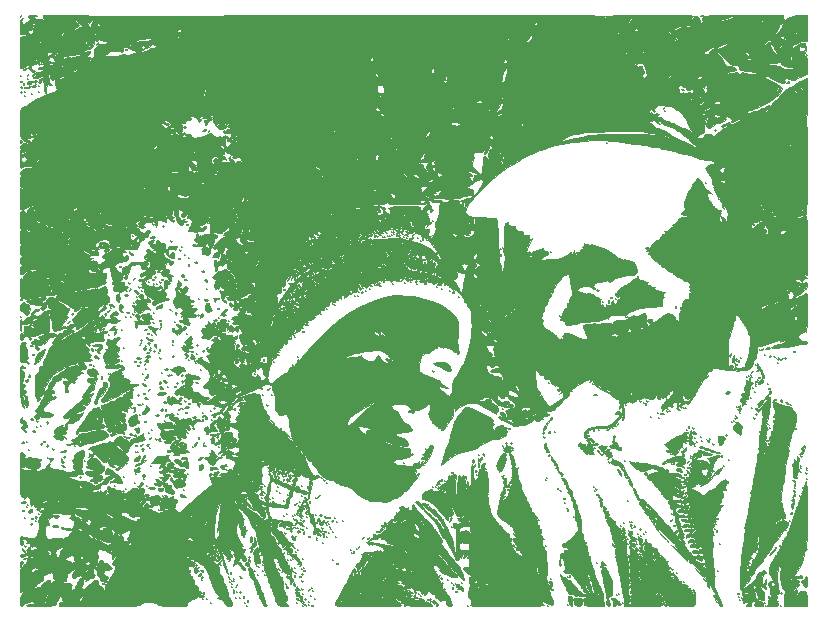
<source format=gbo>
G04 #@! TF.GenerationSoftware,KiCad,Pcbnew,5.0.2-bee76a0~70~ubuntu16.04.1*
G04 #@! TF.CreationDate,2020-01-18T11:28:47+00:00*
G04 #@! TF.ProjectId,transmitter,7472616e-736d-4697-9474-65722e6b6963,2.0.0*
G04 #@! TF.SameCoordinates,Original*
G04 #@! TF.FileFunction,Legend,Bot*
G04 #@! TF.FilePolarity,Positive*
%FSLAX46Y46*%
G04 Gerber Fmt 4.6, Leading zero omitted, Abs format (unit mm)*
G04 Created by KiCad (PCBNEW 5.0.2-bee76a0~70~ubuntu16.04.1) date Sat 18 Jan 2020 11:28:47 GMT*
%MOMM*%
%LPD*%
G01*
G04 APERTURE LIST*
%ADD10C,0.010000*%
G04 APERTURE END LIST*
D10*
G04 #@! TO.C,G\002A\002A\002A*
G36*
X120179556Y-65375222D02*
X120191178Y-65425557D01*
X120236000Y-65431667D01*
X120305691Y-65400689D01*
X120292445Y-65375222D01*
X120191965Y-65365089D01*
X120179556Y-65375222D01*
X120179556Y-65375222D01*
G37*
X120179556Y-65375222D02*
X120191178Y-65425557D01*
X120236000Y-65431667D01*
X120305691Y-65400689D01*
X120292445Y-65375222D01*
X120191965Y-65365089D01*
X120179556Y-65375222D01*
G36*
X117769778Y-64807236D02*
X117704553Y-64912349D01*
X117717791Y-64973679D01*
X117794459Y-64950866D01*
X117863636Y-64883380D01*
X117918236Y-64776921D01*
X117880698Y-64754334D01*
X117769778Y-64807236D01*
X117769778Y-64807236D01*
G37*
X117769778Y-64807236D02*
X117704553Y-64912349D01*
X117717791Y-64973679D01*
X117794459Y-64950866D01*
X117863636Y-64883380D01*
X117918236Y-64776921D01*
X117880698Y-64754334D01*
X117769778Y-64807236D01*
G36*
X168580667Y-67844667D02*
X168623000Y-67887000D01*
X168665334Y-67844667D01*
X168623000Y-67802334D01*
X168580667Y-67844667D01*
X168580667Y-67844667D01*
G37*
X168580667Y-67844667D02*
X168623000Y-67887000D01*
X168665334Y-67844667D01*
X168623000Y-67802334D01*
X168580667Y-67844667D01*
G36*
X167240038Y-68751781D02*
X167226000Y-68766942D01*
X167292206Y-68821535D01*
X167353000Y-68848951D01*
X167462022Y-68850711D01*
X167480000Y-68815676D01*
X167411384Y-68742906D01*
X167353000Y-68733667D01*
X167240038Y-68751781D01*
X167240038Y-68751781D01*
G37*
X167240038Y-68751781D02*
X167226000Y-68766942D01*
X167292206Y-68821535D01*
X167353000Y-68848951D01*
X167462022Y-68850711D01*
X167480000Y-68815676D01*
X167411384Y-68742906D01*
X167353000Y-68733667D01*
X167240038Y-68751781D01*
G36*
X167395334Y-69030000D02*
X167437667Y-69072334D01*
X167480000Y-69030000D01*
X167437667Y-68987667D01*
X167395334Y-69030000D01*
X167395334Y-69030000D01*
G37*
X167395334Y-69030000D02*
X167437667Y-69072334D01*
X167480000Y-69030000D01*
X167437667Y-68987667D01*
X167395334Y-69030000D01*
G36*
X126840000Y-68945334D02*
X126882334Y-68987667D01*
X126924667Y-68945334D01*
X126882334Y-68903000D01*
X126840000Y-68945334D01*
X126840000Y-68945334D01*
G37*
X126840000Y-68945334D02*
X126882334Y-68987667D01*
X126924667Y-68945334D01*
X126882334Y-68903000D01*
X126840000Y-68945334D01*
G36*
X165705446Y-70319127D02*
X165702000Y-70342334D01*
X165730887Y-70424799D01*
X165739337Y-70427000D01*
X165811623Y-70367671D01*
X165829000Y-70342334D01*
X165822288Y-70264315D01*
X165791664Y-70257667D01*
X165705446Y-70319127D01*
X165705446Y-70319127D01*
G37*
X165705446Y-70319127D02*
X165702000Y-70342334D01*
X165730887Y-70424799D01*
X165739337Y-70427000D01*
X165811623Y-70367671D01*
X165829000Y-70342334D01*
X165822288Y-70264315D01*
X165791664Y-70257667D01*
X165705446Y-70319127D01*
G36*
X165786667Y-70554000D02*
X165829000Y-70596334D01*
X165871334Y-70554000D01*
X165829000Y-70511667D01*
X165786667Y-70554000D01*
X165786667Y-70554000D01*
G37*
X165786667Y-70554000D02*
X165829000Y-70596334D01*
X165871334Y-70554000D01*
X165829000Y-70511667D01*
X165786667Y-70554000D01*
G36*
X164934150Y-70557616D02*
X164860211Y-70627115D01*
X164947325Y-70652275D01*
X164978609Y-70652778D01*
X165063522Y-70615415D01*
X165057426Y-70580841D01*
X164959253Y-70546498D01*
X164934150Y-70557616D01*
X164934150Y-70557616D01*
G37*
X164934150Y-70557616D02*
X164860211Y-70627115D01*
X164947325Y-70652275D01*
X164978609Y-70652778D01*
X165063522Y-70615415D01*
X165057426Y-70580841D01*
X164959253Y-70546498D01*
X164934150Y-70557616D01*
G36*
X170022461Y-72184763D02*
X170020000Y-72205000D01*
X170084430Y-72287207D01*
X170104667Y-72289667D01*
X170186874Y-72225238D01*
X170189334Y-72205000D01*
X170124905Y-72122794D01*
X170104667Y-72120334D01*
X170022461Y-72184763D01*
X170022461Y-72184763D01*
G37*
X170022461Y-72184763D02*
X170020000Y-72205000D01*
X170084430Y-72287207D01*
X170104667Y-72289667D01*
X170186874Y-72225238D01*
X170189334Y-72205000D01*
X170124905Y-72122794D01*
X170104667Y-72120334D01*
X170022461Y-72184763D01*
G36*
X151081230Y-72937024D02*
X151097000Y-72967000D01*
X151176775Y-73047857D01*
X151191661Y-73051667D01*
X151197437Y-72996977D01*
X151181667Y-72967000D01*
X151101893Y-72886143D01*
X151087007Y-72882334D01*
X151081230Y-72937024D01*
X151081230Y-72937024D01*
G37*
X151081230Y-72937024D02*
X151097000Y-72967000D01*
X151176775Y-73047857D01*
X151191661Y-73051667D01*
X151197437Y-72996977D01*
X151181667Y-72967000D01*
X151101893Y-72886143D01*
X151087007Y-72882334D01*
X151081230Y-72937024D01*
G36*
X128702667Y-71654667D02*
X128745000Y-71697000D01*
X128787334Y-71654667D01*
X128745000Y-71612334D01*
X128702667Y-71654667D01*
X128702667Y-71654667D01*
G37*
X128702667Y-71654667D02*
X128745000Y-71697000D01*
X128787334Y-71654667D01*
X128745000Y-71612334D01*
X128702667Y-71654667D01*
G36*
X125107350Y-71931256D02*
X125113055Y-71965111D01*
X125224723Y-72034970D01*
X125236331Y-72035667D01*
X125314472Y-71978860D01*
X125316000Y-71965111D01*
X125247480Y-71901944D01*
X125192725Y-71894556D01*
X125107350Y-71931256D01*
X125107350Y-71931256D01*
G37*
X125107350Y-71931256D02*
X125113055Y-71965111D01*
X125224723Y-72034970D01*
X125236331Y-72035667D01*
X125314472Y-71978860D01*
X125316000Y-71965111D01*
X125247480Y-71901944D01*
X125192725Y-71894556D01*
X125107350Y-71931256D01*
G36*
X126756862Y-72163314D02*
X126699850Y-72254580D01*
X126744359Y-72325218D01*
X126853283Y-72309059D01*
X126925441Y-72246401D01*
X126984134Y-72146629D01*
X126907017Y-72120397D01*
X126897698Y-72120334D01*
X126756862Y-72163314D01*
X126756862Y-72163314D01*
G37*
X126756862Y-72163314D02*
X126699850Y-72254580D01*
X126744359Y-72325218D01*
X126853283Y-72309059D01*
X126925441Y-72246401D01*
X126984134Y-72146629D01*
X126907017Y-72120397D01*
X126897698Y-72120334D01*
X126756862Y-72163314D01*
G36*
X127182113Y-72266461D02*
X127178667Y-72289667D01*
X127207554Y-72372132D01*
X127216004Y-72374334D01*
X127288290Y-72315005D01*
X127305667Y-72289667D01*
X127298954Y-72211648D01*
X127268331Y-72205000D01*
X127182113Y-72266461D01*
X127182113Y-72266461D01*
G37*
X127182113Y-72266461D02*
X127178667Y-72289667D01*
X127207554Y-72372132D01*
X127216004Y-72374334D01*
X127288290Y-72315005D01*
X127305667Y-72289667D01*
X127298954Y-72211648D01*
X127268331Y-72205000D01*
X127182113Y-72266461D01*
G36*
X165532667Y-71570000D02*
X165575000Y-71612334D01*
X165617334Y-71570000D01*
X165575000Y-71527667D01*
X165532667Y-71570000D01*
X165532667Y-71570000D01*
G37*
X165532667Y-71570000D02*
X165575000Y-71612334D01*
X165617334Y-71570000D01*
X165575000Y-71527667D01*
X165532667Y-71570000D01*
G36*
X165363334Y-71654667D02*
X165405667Y-71697000D01*
X165448000Y-71654667D01*
X165405667Y-71612334D01*
X165363334Y-71654667D01*
X165363334Y-71654667D01*
G37*
X165363334Y-71654667D02*
X165405667Y-71697000D01*
X165448000Y-71654667D01*
X165405667Y-71612334D01*
X165363334Y-71654667D01*
G36*
X115494667Y-79782667D02*
X115537000Y-79825000D01*
X115579334Y-79782667D01*
X115537000Y-79740334D01*
X115494667Y-79782667D01*
X115494667Y-79782667D01*
G37*
X115494667Y-79782667D02*
X115537000Y-79825000D01*
X115579334Y-79782667D01*
X115537000Y-79740334D01*
X115494667Y-79782667D01*
G36*
X117188000Y-80290667D02*
X117230334Y-80333000D01*
X117272667Y-80290667D01*
X117230334Y-80248334D01*
X117188000Y-80290667D01*
X117188000Y-80290667D01*
G37*
X117188000Y-80290667D02*
X117230334Y-80333000D01*
X117272667Y-80290667D01*
X117230334Y-80248334D01*
X117188000Y-80290667D01*
G36*
X141689542Y-79000639D02*
X141572000Y-79063000D01*
X141492658Y-79128754D01*
X141568917Y-79146084D01*
X141588170Y-79146370D01*
X141741257Y-79103227D01*
X141783667Y-79063000D01*
X141790499Y-78988208D01*
X141689542Y-79000639D01*
X141689542Y-79000639D01*
G37*
X141689542Y-79000639D02*
X141572000Y-79063000D01*
X141492658Y-79128754D01*
X141568917Y-79146084D01*
X141588170Y-79146370D01*
X141741257Y-79103227D01*
X141783667Y-79063000D01*
X141790499Y-78988208D01*
X141689542Y-79000639D01*
G36*
X146144000Y-79867334D02*
X146186334Y-79909667D01*
X146228667Y-79867334D01*
X146186334Y-79825000D01*
X146144000Y-79867334D01*
X146144000Y-79867334D01*
G37*
X146144000Y-79867334D02*
X146186334Y-79909667D01*
X146228667Y-79867334D01*
X146186334Y-79825000D01*
X146144000Y-79867334D01*
G36*
X135899334Y-81391334D02*
X135941667Y-81433667D01*
X135984000Y-81391334D01*
X135941667Y-81349000D01*
X135899334Y-81391334D01*
X135899334Y-81391334D01*
G37*
X135899334Y-81391334D02*
X135941667Y-81433667D01*
X135984000Y-81391334D01*
X135941667Y-81349000D01*
X135899334Y-81391334D01*
G36*
X120744000Y-81137334D02*
X120786334Y-81179667D01*
X120828667Y-81137334D01*
X120786334Y-81095000D01*
X120744000Y-81137334D01*
X120744000Y-81137334D01*
G37*
X120744000Y-81137334D02*
X120786334Y-81179667D01*
X120828667Y-81137334D01*
X120786334Y-81095000D01*
X120744000Y-81137334D01*
G36*
X135899334Y-81899334D02*
X135941667Y-81941667D01*
X135984000Y-81899334D01*
X135941667Y-81857000D01*
X135899334Y-81899334D01*
X135899334Y-81899334D01*
G37*
X135899334Y-81899334D02*
X135941667Y-81941667D01*
X135984000Y-81899334D01*
X135941667Y-81857000D01*
X135899334Y-81899334D01*
G36*
X135222000Y-82322667D02*
X135264334Y-82365000D01*
X135306667Y-82322667D01*
X135264334Y-82280334D01*
X135222000Y-82322667D01*
X135222000Y-82322667D01*
G37*
X135222000Y-82322667D02*
X135264334Y-82365000D01*
X135306667Y-82322667D01*
X135264334Y-82280334D01*
X135222000Y-82322667D01*
G36*
X142588000Y-80544667D02*
X142630334Y-80587000D01*
X142672667Y-80544667D01*
X142630334Y-80502334D01*
X142588000Y-80544667D01*
X142588000Y-80544667D01*
G37*
X142588000Y-80544667D02*
X142630334Y-80587000D01*
X142672667Y-80544667D01*
X142630334Y-80502334D01*
X142588000Y-80544667D01*
G36*
X142672667Y-80798667D02*
X142715000Y-80841000D01*
X142757334Y-80798667D01*
X142715000Y-80756334D01*
X142672667Y-80798667D01*
X142672667Y-80798667D01*
G37*
X142672667Y-80798667D02*
X142715000Y-80841000D01*
X142757334Y-80798667D01*
X142715000Y-80756334D01*
X142672667Y-80798667D01*
G36*
X142842000Y-80798667D02*
X142884334Y-80841000D01*
X142926667Y-80798667D01*
X142884334Y-80756334D01*
X142842000Y-80798667D01*
X142842000Y-80798667D01*
G37*
X142842000Y-80798667D02*
X142884334Y-80841000D01*
X142926667Y-80798667D01*
X142884334Y-80756334D01*
X142842000Y-80798667D01*
G36*
X143858000Y-80758991D02*
X143926617Y-80831761D01*
X143985000Y-80841000D01*
X144097963Y-80822886D01*
X144112000Y-80807725D01*
X144045795Y-80753132D01*
X143985000Y-80725716D01*
X143875979Y-80723956D01*
X143858000Y-80758991D01*
X143858000Y-80758991D01*
G37*
X143858000Y-80758991D02*
X143926617Y-80831761D01*
X143985000Y-80841000D01*
X144097963Y-80822886D01*
X144112000Y-80807725D01*
X144045795Y-80753132D01*
X143985000Y-80725716D01*
X143875979Y-80723956D01*
X143858000Y-80758991D01*
G36*
X140810000Y-80883334D02*
X140852334Y-80925667D01*
X140894667Y-80883334D01*
X140852334Y-80841000D01*
X140810000Y-80883334D01*
X140810000Y-80883334D01*
G37*
X140810000Y-80883334D02*
X140852334Y-80925667D01*
X140894667Y-80883334D01*
X140852334Y-80841000D01*
X140810000Y-80883334D01*
G36*
X142249334Y-80883334D02*
X142291667Y-80925667D01*
X142334000Y-80883334D01*
X142291667Y-80841000D01*
X142249334Y-80883334D01*
X142249334Y-80883334D01*
G37*
X142249334Y-80883334D02*
X142291667Y-80925667D01*
X142334000Y-80883334D01*
X142291667Y-80841000D01*
X142249334Y-80883334D01*
G36*
X142842000Y-80968000D02*
X142884334Y-81010334D01*
X142926667Y-80968000D01*
X142884334Y-80925667D01*
X142842000Y-80968000D01*
X142842000Y-80968000D01*
G37*
X142842000Y-80968000D02*
X142884334Y-81010334D01*
X142926667Y-80968000D01*
X142884334Y-80925667D01*
X142842000Y-80968000D01*
G36*
X143373397Y-80462666D02*
X143350000Y-80504120D01*
X143279927Y-80582792D01*
X143169480Y-80632884D01*
X143054764Y-80693383D01*
X143095661Y-80756124D01*
X143158904Y-80865729D01*
X143144184Y-80916201D01*
X143111123Y-81001513D01*
X143191496Y-80973371D01*
X143309105Y-80892752D01*
X143473307Y-80814813D01*
X143568361Y-80812951D01*
X143672724Y-80789374D01*
X143723925Y-80677687D01*
X143712976Y-80631351D01*
X143604000Y-80631351D01*
X143566258Y-80723090D01*
X143525184Y-80717616D01*
X143416613Y-80728537D01*
X143392334Y-80756334D01*
X143287458Y-80804390D01*
X143253851Y-80791570D01*
X143192139Y-80727670D01*
X143196201Y-80716991D01*
X143283283Y-80665277D01*
X143413500Y-80595490D01*
X143554741Y-80539287D01*
X143601601Y-80587931D01*
X143604000Y-80631351D01*
X143712976Y-80631351D01*
X143695409Y-80557012D01*
X143663803Y-80528592D01*
X143494116Y-80457033D01*
X143373397Y-80462666D01*
X143373397Y-80462666D01*
G37*
X143373397Y-80462666D02*
X143350000Y-80504120D01*
X143279927Y-80582792D01*
X143169480Y-80632884D01*
X143054764Y-80693383D01*
X143095661Y-80756124D01*
X143158904Y-80865729D01*
X143144184Y-80916201D01*
X143111123Y-81001513D01*
X143191496Y-80973371D01*
X143309105Y-80892752D01*
X143473307Y-80814813D01*
X143568361Y-80812951D01*
X143672724Y-80789374D01*
X143723925Y-80677687D01*
X143712976Y-80631351D01*
X143604000Y-80631351D01*
X143566258Y-80723090D01*
X143525184Y-80717616D01*
X143416613Y-80728537D01*
X143392334Y-80756334D01*
X143287458Y-80804390D01*
X143253851Y-80791570D01*
X143192139Y-80727670D01*
X143196201Y-80716991D01*
X143283283Y-80665277D01*
X143413500Y-80595490D01*
X143554741Y-80539287D01*
X143601601Y-80587931D01*
X143604000Y-80631351D01*
X143712976Y-80631351D01*
X143695409Y-80557012D01*
X143663803Y-80528592D01*
X143494116Y-80457033D01*
X143373397Y-80462666D01*
G36*
X142672667Y-81052667D02*
X142715000Y-81095000D01*
X142757334Y-81052667D01*
X142715000Y-81010334D01*
X142672667Y-81052667D01*
X142672667Y-81052667D01*
G37*
X142672667Y-81052667D02*
X142715000Y-81095000D01*
X142757334Y-81052667D01*
X142715000Y-81010334D01*
X142672667Y-81052667D01*
G36*
X143350000Y-81052667D02*
X143392334Y-81095000D01*
X143434667Y-81052667D01*
X143392334Y-81010334D01*
X143350000Y-81052667D01*
X143350000Y-81052667D01*
G37*
X143350000Y-81052667D02*
X143392334Y-81095000D01*
X143434667Y-81052667D01*
X143392334Y-81010334D01*
X143350000Y-81052667D01*
G36*
X143559427Y-80942018D02*
X143584835Y-81005000D01*
X143663849Y-81047223D01*
X143762764Y-81073001D01*
X143722184Y-81010978D01*
X143711245Y-80999827D01*
X143600237Y-80932951D01*
X143559427Y-80942018D01*
X143559427Y-80942018D01*
G37*
X143559427Y-80942018D02*
X143584835Y-81005000D01*
X143663849Y-81047223D01*
X143762764Y-81073001D01*
X143722184Y-81010978D01*
X143711245Y-80999827D01*
X143600237Y-80932951D01*
X143559427Y-80942018D01*
G36*
X143943101Y-80970452D02*
X143900334Y-81010334D01*
X143867157Y-81075890D01*
X143915707Y-81073852D01*
X144069667Y-81010334D01*
X144176046Y-80954403D01*
X144128212Y-80933479D01*
X144095831Y-80931618D01*
X143943101Y-80970452D01*
X143943101Y-80970452D01*
G37*
X143943101Y-80970452D02*
X143900334Y-81010334D01*
X143867157Y-81075890D01*
X143915707Y-81073852D01*
X144069667Y-81010334D01*
X144176046Y-80954403D01*
X144128212Y-80933479D01*
X144095831Y-80931618D01*
X143943101Y-80970452D01*
G36*
X142334000Y-81137334D02*
X142376334Y-81179667D01*
X142418667Y-81137334D01*
X142376334Y-81095000D01*
X142334000Y-81137334D01*
X142334000Y-81137334D01*
G37*
X142334000Y-81137334D02*
X142376334Y-81179667D01*
X142418667Y-81137334D01*
X142376334Y-81095000D01*
X142334000Y-81137334D01*
G36*
X142503334Y-81137334D02*
X142545667Y-81179667D01*
X142588000Y-81137334D01*
X142545667Y-81095000D01*
X142503334Y-81137334D01*
X142503334Y-81137334D01*
G37*
X142503334Y-81137334D02*
X142545667Y-81179667D01*
X142588000Y-81137334D01*
X142545667Y-81095000D01*
X142503334Y-81137334D01*
G36*
X143124223Y-81123222D02*
X143135845Y-81173557D01*
X143180667Y-81179667D01*
X143250357Y-81148689D01*
X143237112Y-81123222D01*
X143136632Y-81113089D01*
X143124223Y-81123222D01*
X143124223Y-81123222D01*
G37*
X143124223Y-81123222D02*
X143135845Y-81173557D01*
X143180667Y-81179667D01*
X143250357Y-81148689D01*
X143237112Y-81123222D01*
X143136632Y-81113089D01*
X143124223Y-81123222D01*
G36*
X144027334Y-81137334D02*
X144069667Y-81179667D01*
X144112000Y-81137334D01*
X144069667Y-81095000D01*
X144027334Y-81137334D01*
X144027334Y-81137334D01*
G37*
X144027334Y-81137334D02*
X144069667Y-81179667D01*
X144112000Y-81137334D01*
X144069667Y-81095000D01*
X144027334Y-81137334D01*
G36*
X144548416Y-81044582D02*
X144458235Y-81123287D01*
X144450667Y-81142330D01*
X144490848Y-81177129D01*
X144574504Y-81099154D01*
X144585752Y-81081918D01*
X144595731Y-81023981D01*
X144548416Y-81044582D01*
X144548416Y-81044582D01*
G37*
X144548416Y-81044582D02*
X144458235Y-81123287D01*
X144450667Y-81142330D01*
X144490848Y-81177129D01*
X144574504Y-81099154D01*
X144585752Y-81081918D01*
X144595731Y-81023981D01*
X144548416Y-81044582D01*
G36*
X141261556Y-81123222D02*
X141251423Y-81223702D01*
X141261556Y-81236111D01*
X141311890Y-81224489D01*
X141318000Y-81179667D01*
X141287022Y-81109977D01*
X141261556Y-81123222D01*
X141261556Y-81123222D01*
G37*
X141261556Y-81123222D02*
X141251423Y-81223702D01*
X141261556Y-81236111D01*
X141311890Y-81224489D01*
X141318000Y-81179667D01*
X141287022Y-81109977D01*
X141261556Y-81123222D01*
G36*
X141429230Y-81149690D02*
X141445000Y-81179667D01*
X141524775Y-81260524D01*
X141539661Y-81264334D01*
X141545437Y-81209643D01*
X141529667Y-81179667D01*
X141449893Y-81098810D01*
X141435007Y-81095000D01*
X141429230Y-81149690D01*
X141429230Y-81149690D01*
G37*
X141429230Y-81149690D02*
X141445000Y-81179667D01*
X141524775Y-81260524D01*
X141539661Y-81264334D01*
X141545437Y-81209643D01*
X141529667Y-81179667D01*
X141449893Y-81098810D01*
X141435007Y-81095000D01*
X141429230Y-81149690D01*
G36*
X141910667Y-81222000D02*
X141953000Y-81264334D01*
X141995334Y-81222000D01*
X141953000Y-81179667D01*
X141910667Y-81222000D01*
X141910667Y-81222000D01*
G37*
X141910667Y-81222000D02*
X141953000Y-81264334D01*
X141995334Y-81222000D01*
X141953000Y-81179667D01*
X141910667Y-81222000D01*
G36*
X142080000Y-81222000D02*
X142122334Y-81264334D01*
X142164667Y-81222000D01*
X142122334Y-81179667D01*
X142080000Y-81222000D01*
X142080000Y-81222000D01*
G37*
X142080000Y-81222000D02*
X142122334Y-81264334D01*
X142164667Y-81222000D01*
X142122334Y-81179667D01*
X142080000Y-81222000D01*
G36*
X143350000Y-81222000D02*
X143392334Y-81264334D01*
X143434667Y-81222000D01*
X143392334Y-81179667D01*
X143350000Y-81222000D01*
X143350000Y-81222000D01*
G37*
X143350000Y-81222000D02*
X143392334Y-81264334D01*
X143434667Y-81222000D01*
X143392334Y-81179667D01*
X143350000Y-81222000D01*
G36*
X143688667Y-81222000D02*
X143731000Y-81264334D01*
X143773334Y-81222000D01*
X143731000Y-81179667D01*
X143688667Y-81222000D01*
X143688667Y-81222000D01*
G37*
X143688667Y-81222000D02*
X143731000Y-81264334D01*
X143773334Y-81222000D01*
X143731000Y-81179667D01*
X143688667Y-81222000D01*
G36*
X143942667Y-81306667D02*
X143985000Y-81349000D01*
X144027334Y-81306667D01*
X143985000Y-81264334D01*
X143942667Y-81306667D01*
X143942667Y-81306667D01*
G37*
X143942667Y-81306667D02*
X143985000Y-81349000D01*
X144027334Y-81306667D01*
X143985000Y-81264334D01*
X143942667Y-81306667D01*
G36*
X144874000Y-81306667D02*
X144916334Y-81349000D01*
X144958667Y-81306667D01*
X144916334Y-81264334D01*
X144874000Y-81306667D01*
X144874000Y-81306667D01*
G37*
X144874000Y-81306667D02*
X144916334Y-81349000D01*
X144958667Y-81306667D01*
X144916334Y-81264334D01*
X144874000Y-81306667D01*
G36*
X140879175Y-81316242D02*
X140844832Y-81414414D01*
X140855950Y-81439517D01*
X140925449Y-81513456D01*
X140950608Y-81426343D01*
X140951112Y-81395058D01*
X140913749Y-81310145D01*
X140879175Y-81316242D01*
X140879175Y-81316242D01*
G37*
X140879175Y-81316242D02*
X140844832Y-81414414D01*
X140855950Y-81439517D01*
X140925449Y-81513456D01*
X140950608Y-81426343D01*
X140951112Y-81395058D01*
X140913749Y-81310145D01*
X140879175Y-81316242D01*
G36*
X145128000Y-81560667D02*
X145170334Y-81603000D01*
X145212667Y-81560667D01*
X145170334Y-81518334D01*
X145128000Y-81560667D01*
X145128000Y-81560667D01*
G37*
X145128000Y-81560667D02*
X145170334Y-81603000D01*
X145212667Y-81560667D01*
X145170334Y-81518334D01*
X145128000Y-81560667D01*
G36*
X143688667Y-83000000D02*
X143731000Y-83042334D01*
X143773334Y-83000000D01*
X143731000Y-82957667D01*
X143688667Y-83000000D01*
X143688667Y-83000000D01*
G37*
X143688667Y-83000000D02*
X143731000Y-83042334D01*
X143773334Y-83000000D01*
X143731000Y-82957667D01*
X143688667Y-83000000D01*
G36*
X145088884Y-82952463D02*
X144976583Y-83002418D01*
X144861656Y-82997623D01*
X144740809Y-82982130D01*
X144748167Y-83030478D01*
X144834225Y-83129827D01*
X144974801Y-83264051D01*
X145085108Y-83280815D01*
X145204989Y-83218204D01*
X145367834Y-83172936D01*
X145429259Y-83182939D01*
X145556090Y-83171677D01*
X145558402Y-83169334D01*
X145128000Y-83169334D01*
X145085667Y-83211667D01*
X145043334Y-83169334D01*
X145085667Y-83127000D01*
X145128000Y-83169334D01*
X145558402Y-83169334D01*
X145582744Y-83144674D01*
X145549556Y-83094900D01*
X145415505Y-83089823D01*
X145312228Y-83084667D01*
X144958667Y-83084667D01*
X144916334Y-83127000D01*
X144874000Y-83084667D01*
X144916334Y-83042334D01*
X144958667Y-83084667D01*
X145312228Y-83084667D01*
X145261410Y-83082130D01*
X145243251Y-83000429D01*
X145245873Y-82993255D01*
X145239992Y-82889489D01*
X145156318Y-82885416D01*
X145088884Y-82952463D01*
X145088884Y-82952463D01*
G37*
X145088884Y-82952463D02*
X144976583Y-83002418D01*
X144861656Y-82997623D01*
X144740809Y-82982130D01*
X144748167Y-83030478D01*
X144834225Y-83129827D01*
X144974801Y-83264051D01*
X145085108Y-83280815D01*
X145204989Y-83218204D01*
X145367834Y-83172936D01*
X145429259Y-83182939D01*
X145556090Y-83171677D01*
X145558402Y-83169334D01*
X145128000Y-83169334D01*
X145085667Y-83211667D01*
X145043334Y-83169334D01*
X145085667Y-83127000D01*
X145128000Y-83169334D01*
X145558402Y-83169334D01*
X145582744Y-83144674D01*
X145549556Y-83094900D01*
X145415505Y-83089823D01*
X145312228Y-83084667D01*
X144958667Y-83084667D01*
X144916334Y-83127000D01*
X144874000Y-83084667D01*
X144916334Y-83042334D01*
X144958667Y-83084667D01*
X145312228Y-83084667D01*
X145261410Y-83082130D01*
X145243251Y-83000429D01*
X145245873Y-82993255D01*
X145239992Y-82889489D01*
X145156318Y-82885416D01*
X145088884Y-82952463D01*
G36*
X135899334Y-83508000D02*
X135941667Y-83550334D01*
X135984000Y-83508000D01*
X135941667Y-83465667D01*
X135899334Y-83508000D01*
X135899334Y-83508000D01*
G37*
X135899334Y-83508000D02*
X135941667Y-83550334D01*
X135984000Y-83508000D01*
X135941667Y-83465667D01*
X135899334Y-83508000D01*
G36*
X141995334Y-83592667D02*
X142037667Y-83635000D01*
X142080000Y-83592667D01*
X142037667Y-83550334D01*
X141995334Y-83592667D01*
X141995334Y-83592667D01*
G37*
X141995334Y-83592667D02*
X142037667Y-83635000D01*
X142080000Y-83592667D01*
X142037667Y-83550334D01*
X141995334Y-83592667D01*
G36*
X135391334Y-84185334D02*
X135433667Y-84227667D01*
X135476000Y-84185334D01*
X135433667Y-84143000D01*
X135391334Y-84185334D01*
X135391334Y-84185334D01*
G37*
X135391334Y-84185334D02*
X135433667Y-84227667D01*
X135476000Y-84185334D01*
X135433667Y-84143000D01*
X135391334Y-84185334D01*
G36*
X135058574Y-84889050D02*
X134970439Y-84978252D01*
X134968000Y-84998725D01*
X134982268Y-85065471D01*
X135059812Y-85039139D01*
X135133291Y-84993957D01*
X135286014Y-84951306D01*
X135344958Y-84965341D01*
X135384202Y-84968272D01*
X135341992Y-84914646D01*
X135210954Y-84861434D01*
X135058574Y-84889050D01*
X135058574Y-84889050D01*
G37*
X135058574Y-84889050D02*
X134970439Y-84978252D01*
X134968000Y-84998725D01*
X134982268Y-85065471D01*
X135059812Y-85039139D01*
X135133291Y-84993957D01*
X135286014Y-84951306D01*
X135344958Y-84965341D01*
X135384202Y-84968272D01*
X135341992Y-84914646D01*
X135210954Y-84861434D01*
X135058574Y-84889050D01*
G36*
X122883598Y-84176514D02*
X122908849Y-84214996D01*
X122994723Y-84220983D01*
X123085065Y-84200305D01*
X123045875Y-84169830D01*
X122913552Y-84159736D01*
X122883598Y-84176514D01*
X122883598Y-84176514D01*
G37*
X122883598Y-84176514D02*
X122908849Y-84214996D01*
X122994723Y-84220983D01*
X123085065Y-84200305D01*
X123045875Y-84169830D01*
X122913552Y-84159736D01*
X122883598Y-84176514D01*
G36*
X122635771Y-84618203D02*
X122649000Y-84651000D01*
X122725083Y-84731771D01*
X122738664Y-84735667D01*
X122775030Y-84670161D01*
X122776000Y-84651000D01*
X122710913Y-84569587D01*
X122686337Y-84566334D01*
X122635771Y-84618203D01*
X122635771Y-84618203D01*
G37*
X122635771Y-84618203D02*
X122649000Y-84651000D01*
X122725083Y-84731771D01*
X122738664Y-84735667D01*
X122775030Y-84670161D01*
X122776000Y-84651000D01*
X122710913Y-84569587D01*
X122686337Y-84566334D01*
X122635771Y-84618203D01*
G36*
X122465556Y-84848556D02*
X122477178Y-84898890D01*
X122522000Y-84905000D01*
X122591691Y-84874022D01*
X122578445Y-84848556D01*
X122477965Y-84838423D01*
X122465556Y-84848556D01*
X122465556Y-84848556D01*
G37*
X122465556Y-84848556D02*
X122477178Y-84898890D01*
X122522000Y-84905000D01*
X122591691Y-84874022D01*
X122578445Y-84848556D01*
X122477965Y-84838423D01*
X122465556Y-84848556D01*
G36*
X123227556Y-84848556D02*
X123239178Y-84898890D01*
X123284000Y-84905000D01*
X123353691Y-84874022D01*
X123340445Y-84848556D01*
X123239965Y-84838423D01*
X123227556Y-84848556D01*
X123227556Y-84848556D01*
G37*
X123227556Y-84848556D02*
X123239178Y-84898890D01*
X123284000Y-84905000D01*
X123353691Y-84874022D01*
X123340445Y-84848556D01*
X123239965Y-84838423D01*
X123227556Y-84848556D01*
G36*
X122098667Y-85032000D02*
X122141000Y-85074334D01*
X122183334Y-85032000D01*
X122141000Y-84989667D01*
X122098667Y-85032000D01*
X122098667Y-85032000D01*
G37*
X122098667Y-85032000D02*
X122141000Y-85074334D01*
X122183334Y-85032000D01*
X122141000Y-84989667D01*
X122098667Y-85032000D01*
G36*
X123030971Y-85055173D02*
X123030000Y-85074334D01*
X123095088Y-85155747D01*
X123119664Y-85159000D01*
X123170230Y-85107130D01*
X123157000Y-85074334D01*
X123080918Y-84993563D01*
X123067337Y-84989667D01*
X123030971Y-85055173D01*
X123030971Y-85055173D01*
G37*
X123030971Y-85055173D02*
X123030000Y-85074334D01*
X123095088Y-85155747D01*
X123119664Y-85159000D01*
X123170230Y-85107130D01*
X123157000Y-85074334D01*
X123080918Y-84993563D01*
X123067337Y-84989667D01*
X123030971Y-85055173D01*
G36*
X122522000Y-85201334D02*
X122564334Y-85243667D01*
X122606667Y-85201334D01*
X122564334Y-85159000D01*
X122522000Y-85201334D01*
X122522000Y-85201334D01*
G37*
X122522000Y-85201334D02*
X122564334Y-85243667D01*
X122606667Y-85201334D01*
X122564334Y-85159000D01*
X122522000Y-85201334D01*
G36*
X122776000Y-85201334D02*
X122818334Y-85243667D01*
X122860667Y-85201334D01*
X122818334Y-85159000D01*
X122776000Y-85201334D01*
X122776000Y-85201334D01*
G37*
X122776000Y-85201334D02*
X122818334Y-85243667D01*
X122860667Y-85201334D01*
X122818334Y-85159000D01*
X122776000Y-85201334D01*
G36*
X134657556Y-86372556D02*
X134669178Y-86422890D01*
X134714000Y-86429000D01*
X134783691Y-86398022D01*
X134770445Y-86372556D01*
X134669965Y-86362423D01*
X134657556Y-86372556D01*
X134657556Y-86372556D01*
G37*
X134657556Y-86372556D02*
X134669178Y-86422890D01*
X134714000Y-86429000D01*
X134783691Y-86398022D01*
X134770445Y-86372556D01*
X134669965Y-86362423D01*
X134657556Y-86372556D01*
G36*
X134584760Y-83905352D02*
X134610168Y-83968333D01*
X134689182Y-84010557D01*
X134788097Y-84036334D01*
X134747518Y-83974312D01*
X134736578Y-83963161D01*
X134625570Y-83896284D01*
X134584760Y-83905352D01*
X134584760Y-83905352D01*
G37*
X134584760Y-83905352D02*
X134610168Y-83968333D01*
X134689182Y-84010557D01*
X134788097Y-84036334D01*
X134747518Y-83974312D01*
X134736578Y-83963161D01*
X134625570Y-83896284D01*
X134584760Y-83905352D01*
G36*
X133965082Y-84854582D02*
X133874189Y-84939832D01*
X133892834Y-84988843D01*
X133904670Y-84989667D01*
X133976283Y-84929530D01*
X134002419Y-84891918D01*
X134012398Y-84833981D01*
X133965082Y-84854582D01*
X133965082Y-84854582D01*
G37*
X133965082Y-84854582D02*
X133874189Y-84939832D01*
X133892834Y-84988843D01*
X133904670Y-84989667D01*
X133976283Y-84929530D01*
X134002419Y-84891918D01*
X134012398Y-84833981D01*
X133965082Y-84854582D01*
G36*
X133556889Y-85695222D02*
X133568512Y-85745557D01*
X133613334Y-85751667D01*
X133683024Y-85720689D01*
X133669778Y-85695222D01*
X133569299Y-85685089D01*
X133556889Y-85695222D01*
X133556889Y-85695222D01*
G37*
X133556889Y-85695222D02*
X133568512Y-85745557D01*
X133613334Y-85751667D01*
X133683024Y-85720689D01*
X133669778Y-85695222D01*
X133569299Y-85685089D01*
X133556889Y-85695222D01*
G36*
X132682000Y-88080000D02*
X132724334Y-88122334D01*
X132766667Y-88080000D01*
X132724334Y-88037667D01*
X132682000Y-88080000D01*
X132682000Y-88080000D01*
G37*
X132682000Y-88080000D02*
X132724334Y-88122334D01*
X132766667Y-88080000D01*
X132724334Y-88037667D01*
X132682000Y-88080000D01*
G36*
X150970000Y-89350000D02*
X151012334Y-89392334D01*
X151054667Y-89350000D01*
X151012334Y-89307667D01*
X150970000Y-89350000D01*
X150970000Y-89350000D01*
G37*
X150970000Y-89350000D02*
X151012334Y-89392334D01*
X151054667Y-89350000D01*
X151012334Y-89307667D01*
X150970000Y-89350000D01*
G36*
X141233334Y-89434667D02*
X141275667Y-89477000D01*
X141318000Y-89434667D01*
X141275667Y-89392334D01*
X141233334Y-89434667D01*
X141233334Y-89434667D01*
G37*
X141233334Y-89434667D02*
X141275667Y-89477000D01*
X141318000Y-89434667D01*
X141275667Y-89392334D01*
X141233334Y-89434667D01*
G36*
X160876000Y-73263334D02*
X160918334Y-73305667D01*
X160960667Y-73263334D01*
X160918334Y-73221000D01*
X160876000Y-73263334D01*
X160876000Y-73263334D01*
G37*
X160876000Y-73263334D02*
X160918334Y-73305667D01*
X160960667Y-73263334D01*
X160918334Y-73221000D01*
X160876000Y-73263334D01*
G36*
X169258000Y-76650000D02*
X169300334Y-76692334D01*
X169342667Y-76650000D01*
X169300334Y-76607667D01*
X169258000Y-76650000D01*
X169258000Y-76650000D01*
G37*
X169258000Y-76650000D02*
X169300334Y-76692334D01*
X169342667Y-76650000D01*
X169300334Y-76607667D01*
X169258000Y-76650000D01*
G36*
X170358667Y-78004667D02*
X170401000Y-78047000D01*
X170443334Y-78004667D01*
X170401000Y-77962334D01*
X170358667Y-78004667D01*
X170358667Y-78004667D01*
G37*
X170358667Y-78004667D02*
X170401000Y-78047000D01*
X170443334Y-78004667D01*
X170401000Y-77962334D01*
X170358667Y-78004667D01*
G36*
X152070667Y-82153334D02*
X152113000Y-82195667D01*
X152155334Y-82153334D01*
X152113000Y-82111000D01*
X152070667Y-82153334D01*
X152070667Y-82153334D01*
G37*
X152070667Y-82153334D02*
X152113000Y-82195667D01*
X152155334Y-82153334D01*
X152113000Y-82111000D01*
X152070667Y-82153334D01*
G36*
X151901334Y-82238000D02*
X151943667Y-82280334D01*
X151986000Y-82238000D01*
X151943667Y-82195667D01*
X151901334Y-82238000D01*
X151901334Y-82238000D01*
G37*
X151901334Y-82238000D02*
X151943667Y-82280334D01*
X151986000Y-82238000D01*
X151943667Y-82195667D01*
X151901334Y-82238000D01*
G36*
X156134667Y-82492000D02*
X156177000Y-82534334D01*
X156219334Y-82492000D01*
X156177000Y-82449667D01*
X156134667Y-82492000D01*
X156134667Y-82492000D01*
G37*
X156134667Y-82492000D02*
X156177000Y-82534334D01*
X156219334Y-82492000D01*
X156177000Y-82449667D01*
X156134667Y-82492000D01*
G36*
X151929556Y-82731889D02*
X151919423Y-82832369D01*
X151929556Y-82844778D01*
X151979890Y-82833156D01*
X151986000Y-82788334D01*
X151955022Y-82718643D01*
X151929556Y-82731889D01*
X151929556Y-82731889D01*
G37*
X151929556Y-82731889D02*
X151919423Y-82832369D01*
X151929556Y-82844778D01*
X151979890Y-82833156D01*
X151986000Y-82788334D01*
X151955022Y-82718643D01*
X151929556Y-82731889D01*
G36*
X160058104Y-85719166D02*
X160071667Y-85751667D01*
X160183826Y-85833173D01*
X160208661Y-85836334D01*
X160254564Y-85784168D01*
X160241000Y-85751667D01*
X160128841Y-85670161D01*
X160104007Y-85667000D01*
X160058104Y-85719166D01*
X160058104Y-85719166D01*
G37*
X160058104Y-85719166D02*
X160071667Y-85751667D01*
X160183826Y-85833173D01*
X160208661Y-85836334D01*
X160254564Y-85784168D01*
X160241000Y-85751667D01*
X160128841Y-85670161D01*
X160104007Y-85667000D01*
X160058104Y-85719166D01*
G36*
X159098000Y-86048000D02*
X159140334Y-86090334D01*
X159182667Y-86048000D01*
X159140334Y-86005667D01*
X159098000Y-86048000D01*
X159098000Y-86048000D01*
G37*
X159098000Y-86048000D02*
X159140334Y-86090334D01*
X159182667Y-86048000D01*
X159140334Y-86005667D01*
X159098000Y-86048000D01*
G36*
X161242889Y-86372556D02*
X161254512Y-86422890D01*
X161299334Y-86429000D01*
X161369024Y-86398022D01*
X161355778Y-86372556D01*
X161255299Y-86362423D01*
X161242889Y-86372556D01*
X161242889Y-86372556D01*
G37*
X161242889Y-86372556D02*
X161254512Y-86422890D01*
X161299334Y-86429000D01*
X161369024Y-86398022D01*
X161355778Y-86372556D01*
X161255299Y-86362423D01*
X161242889Y-86372556D01*
G36*
X161638000Y-86471334D02*
X161680334Y-86513667D01*
X161722667Y-86471334D01*
X161680334Y-86429000D01*
X161638000Y-86471334D01*
X161638000Y-86471334D01*
G37*
X161638000Y-86471334D02*
X161680334Y-86513667D01*
X161722667Y-86471334D01*
X161680334Y-86429000D01*
X161638000Y-86471334D01*
G36*
X160537334Y-86725334D02*
X160579667Y-86767667D01*
X160622000Y-86725334D01*
X160579667Y-86683000D01*
X160537334Y-86725334D01*
X160537334Y-86725334D01*
G37*
X160537334Y-86725334D02*
X160579667Y-86767667D01*
X160622000Y-86725334D01*
X160579667Y-86683000D01*
X160537334Y-86725334D01*
G36*
X161049012Y-86667471D02*
X161045334Y-86725334D01*
X161089643Y-86838026D01*
X161127343Y-86852334D01*
X161173928Y-86790272D01*
X161160618Y-86725334D01*
X161100523Y-86613932D01*
X161078609Y-86598334D01*
X161049012Y-86667471D01*
X161049012Y-86667471D01*
G37*
X161049012Y-86667471D02*
X161045334Y-86725334D01*
X161089643Y-86838026D01*
X161127343Y-86852334D01*
X161173928Y-86790272D01*
X161160618Y-86725334D01*
X161100523Y-86613932D01*
X161078609Y-86598334D01*
X161049012Y-86667471D01*
G36*
X160876000Y-86979334D02*
X160918334Y-87021667D01*
X160960667Y-86979334D01*
X160918334Y-86937000D01*
X160876000Y-86979334D01*
X160876000Y-86979334D01*
G37*
X160876000Y-86979334D02*
X160918334Y-87021667D01*
X160960667Y-86979334D01*
X160918334Y-86937000D01*
X160876000Y-86979334D01*
G36*
X166746223Y-87134556D02*
X166736090Y-87235035D01*
X166746223Y-87247445D01*
X166796557Y-87235822D01*
X166802667Y-87191000D01*
X166771689Y-87121310D01*
X166746223Y-87134556D01*
X166746223Y-87134556D01*
G37*
X166746223Y-87134556D02*
X166736090Y-87235035D01*
X166746223Y-87247445D01*
X166796557Y-87235822D01*
X166802667Y-87191000D01*
X166771689Y-87121310D01*
X166746223Y-87134556D01*
G36*
X156897638Y-87933839D02*
X156896667Y-87953000D01*
X156961755Y-88034413D01*
X156986331Y-88037667D01*
X157036897Y-87985797D01*
X157023667Y-87953000D01*
X156947585Y-87872230D01*
X156934004Y-87868334D01*
X156897638Y-87933839D01*
X156897638Y-87933839D01*
G37*
X156897638Y-87933839D02*
X156896667Y-87953000D01*
X156961755Y-88034413D01*
X156986331Y-88037667D01*
X157036897Y-87985797D01*
X157023667Y-87953000D01*
X156947585Y-87872230D01*
X156934004Y-87868334D01*
X156897638Y-87933839D01*
G36*
X162484667Y-87995334D02*
X162527000Y-88037667D01*
X162569334Y-87995334D01*
X162527000Y-87953000D01*
X162484667Y-87995334D01*
X162484667Y-87995334D01*
G37*
X162484667Y-87995334D02*
X162527000Y-88037667D01*
X162569334Y-87995334D01*
X162527000Y-87953000D01*
X162484667Y-87995334D01*
G36*
X162654000Y-87995334D02*
X162696334Y-88037667D01*
X162738667Y-87995334D01*
X162696334Y-87953000D01*
X162654000Y-87995334D01*
X162654000Y-87995334D01*
G37*
X162654000Y-87995334D02*
X162696334Y-88037667D01*
X162738667Y-87995334D01*
X162696334Y-87953000D01*
X162654000Y-87995334D01*
G36*
X157066000Y-89858000D02*
X157108334Y-89900334D01*
X157150667Y-89858000D01*
X157108334Y-89815667D01*
X157066000Y-89858000D01*
X157066000Y-89858000D01*
G37*
X157066000Y-89858000D02*
X157108334Y-89900334D01*
X157150667Y-89858000D01*
X157108334Y-89815667D01*
X157066000Y-89858000D01*
G36*
X131863556Y-91621889D02*
X131853423Y-91722369D01*
X131863556Y-91734778D01*
X131913890Y-91723156D01*
X131920000Y-91678334D01*
X131889022Y-91608643D01*
X131863556Y-91621889D01*
X131863556Y-91621889D01*
G37*
X131863556Y-91621889D02*
X131853423Y-91722369D01*
X131863556Y-91734778D01*
X131913890Y-91723156D01*
X131920000Y-91678334D01*
X131889022Y-91608643D01*
X131863556Y-91621889D01*
G36*
X142588000Y-91636000D02*
X142630334Y-91678334D01*
X142672667Y-91636000D01*
X142630334Y-91593667D01*
X142588000Y-91636000D01*
X142588000Y-91636000D01*
G37*
X142588000Y-91636000D02*
X142630334Y-91678334D01*
X142672667Y-91636000D01*
X142630334Y-91593667D01*
X142588000Y-91636000D01*
G36*
X171365142Y-91145992D02*
X171298878Y-91284200D01*
X171303406Y-91337550D01*
X171370647Y-91389580D01*
X171397598Y-91373181D01*
X171453781Y-91240833D01*
X171459334Y-91181622D01*
X171432471Y-91100999D01*
X171365142Y-91145992D01*
X171365142Y-91145992D01*
G37*
X171365142Y-91145992D02*
X171298878Y-91284200D01*
X171303406Y-91337550D01*
X171370647Y-91389580D01*
X171397598Y-91373181D01*
X171453781Y-91240833D01*
X171459334Y-91181622D01*
X171432471Y-91100999D01*
X171365142Y-91145992D01*
G36*
X172221334Y-91466667D02*
X172263667Y-91509000D01*
X172306000Y-91466667D01*
X172263667Y-91424334D01*
X172221334Y-91466667D01*
X172221334Y-91466667D01*
G37*
X172221334Y-91466667D02*
X172263667Y-91509000D01*
X172306000Y-91466667D01*
X172263667Y-91424334D01*
X172221334Y-91466667D01*
G36*
X171882667Y-91551334D02*
X171925000Y-91593667D01*
X171967334Y-91551334D01*
X171925000Y-91509000D01*
X171882667Y-91551334D01*
X171882667Y-91551334D01*
G37*
X171882667Y-91551334D02*
X171925000Y-91593667D01*
X171967334Y-91551334D01*
X171925000Y-91509000D01*
X171882667Y-91551334D01*
G36*
X171882667Y-91720667D02*
X171925000Y-91763000D01*
X171967334Y-91720667D01*
X171925000Y-91678334D01*
X171882667Y-91720667D01*
X171882667Y-91720667D01*
G37*
X171882667Y-91720667D02*
X171925000Y-91763000D01*
X171967334Y-91720667D01*
X171925000Y-91678334D01*
X171882667Y-91720667D01*
G36*
X171696042Y-91288986D02*
X171619511Y-91378930D01*
X171579569Y-91567610D01*
X171579017Y-91578970D01*
X171574070Y-91763226D01*
X171576758Y-91846008D01*
X171577259Y-91846370D01*
X171645115Y-91807007D01*
X171713334Y-91764287D01*
X171794770Y-91672257D01*
X171782583Y-91636000D01*
X171713334Y-91636000D01*
X171671000Y-91678334D01*
X171628667Y-91636000D01*
X171671000Y-91593667D01*
X171713334Y-91636000D01*
X171782583Y-91636000D01*
X171749299Y-91536984D01*
X171737554Y-91517621D01*
X171683795Y-91364150D01*
X171718504Y-91309721D01*
X171735474Y-91283935D01*
X171696042Y-91288986D01*
X171696042Y-91288986D01*
G37*
X171696042Y-91288986D02*
X171619511Y-91378930D01*
X171579569Y-91567610D01*
X171579017Y-91578970D01*
X171574070Y-91763226D01*
X171576758Y-91846008D01*
X171577259Y-91846370D01*
X171645115Y-91807007D01*
X171713334Y-91764287D01*
X171794770Y-91672257D01*
X171782583Y-91636000D01*
X171713334Y-91636000D01*
X171671000Y-91678334D01*
X171628667Y-91636000D01*
X171671000Y-91593667D01*
X171713334Y-91636000D01*
X171782583Y-91636000D01*
X171749299Y-91536984D01*
X171737554Y-91517621D01*
X171683795Y-91364150D01*
X171718504Y-91309721D01*
X171735474Y-91283935D01*
X171696042Y-91288986D01*
G36*
X172080223Y-91706556D02*
X172070090Y-91807035D01*
X172080223Y-91819445D01*
X172130557Y-91807822D01*
X172136667Y-91763000D01*
X172105689Y-91693310D01*
X172080223Y-91706556D01*
X172080223Y-91706556D01*
G37*
X172080223Y-91706556D02*
X172070090Y-91807035D01*
X172080223Y-91819445D01*
X172130557Y-91807822D01*
X172136667Y-91763000D01*
X172105689Y-91693310D01*
X172080223Y-91706556D01*
G36*
X171713334Y-91890000D02*
X171755667Y-91932334D01*
X171798000Y-91890000D01*
X171755667Y-91847667D01*
X171713334Y-91890000D01*
X171713334Y-91890000D01*
G37*
X171713334Y-91890000D02*
X171755667Y-91932334D01*
X171798000Y-91890000D01*
X171755667Y-91847667D01*
X171713334Y-91890000D01*
G36*
X171826223Y-92045222D02*
X171837845Y-92095557D01*
X171882667Y-92101667D01*
X171952357Y-92070689D01*
X171939112Y-92045222D01*
X171838632Y-92035089D01*
X171826223Y-92045222D01*
X171826223Y-92045222D01*
G37*
X171826223Y-92045222D02*
X171837845Y-92095557D01*
X171882667Y-92101667D01*
X171952357Y-92070689D01*
X171939112Y-92045222D01*
X171838632Y-92035089D01*
X171826223Y-92045222D01*
G36*
X144281334Y-85032000D02*
X144323667Y-85074334D01*
X144366000Y-85032000D01*
X144323667Y-84989667D01*
X144281334Y-85032000D01*
X144281334Y-85032000D01*
G37*
X144281334Y-85032000D02*
X144323667Y-85074334D01*
X144366000Y-85032000D01*
X144323667Y-84989667D01*
X144281334Y-85032000D01*
G36*
X144789334Y-84947334D02*
X144708563Y-85023416D01*
X144704667Y-85036997D01*
X144770173Y-85073363D01*
X144789334Y-85074334D01*
X144870747Y-85009246D01*
X144874000Y-84984670D01*
X144822131Y-84934104D01*
X144789334Y-84947334D01*
X144789334Y-84947334D01*
G37*
X144789334Y-84947334D02*
X144708563Y-85023416D01*
X144704667Y-85036997D01*
X144770173Y-85073363D01*
X144789334Y-85074334D01*
X144870747Y-85009246D01*
X144874000Y-84984670D01*
X144822131Y-84934104D01*
X144789334Y-84947334D01*
G36*
X145657750Y-84770362D02*
X145675624Y-84852783D01*
X145769181Y-84945516D01*
X145940416Y-85052769D01*
X146017324Y-85060556D01*
X145978029Y-84977053D01*
X145900368Y-84896487D01*
X145752911Y-84787417D01*
X145659487Y-84768810D01*
X145657750Y-84770362D01*
X145657750Y-84770362D01*
G37*
X145657750Y-84770362D02*
X145675624Y-84852783D01*
X145769181Y-84945516D01*
X145940416Y-85052769D01*
X146017324Y-85060556D01*
X145978029Y-84977053D01*
X145900368Y-84896487D01*
X145752911Y-84787417D01*
X145659487Y-84768810D01*
X145657750Y-84770362D01*
G36*
X141656667Y-85116667D02*
X141699000Y-85159000D01*
X141741334Y-85116667D01*
X141699000Y-85074334D01*
X141656667Y-85116667D01*
X141656667Y-85116667D01*
G37*
X141656667Y-85116667D02*
X141699000Y-85159000D01*
X141741334Y-85116667D01*
X141699000Y-85074334D01*
X141656667Y-85116667D01*
G36*
X143773334Y-85116667D02*
X143815667Y-85159000D01*
X143858000Y-85116667D01*
X143815667Y-85074334D01*
X143773334Y-85116667D01*
X143773334Y-85116667D01*
G37*
X143773334Y-85116667D02*
X143815667Y-85159000D01*
X143858000Y-85116667D01*
X143815667Y-85074334D01*
X143773334Y-85116667D01*
G36*
X146509497Y-84973792D02*
X146499403Y-85106116D01*
X146516181Y-85136070D01*
X146554663Y-85110819D01*
X146560650Y-85024945D01*
X146539972Y-84934602D01*
X146509497Y-84973792D01*
X146509497Y-84973792D01*
G37*
X146509497Y-84973792D02*
X146499403Y-85106116D01*
X146516181Y-85136070D01*
X146554663Y-85110819D01*
X146560650Y-85024945D01*
X146539972Y-84934602D01*
X146509497Y-84973792D01*
G36*
X142757334Y-85201334D02*
X142799667Y-85243667D01*
X142842000Y-85201334D01*
X142799667Y-85159000D01*
X142757334Y-85201334D01*
X142757334Y-85201334D01*
G37*
X142757334Y-85201334D02*
X142799667Y-85243667D01*
X142842000Y-85201334D01*
X142799667Y-85159000D01*
X142757334Y-85201334D01*
G36*
X144789334Y-85201334D02*
X144831667Y-85243667D01*
X144874000Y-85201334D01*
X144831667Y-85159000D01*
X144789334Y-85201334D01*
X144789334Y-85201334D01*
G37*
X144789334Y-85201334D02*
X144831667Y-85243667D01*
X144874000Y-85201334D01*
X144831667Y-85159000D01*
X144789334Y-85201334D01*
G36*
X145494889Y-85187222D02*
X145506512Y-85237557D01*
X145551334Y-85243667D01*
X145621024Y-85212689D01*
X145607778Y-85187222D01*
X145507299Y-85177089D01*
X145494889Y-85187222D01*
X145494889Y-85187222D01*
G37*
X145494889Y-85187222D02*
X145506512Y-85237557D01*
X145551334Y-85243667D01*
X145621024Y-85212689D01*
X145607778Y-85187222D01*
X145507299Y-85177089D01*
X145494889Y-85187222D01*
G36*
X141233334Y-85286000D02*
X141275667Y-85328334D01*
X141318000Y-85286000D01*
X141275667Y-85243667D01*
X141233334Y-85286000D01*
X141233334Y-85286000D01*
G37*
X141233334Y-85286000D02*
X141275667Y-85328334D01*
X141318000Y-85286000D01*
X141275667Y-85243667D01*
X141233334Y-85286000D01*
G36*
X141439456Y-85252637D02*
X141425349Y-85314821D01*
X141474252Y-85294085D01*
X141561329Y-85289317D01*
X141572000Y-85323337D01*
X141641417Y-85400481D01*
X141713112Y-85413000D01*
X141816182Y-85401679D01*
X141818945Y-85389042D01*
X141730250Y-85323849D01*
X141643038Y-85257931D01*
X141514383Y-85194654D01*
X141439456Y-85252637D01*
X141439456Y-85252637D01*
G37*
X141439456Y-85252637D02*
X141425349Y-85314821D01*
X141474252Y-85294085D01*
X141561329Y-85289317D01*
X141572000Y-85323337D01*
X141641417Y-85400481D01*
X141713112Y-85413000D01*
X141816182Y-85401679D01*
X141818945Y-85389042D01*
X141730250Y-85323849D01*
X141643038Y-85257931D01*
X141514383Y-85194654D01*
X141439456Y-85252637D01*
G36*
X146482667Y-85455334D02*
X146525000Y-85497667D01*
X146567334Y-85455334D01*
X146525000Y-85413000D01*
X146482667Y-85455334D01*
X146482667Y-85455334D01*
G37*
X146482667Y-85455334D02*
X146525000Y-85497667D01*
X146567334Y-85455334D01*
X146525000Y-85413000D01*
X146482667Y-85455334D01*
G36*
X147583334Y-85455334D02*
X147625667Y-85497667D01*
X147668000Y-85455334D01*
X147625667Y-85413000D01*
X147583334Y-85455334D01*
X147583334Y-85455334D01*
G37*
X147583334Y-85455334D02*
X147625667Y-85497667D01*
X147668000Y-85455334D01*
X147625667Y-85413000D01*
X147583334Y-85455334D01*
G36*
X140810000Y-85624667D02*
X140852334Y-85667000D01*
X140894667Y-85624667D01*
X140852334Y-85582334D01*
X140810000Y-85624667D01*
X140810000Y-85624667D01*
G37*
X140810000Y-85624667D02*
X140852334Y-85667000D01*
X140894667Y-85624667D01*
X140852334Y-85582334D01*
X140810000Y-85624667D01*
G36*
X146906000Y-85624667D02*
X146948334Y-85667000D01*
X146990667Y-85624667D01*
X146948334Y-85582334D01*
X146906000Y-85624667D01*
X146906000Y-85624667D01*
G37*
X146906000Y-85624667D02*
X146948334Y-85667000D01*
X146990667Y-85624667D01*
X146948334Y-85582334D01*
X146906000Y-85624667D01*
G36*
X140471334Y-85794000D02*
X140513667Y-85836334D01*
X140556000Y-85794000D01*
X140513667Y-85751667D01*
X140471334Y-85794000D01*
X140471334Y-85794000D01*
G37*
X140471334Y-85794000D02*
X140513667Y-85836334D01*
X140556000Y-85794000D01*
X140513667Y-85751667D01*
X140471334Y-85794000D01*
G36*
X147583334Y-85794000D02*
X147625667Y-85836334D01*
X147668000Y-85794000D01*
X147625667Y-85751667D01*
X147583334Y-85794000D01*
X147583334Y-85794000D01*
G37*
X147583334Y-85794000D02*
X147625667Y-85836334D01*
X147668000Y-85794000D01*
X147625667Y-85751667D01*
X147583334Y-85794000D01*
G36*
X147922000Y-85794000D02*
X147964334Y-85836334D01*
X148006667Y-85794000D01*
X147964334Y-85751667D01*
X147922000Y-85794000D01*
X147922000Y-85794000D01*
G37*
X147922000Y-85794000D02*
X147964334Y-85836334D01*
X148006667Y-85794000D01*
X147964334Y-85751667D01*
X147922000Y-85794000D01*
G36*
X139878667Y-85878667D02*
X139921000Y-85921000D01*
X139963334Y-85878667D01*
X139921000Y-85836334D01*
X139878667Y-85878667D01*
X139878667Y-85878667D01*
G37*
X139878667Y-85878667D02*
X139921000Y-85921000D01*
X139963334Y-85878667D01*
X139921000Y-85836334D01*
X139878667Y-85878667D01*
G36*
X140217334Y-85878667D02*
X140136563Y-85954749D01*
X140132667Y-85968330D01*
X140198173Y-86004696D01*
X140217334Y-86005667D01*
X140298747Y-85940579D01*
X140302000Y-85916003D01*
X140250131Y-85865437D01*
X140217334Y-85878667D01*
X140217334Y-85878667D01*
G37*
X140217334Y-85878667D02*
X140136563Y-85954749D01*
X140132667Y-85968330D01*
X140198173Y-86004696D01*
X140217334Y-86005667D01*
X140298747Y-85940579D01*
X140302000Y-85916003D01*
X140250131Y-85865437D01*
X140217334Y-85878667D01*
G36*
X147865556Y-85949222D02*
X147877178Y-85999557D01*
X147922000Y-86005667D01*
X147991691Y-85974689D01*
X147978445Y-85949222D01*
X147877965Y-85939089D01*
X147865556Y-85949222D01*
X147865556Y-85949222D01*
G37*
X147865556Y-85949222D02*
X147877178Y-85999557D01*
X147922000Y-86005667D01*
X147991691Y-85974689D01*
X147978445Y-85949222D01*
X147877965Y-85939089D01*
X147865556Y-85949222D01*
G36*
X139540000Y-86217334D02*
X139582334Y-86259667D01*
X139624667Y-86217334D01*
X139582334Y-86175000D01*
X139540000Y-86217334D01*
X139540000Y-86217334D01*
G37*
X139540000Y-86217334D02*
X139582334Y-86259667D01*
X139624667Y-86217334D01*
X139582334Y-86175000D01*
X139540000Y-86217334D01*
G36*
X139794000Y-86217334D02*
X139836334Y-86259667D01*
X139878667Y-86217334D01*
X139836334Y-86175000D01*
X139794000Y-86217334D01*
X139794000Y-86217334D01*
G37*
X139794000Y-86217334D02*
X139836334Y-86259667D01*
X139878667Y-86217334D01*
X139836334Y-86175000D01*
X139794000Y-86217334D01*
G36*
X148345334Y-86302000D02*
X148387667Y-86344334D01*
X148430000Y-86302000D01*
X148387667Y-86259667D01*
X148345334Y-86302000D01*
X148345334Y-86302000D01*
G37*
X148345334Y-86302000D02*
X148387667Y-86344334D01*
X148430000Y-86302000D01*
X148387667Y-86259667D01*
X148345334Y-86302000D01*
G36*
X138886702Y-86125698D02*
X138778044Y-86259585D01*
X138778000Y-86259667D01*
X138725598Y-86390420D01*
X138735346Y-86429000D01*
X138803124Y-86362383D01*
X138831863Y-86302486D01*
X138911561Y-86216509D01*
X138956206Y-86222817D01*
X139027580Y-86207368D01*
X139032000Y-86179997D01*
X138987569Y-86094083D01*
X138886702Y-86125698D01*
X138886702Y-86125698D01*
G37*
X138886702Y-86125698D02*
X138778044Y-86259585D01*
X138778000Y-86259667D01*
X138725598Y-86390420D01*
X138735346Y-86429000D01*
X138803124Y-86362383D01*
X138831863Y-86302486D01*
X138911561Y-86216509D01*
X138956206Y-86222817D01*
X139027580Y-86207368D01*
X139032000Y-86179997D01*
X138987569Y-86094083D01*
X138886702Y-86125698D01*
G36*
X148853334Y-86725334D02*
X148895667Y-86767667D01*
X148938000Y-86725334D01*
X148895667Y-86683000D01*
X148853334Y-86725334D01*
X148853334Y-86725334D01*
G37*
X148853334Y-86725334D02*
X148895667Y-86767667D01*
X148938000Y-86725334D01*
X148895667Y-86683000D01*
X148853334Y-86725334D01*
G36*
X137677334Y-86894667D02*
X137719667Y-86937000D01*
X137762000Y-86894667D01*
X137719667Y-86852334D01*
X137677334Y-86894667D01*
X137677334Y-86894667D01*
G37*
X137677334Y-86894667D02*
X137719667Y-86937000D01*
X137762000Y-86894667D01*
X137719667Y-86852334D01*
X137677334Y-86894667D01*
G36*
X137846667Y-86979334D02*
X137889000Y-87021667D01*
X137931334Y-86979334D01*
X137889000Y-86937000D01*
X137846667Y-86979334D01*
X137846667Y-86979334D01*
G37*
X137846667Y-86979334D02*
X137889000Y-87021667D01*
X137931334Y-86979334D01*
X137889000Y-86937000D01*
X137846667Y-86979334D01*
G36*
X137169334Y-87318000D02*
X137211667Y-87360334D01*
X137254000Y-87318000D01*
X137211667Y-87275667D01*
X137169334Y-87318000D01*
X137169334Y-87318000D01*
G37*
X137169334Y-87318000D02*
X137211667Y-87360334D01*
X137254000Y-87318000D01*
X137211667Y-87275667D01*
X137169334Y-87318000D01*
G36*
X136661334Y-87741334D02*
X136703667Y-87783667D01*
X136746000Y-87741334D01*
X136703667Y-87699000D01*
X136661334Y-87741334D01*
X136661334Y-87741334D01*
G37*
X136661334Y-87741334D02*
X136703667Y-87783667D01*
X136746000Y-87741334D01*
X136703667Y-87699000D01*
X136661334Y-87741334D01*
G36*
X135347406Y-88632946D02*
X135346715Y-88634031D01*
X135374587Y-88697831D01*
X135471004Y-88715000D01*
X135611508Y-88701364D01*
X135645334Y-88681725D01*
X135578540Y-88617646D01*
X135445540Y-88596006D01*
X135347406Y-88632946D01*
X135347406Y-88632946D01*
G37*
X135347406Y-88632946D02*
X135346715Y-88634031D01*
X135374587Y-88697831D01*
X135471004Y-88715000D01*
X135611508Y-88701364D01*
X135645334Y-88681725D01*
X135578540Y-88617646D01*
X135445540Y-88596006D01*
X135347406Y-88632946D01*
G36*
X135137334Y-88926667D02*
X135179667Y-88969000D01*
X135222000Y-88926667D01*
X135179667Y-88884334D01*
X135137334Y-88926667D01*
X135137334Y-88926667D01*
G37*
X135137334Y-88926667D02*
X135179667Y-88969000D01*
X135222000Y-88926667D01*
X135179667Y-88884334D01*
X135137334Y-88926667D01*
G36*
X135165556Y-89251222D02*
X135177178Y-89301557D01*
X135222000Y-89307667D01*
X135291691Y-89276689D01*
X135278445Y-89251222D01*
X135177965Y-89241089D01*
X135165556Y-89251222D01*
X135165556Y-89251222D01*
G37*
X135165556Y-89251222D02*
X135177178Y-89301557D01*
X135222000Y-89307667D01*
X135291691Y-89276689D01*
X135278445Y-89251222D01*
X135177965Y-89241089D01*
X135165556Y-89251222D01*
G36*
X134375334Y-89519334D02*
X134417667Y-89561667D01*
X134460000Y-89519334D01*
X134417667Y-89477000D01*
X134375334Y-89519334D01*
X134375334Y-89519334D01*
G37*
X134375334Y-89519334D02*
X134417667Y-89561667D01*
X134460000Y-89519334D01*
X134417667Y-89477000D01*
X134375334Y-89519334D01*
G36*
X134460000Y-89688667D02*
X134502334Y-89731000D01*
X134544667Y-89688667D01*
X134502334Y-89646334D01*
X134460000Y-89688667D01*
X134460000Y-89688667D01*
G37*
X134460000Y-89688667D02*
X134502334Y-89731000D01*
X134544667Y-89688667D01*
X134502334Y-89646334D01*
X134460000Y-89688667D01*
G36*
X146821334Y-90535334D02*
X146863667Y-90577667D01*
X146906000Y-90535334D01*
X146863667Y-90493000D01*
X146821334Y-90535334D01*
X146821334Y-90535334D01*
G37*
X146821334Y-90535334D02*
X146863667Y-90577667D01*
X146906000Y-90535334D01*
X146863667Y-90493000D01*
X146821334Y-90535334D01*
G36*
X133105334Y-91212667D02*
X133147667Y-91255000D01*
X133190000Y-91212667D01*
X133147667Y-91170334D01*
X133105334Y-91212667D01*
X133105334Y-91212667D01*
G37*
X133105334Y-91212667D02*
X133147667Y-91255000D01*
X133190000Y-91212667D01*
X133147667Y-91170334D01*
X133105334Y-91212667D01*
G36*
X134714000Y-91382000D02*
X134756334Y-91424334D01*
X134798667Y-91382000D01*
X134756334Y-91339667D01*
X134714000Y-91382000D01*
X134714000Y-91382000D01*
G37*
X134714000Y-91382000D02*
X134756334Y-91424334D01*
X134798667Y-91382000D01*
X134756334Y-91339667D01*
X134714000Y-91382000D01*
G36*
X132942336Y-91124020D02*
X132845529Y-91292434D01*
X132821691Y-91339667D01*
X132740478Y-91509418D01*
X132708817Y-91589904D01*
X132709656Y-91590974D01*
X132777887Y-91543205D01*
X132851334Y-91485141D01*
X132966299Y-91323724D01*
X132990093Y-91233834D01*
X132987518Y-91106376D01*
X132942336Y-91124020D01*
X132942336Y-91124020D01*
G37*
X132942336Y-91124020D02*
X132845529Y-91292434D01*
X132821691Y-91339667D01*
X132740478Y-91509418D01*
X132708817Y-91589904D01*
X132709656Y-91590974D01*
X132777887Y-91543205D01*
X132851334Y-91485141D01*
X132966299Y-91323724D01*
X132990093Y-91233834D01*
X132987518Y-91106376D01*
X132942336Y-91124020D01*
G36*
X134717446Y-91655127D02*
X134714000Y-91678334D01*
X134742887Y-91760799D01*
X134751337Y-91763000D01*
X134823623Y-91703671D01*
X134841000Y-91678334D01*
X134834288Y-91600315D01*
X134803664Y-91593667D01*
X134717446Y-91655127D01*
X134717446Y-91655127D01*
G37*
X134717446Y-91655127D02*
X134714000Y-91678334D01*
X134742887Y-91760799D01*
X134751337Y-91763000D01*
X134823623Y-91703671D01*
X134841000Y-91678334D01*
X134834288Y-91600315D01*
X134803664Y-91593667D01*
X134717446Y-91655127D01*
G36*
X132682000Y-91805334D02*
X132724334Y-91847667D01*
X132766667Y-91805334D01*
X132724334Y-91763000D01*
X132682000Y-91805334D01*
X132682000Y-91805334D01*
G37*
X132682000Y-91805334D02*
X132724334Y-91847667D01*
X132766667Y-91805334D01*
X132724334Y-91763000D01*
X132682000Y-91805334D01*
G36*
X146144971Y-92590506D02*
X146144000Y-92609667D01*
X146209088Y-92691080D01*
X146233664Y-92694334D01*
X146284230Y-92642464D01*
X146271000Y-92609667D01*
X146194918Y-92528896D01*
X146181337Y-92525000D01*
X146144971Y-92590506D01*
X146144971Y-92590506D01*
G37*
X146144971Y-92590506D02*
X146144000Y-92609667D01*
X146209088Y-92691080D01*
X146233664Y-92694334D01*
X146284230Y-92642464D01*
X146271000Y-92609667D01*
X146194918Y-92528896D01*
X146181337Y-92525000D01*
X146144971Y-92590506D01*
G36*
X146549426Y-91852188D02*
X146331632Y-91905608D01*
X146274127Y-91943318D01*
X146319917Y-91997965D01*
X146483771Y-92094410D01*
X146673843Y-92185917D01*
X146922341Y-92303331D01*
X147101281Y-92399574D01*
X147160000Y-92442029D01*
X147308845Y-92558887D01*
X147504142Y-92626468D01*
X147659109Y-92615103D01*
X147661715Y-92613551D01*
X147729404Y-92487283D01*
X147693553Y-92300516D01*
X147576507Y-92106003D01*
X147400613Y-91956502D01*
X147378556Y-91945034D01*
X147136546Y-91871999D01*
X146838950Y-91841018D01*
X146549426Y-91852188D01*
X146549426Y-91852188D01*
G37*
X146549426Y-91852188D02*
X146331632Y-91905608D01*
X146274127Y-91943318D01*
X146319917Y-91997965D01*
X146483771Y-92094410D01*
X146673843Y-92185917D01*
X146922341Y-92303331D01*
X147101281Y-92399574D01*
X147160000Y-92442029D01*
X147308845Y-92558887D01*
X147504142Y-92626468D01*
X147659109Y-92615103D01*
X147661715Y-92613551D01*
X147729404Y-92487283D01*
X147693553Y-92300516D01*
X147576507Y-92106003D01*
X147400613Y-91956502D01*
X147378556Y-91945034D01*
X147136546Y-91871999D01*
X146838950Y-91841018D01*
X146549426Y-91852188D01*
G36*
X131073334Y-92821334D02*
X131115667Y-92863667D01*
X131158000Y-92821334D01*
X131115667Y-92779000D01*
X131073334Y-92821334D01*
X131073334Y-92821334D01*
G37*
X131073334Y-92821334D02*
X131115667Y-92863667D01*
X131158000Y-92821334D01*
X131115667Y-92779000D01*
X131073334Y-92821334D01*
G36*
X131327334Y-92906000D02*
X131369667Y-92948334D01*
X131412000Y-92906000D01*
X131369667Y-92863667D01*
X131327334Y-92906000D01*
X131327334Y-92906000D01*
G37*
X131327334Y-92906000D02*
X131369667Y-92948334D01*
X131412000Y-92906000D01*
X131369667Y-92863667D01*
X131327334Y-92906000D01*
G36*
X147414000Y-94006667D02*
X147456334Y-94049000D01*
X147498667Y-94006667D01*
X147456334Y-93964334D01*
X147414000Y-94006667D01*
X147414000Y-94006667D01*
G37*
X147414000Y-94006667D02*
X147456334Y-94049000D01*
X147498667Y-94006667D01*
X147456334Y-93964334D01*
X147414000Y-94006667D01*
G36*
X155965334Y-93583334D02*
X156007667Y-93625667D01*
X156050000Y-93583334D01*
X156007667Y-93541000D01*
X155965334Y-93583334D01*
X155965334Y-93583334D01*
G37*
X155965334Y-93583334D02*
X156007667Y-93625667D01*
X156050000Y-93583334D01*
X156007667Y-93541000D01*
X155965334Y-93583334D01*
G36*
X155118667Y-94260667D02*
X155161000Y-94303000D01*
X155203334Y-94260667D01*
X155161000Y-94218334D01*
X155118667Y-94260667D01*
X155118667Y-94260667D01*
G37*
X155118667Y-94260667D02*
X155161000Y-94303000D01*
X155203334Y-94260667D01*
X155161000Y-94218334D01*
X155118667Y-94260667D01*
G36*
X155231556Y-94415889D02*
X155221423Y-94516369D01*
X155231556Y-94528778D01*
X155281890Y-94517156D01*
X155288000Y-94472334D01*
X155257022Y-94402643D01*
X155231556Y-94415889D01*
X155231556Y-94415889D01*
G37*
X155231556Y-94415889D02*
X155221423Y-94516369D01*
X155231556Y-94528778D01*
X155281890Y-94517156D01*
X155288000Y-94472334D01*
X155257022Y-94402643D01*
X155231556Y-94415889D01*
G36*
X130057334Y-95022667D02*
X130099667Y-95065000D01*
X130142000Y-95022667D01*
X130099667Y-94980334D01*
X130057334Y-95022667D01*
X130057334Y-95022667D01*
G37*
X130057334Y-95022667D02*
X130099667Y-95065000D01*
X130142000Y-95022667D01*
X130099667Y-94980334D01*
X130057334Y-95022667D01*
G36*
X129408223Y-95770556D02*
X129398090Y-95871035D01*
X129408223Y-95883445D01*
X129458557Y-95871822D01*
X129464667Y-95827000D01*
X129433689Y-95757310D01*
X129408223Y-95770556D01*
X129408223Y-95770556D01*
G37*
X129408223Y-95770556D02*
X129398090Y-95871035D01*
X129408223Y-95883445D01*
X129458557Y-95871822D01*
X129464667Y-95827000D01*
X129433689Y-95757310D01*
X129408223Y-95770556D01*
G36*
X129718667Y-96123334D02*
X129761000Y-96165667D01*
X129803334Y-96123334D01*
X129761000Y-96081000D01*
X129718667Y-96123334D01*
X129718667Y-96123334D01*
G37*
X129718667Y-96123334D02*
X129761000Y-96165667D01*
X129803334Y-96123334D01*
X129761000Y-96081000D01*
X129718667Y-96123334D01*
G36*
X132234457Y-94110608D02*
X132216334Y-94133667D01*
X132186533Y-94209817D01*
X132266637Y-94181136D01*
X132343334Y-94133667D01*
X132408424Y-94065698D01*
X132369497Y-94050297D01*
X132234457Y-94110608D01*
X132234457Y-94110608D01*
G37*
X132234457Y-94110608D02*
X132216334Y-94133667D01*
X132186533Y-94209817D01*
X132266637Y-94181136D01*
X132343334Y-94133667D01*
X132408424Y-94065698D01*
X132369497Y-94050297D01*
X132234457Y-94110608D01*
G36*
X131750667Y-94599334D02*
X131793000Y-94641667D01*
X131835334Y-94599334D01*
X131793000Y-94557000D01*
X131750667Y-94599334D01*
X131750667Y-94599334D01*
G37*
X131750667Y-94599334D02*
X131793000Y-94641667D01*
X131835334Y-94599334D01*
X131793000Y-94557000D01*
X131750667Y-94599334D01*
G36*
X132512667Y-94599334D02*
X132555000Y-94641667D01*
X132597334Y-94599334D01*
X132555000Y-94557000D01*
X132512667Y-94599334D01*
X132512667Y-94599334D01*
G37*
X132512667Y-94599334D02*
X132555000Y-94641667D01*
X132597334Y-94599334D01*
X132555000Y-94557000D01*
X132512667Y-94599334D01*
G36*
X132115897Y-95458357D02*
X132131667Y-95488334D01*
X132211441Y-95569190D01*
X132226327Y-95573000D01*
X132232104Y-95518310D01*
X132216334Y-95488334D01*
X132136560Y-95407477D01*
X132121674Y-95403667D01*
X132115897Y-95458357D01*
X132115897Y-95458357D01*
G37*
X132115897Y-95458357D02*
X132131667Y-95488334D01*
X132211441Y-95569190D01*
X132226327Y-95573000D01*
X132232104Y-95518310D01*
X132216334Y-95488334D01*
X132136560Y-95407477D01*
X132121674Y-95403667D01*
X132115897Y-95458357D01*
G36*
X132462563Y-96780215D02*
X132487871Y-96850831D01*
X132592454Y-96925055D01*
X132711111Y-97026361D01*
X132721708Y-97101248D01*
X132703267Y-97177253D01*
X132714340Y-97181667D01*
X132792144Y-97122905D01*
X132802007Y-97108316D01*
X132782215Y-97011068D01*
X132680863Y-96886580D01*
X132555602Y-96790578D01*
X132464084Y-96778787D01*
X132462563Y-96780215D01*
X132462563Y-96780215D01*
G37*
X132462563Y-96780215D02*
X132487871Y-96850831D01*
X132592454Y-96925055D01*
X132711111Y-97026361D01*
X132721708Y-97101248D01*
X132703267Y-97177253D01*
X132714340Y-97181667D01*
X132792144Y-97122905D01*
X132802007Y-97108316D01*
X132782215Y-97011068D01*
X132680863Y-96886580D01*
X132555602Y-96790578D01*
X132464084Y-96778787D01*
X132462563Y-96780215D01*
G36*
X133302889Y-97463889D02*
X133292756Y-97564369D01*
X133302889Y-97576778D01*
X133353224Y-97565156D01*
X133359334Y-97520334D01*
X133328356Y-97450643D01*
X133302889Y-97463889D01*
X133302889Y-97463889D01*
G37*
X133302889Y-97463889D02*
X133292756Y-97564369D01*
X133302889Y-97576778D01*
X133353224Y-97565156D01*
X133359334Y-97520334D01*
X133328356Y-97450643D01*
X133302889Y-97463889D01*
G36*
X133704084Y-97958665D02*
X133765629Y-98017196D01*
X133782667Y-98028334D01*
X133937792Y-98103126D01*
X134011832Y-98090695D01*
X133994334Y-98028334D01*
X133873505Y-97954665D01*
X133798837Y-97944963D01*
X133704084Y-97958665D01*
X133704084Y-97958665D01*
G37*
X133704084Y-97958665D02*
X133765629Y-98017196D01*
X133782667Y-98028334D01*
X133937792Y-98103126D01*
X134011832Y-98090695D01*
X133994334Y-98028334D01*
X133873505Y-97954665D01*
X133798837Y-97944963D01*
X133704084Y-97958665D01*
G36*
X133867334Y-101034000D02*
X133909667Y-101076334D01*
X133952000Y-101034000D01*
X133909667Y-100991667D01*
X133867334Y-101034000D01*
X133867334Y-101034000D01*
G37*
X133867334Y-101034000D02*
X133909667Y-101076334D01*
X133952000Y-101034000D01*
X133909667Y-100991667D01*
X133867334Y-101034000D01*
G36*
X132936000Y-100864667D02*
X132978334Y-100907000D01*
X133020667Y-100864667D01*
X132978334Y-100822334D01*
X132936000Y-100864667D01*
X132936000Y-100864667D01*
G37*
X132936000Y-100864667D02*
X132978334Y-100907000D01*
X133020667Y-100864667D01*
X132978334Y-100822334D01*
X132936000Y-100864667D01*
G36*
X132793230Y-101131024D02*
X132809000Y-101161000D01*
X132888775Y-101241857D01*
X132903661Y-101245667D01*
X132909437Y-101190977D01*
X132893667Y-101161000D01*
X132813893Y-101080143D01*
X132799007Y-101076334D01*
X132793230Y-101131024D01*
X132793230Y-101131024D01*
G37*
X132793230Y-101131024D02*
X132809000Y-101161000D01*
X132888775Y-101241857D01*
X132903661Y-101245667D01*
X132909437Y-101190977D01*
X132893667Y-101161000D01*
X132813893Y-101080143D01*
X132799007Y-101076334D01*
X132793230Y-101131024D01*
G36*
X133048889Y-101273889D02*
X133060512Y-101324223D01*
X133105334Y-101330334D01*
X133175024Y-101299355D01*
X133161778Y-101273889D01*
X133061299Y-101263756D01*
X133048889Y-101273889D01*
X133048889Y-101273889D01*
G37*
X133048889Y-101273889D02*
X133060512Y-101324223D01*
X133105334Y-101330334D01*
X133175024Y-101299355D01*
X133161778Y-101273889D01*
X133061299Y-101263756D01*
X133048889Y-101273889D01*
G36*
X133470564Y-101469690D02*
X133486334Y-101499667D01*
X133566108Y-101580524D01*
X133580994Y-101584334D01*
X133586771Y-101529643D01*
X133571000Y-101499667D01*
X133491226Y-101418810D01*
X133476340Y-101415000D01*
X133470564Y-101469690D01*
X133470564Y-101469690D01*
G37*
X133470564Y-101469690D02*
X133486334Y-101499667D01*
X133566108Y-101580524D01*
X133580994Y-101584334D01*
X133586771Y-101529643D01*
X133571000Y-101499667D01*
X133491226Y-101418810D01*
X133476340Y-101415000D01*
X133470564Y-101469690D01*
G36*
X133045147Y-101457411D02*
X133083433Y-101507457D01*
X133145525Y-101640544D01*
X133132821Y-101697957D01*
X133117736Y-101751994D01*
X133128559Y-101753667D01*
X133215609Y-101694232D01*
X133226405Y-101678593D01*
X133206041Y-101574749D01*
X133125568Y-101488093D01*
X133026226Y-101415847D01*
X133045147Y-101457411D01*
X133045147Y-101457411D01*
G37*
X133045147Y-101457411D02*
X133083433Y-101507457D01*
X133145525Y-101640544D01*
X133132821Y-101697957D01*
X133117736Y-101751994D01*
X133128559Y-101753667D01*
X133215609Y-101694232D01*
X133226405Y-101678593D01*
X133206041Y-101574749D01*
X133125568Y-101488093D01*
X133026226Y-101415847D01*
X133045147Y-101457411D01*
G36*
X133968814Y-101456677D02*
X134014766Y-101515021D01*
X134077086Y-101643761D01*
X134064155Y-101697957D01*
X134037912Y-101749749D01*
X134123285Y-101720156D01*
X134181457Y-101685961D01*
X134216170Y-101608671D01*
X134096790Y-101504322D01*
X133971764Y-101432145D01*
X133968814Y-101456677D01*
X133968814Y-101456677D01*
G37*
X133968814Y-101456677D02*
X134014766Y-101515021D01*
X134077086Y-101643761D01*
X134064155Y-101697957D01*
X134037912Y-101749749D01*
X134123285Y-101720156D01*
X134181457Y-101685961D01*
X134216170Y-101608671D01*
X134096790Y-101504322D01*
X133971764Y-101432145D01*
X133968814Y-101456677D01*
G36*
X133565801Y-101745984D02*
X133556889Y-101799725D01*
X133575359Y-101914762D01*
X133636658Y-101868042D01*
X133652051Y-101844184D01*
X133647789Y-101737445D01*
X133628826Y-101720908D01*
X133565801Y-101745984D01*
X133565801Y-101745984D01*
G37*
X133565801Y-101745984D02*
X133556889Y-101799725D01*
X133575359Y-101914762D01*
X133636658Y-101868042D01*
X133652051Y-101844184D01*
X133647789Y-101737445D01*
X133628826Y-101720908D01*
X133565801Y-101745984D01*
G36*
X134036667Y-101880667D02*
X134079000Y-101923000D01*
X134121334Y-101880667D01*
X134079000Y-101838334D01*
X134036667Y-101880667D01*
X134036667Y-101880667D01*
G37*
X134036667Y-101880667D02*
X134079000Y-101923000D01*
X134121334Y-101880667D01*
X134079000Y-101838334D01*
X134036667Y-101880667D01*
G36*
X133815404Y-101740393D02*
X133843530Y-101897026D01*
X133893345Y-101977233D01*
X133930476Y-101951462D01*
X133934278Y-101816454D01*
X133901975Y-101667151D01*
X133856914Y-101633107D01*
X133815404Y-101740393D01*
X133815404Y-101740393D01*
G37*
X133815404Y-101740393D02*
X133843530Y-101897026D01*
X133893345Y-101977233D01*
X133930476Y-101951462D01*
X133934278Y-101816454D01*
X133901975Y-101667151D01*
X133856914Y-101633107D01*
X133815404Y-101740393D01*
G36*
X132174000Y-100356667D02*
X132216334Y-100399000D01*
X132258667Y-100356667D01*
X132216334Y-100314334D01*
X132174000Y-100356667D01*
X132174000Y-100356667D01*
G37*
X132174000Y-100356667D02*
X132216334Y-100399000D01*
X132258667Y-100356667D01*
X132216334Y-100314334D01*
X132174000Y-100356667D01*
G36*
X132597334Y-100949334D02*
X132639667Y-100991667D01*
X132682000Y-100949334D01*
X132639667Y-100907000D01*
X132597334Y-100949334D01*
X132597334Y-100949334D01*
G37*
X132597334Y-100949334D02*
X132639667Y-100991667D01*
X132682000Y-100949334D01*
X132639667Y-100907000D01*
X132597334Y-100949334D01*
G36*
X131750667Y-102134667D02*
X131793000Y-102177000D01*
X131835334Y-102134667D01*
X131793000Y-102092334D01*
X131750667Y-102134667D01*
X131750667Y-102134667D01*
G37*
X131750667Y-102134667D02*
X131793000Y-102177000D01*
X131835334Y-102134667D01*
X131793000Y-102092334D01*
X131750667Y-102134667D01*
G36*
X131920000Y-102304000D02*
X131962334Y-102346334D01*
X132004667Y-102304000D01*
X131962334Y-102261667D01*
X131920000Y-102304000D01*
X131920000Y-102304000D01*
G37*
X131920000Y-102304000D02*
X131962334Y-102346334D01*
X132004667Y-102304000D01*
X131962334Y-102261667D01*
X131920000Y-102304000D01*
G36*
X131609556Y-102374556D02*
X131621178Y-102424890D01*
X131666000Y-102431000D01*
X131735691Y-102400022D01*
X131722445Y-102374556D01*
X131621965Y-102364423D01*
X131609556Y-102374556D01*
X131609556Y-102374556D01*
G37*
X131609556Y-102374556D02*
X131621178Y-102424890D01*
X131666000Y-102431000D01*
X131735691Y-102400022D01*
X131722445Y-102374556D01*
X131621965Y-102364423D01*
X131609556Y-102374556D01*
G36*
X131519598Y-102549181D02*
X131544849Y-102587663D01*
X131630723Y-102593649D01*
X131721065Y-102572972D01*
X131681875Y-102542497D01*
X131549552Y-102532403D01*
X131519598Y-102549181D01*
X131519598Y-102549181D01*
G37*
X131519598Y-102549181D02*
X131544849Y-102587663D01*
X131630723Y-102593649D01*
X131721065Y-102572972D01*
X131681875Y-102542497D01*
X131549552Y-102532403D01*
X131519598Y-102549181D01*
G36*
X131920000Y-102896667D02*
X131962334Y-102939000D01*
X132004667Y-102896667D01*
X131962334Y-102854334D01*
X131920000Y-102896667D01*
X131920000Y-102896667D01*
G37*
X131920000Y-102896667D02*
X131962334Y-102939000D01*
X132004667Y-102896667D01*
X131962334Y-102854334D01*
X131920000Y-102896667D01*
G36*
X131685851Y-102726554D02*
X131679295Y-102823288D01*
X131609525Y-102896538D01*
X131519688Y-102987764D01*
X131574649Y-103057665D01*
X131589674Y-103066651D01*
X131660677Y-103093117D01*
X131646150Y-103066779D01*
X131652706Y-102970046D01*
X131722476Y-102896796D01*
X131812313Y-102805569D01*
X131757352Y-102735669D01*
X131742327Y-102726683D01*
X131671324Y-102700217D01*
X131685851Y-102726554D01*
X131685851Y-102726554D01*
G37*
X131685851Y-102726554D02*
X131679295Y-102823288D01*
X131609525Y-102896538D01*
X131519688Y-102987764D01*
X131574649Y-103057665D01*
X131589674Y-103066651D01*
X131660677Y-103093117D01*
X131646150Y-103066779D01*
X131652706Y-102970046D01*
X131722476Y-102896796D01*
X131812313Y-102805569D01*
X131757352Y-102735669D01*
X131742327Y-102726683D01*
X131671324Y-102700217D01*
X131685851Y-102726554D01*
G36*
X131750667Y-103066000D02*
X131793000Y-103108334D01*
X131835334Y-103066000D01*
X131793000Y-103023667D01*
X131750667Y-103066000D01*
X131750667Y-103066000D01*
G37*
X131750667Y-103066000D02*
X131793000Y-103108334D01*
X131835334Y-103066000D01*
X131793000Y-103023667D01*
X131750667Y-103066000D01*
G36*
X131666000Y-103320000D02*
X131708334Y-103362334D01*
X131750667Y-103320000D01*
X131708334Y-103277667D01*
X131666000Y-103320000D01*
X131666000Y-103320000D01*
G37*
X131666000Y-103320000D02*
X131708334Y-103362334D01*
X131750667Y-103320000D01*
X131708334Y-103277667D01*
X131666000Y-103320000D01*
G36*
X131920000Y-103320000D02*
X131962334Y-103362334D01*
X132004667Y-103320000D01*
X131962334Y-103277667D01*
X131920000Y-103320000D01*
X131920000Y-103320000D01*
G37*
X131920000Y-103320000D02*
X131962334Y-103362334D01*
X132004667Y-103320000D01*
X131962334Y-103277667D01*
X131920000Y-103320000D01*
G36*
X133020667Y-102388667D02*
X133063000Y-102431000D01*
X133105334Y-102388667D01*
X133063000Y-102346334D01*
X133020667Y-102388667D01*
X133020667Y-102388667D01*
G37*
X133020667Y-102388667D02*
X133063000Y-102431000D01*
X133105334Y-102388667D01*
X133063000Y-102346334D01*
X133020667Y-102388667D01*
G36*
X132936000Y-102727334D02*
X132978334Y-102769667D01*
X133020667Y-102727334D01*
X132978334Y-102685000D01*
X132936000Y-102727334D01*
X132936000Y-102727334D01*
G37*
X132936000Y-102727334D02*
X132978334Y-102769667D01*
X133020667Y-102727334D01*
X132978334Y-102685000D01*
X132936000Y-102727334D01*
G36*
X133190000Y-102896667D02*
X133232334Y-102939000D01*
X133274667Y-102896667D01*
X133232334Y-102854334D01*
X133190000Y-102896667D01*
X133190000Y-102896667D01*
G37*
X133190000Y-102896667D02*
X133232334Y-102939000D01*
X133274667Y-102896667D01*
X133232334Y-102854334D01*
X133190000Y-102896667D01*
G36*
X133867334Y-103066000D02*
X133909667Y-103108334D01*
X133952000Y-103066000D01*
X133909667Y-103023667D01*
X133867334Y-103066000D01*
X133867334Y-103066000D01*
G37*
X133867334Y-103066000D02*
X133909667Y-103108334D01*
X133952000Y-103066000D01*
X133909667Y-103023667D01*
X133867334Y-103066000D01*
G36*
X132597334Y-103320000D02*
X132639667Y-103362334D01*
X132682000Y-103320000D01*
X132639667Y-103277667D01*
X132597334Y-103320000D01*
X132597334Y-103320000D01*
G37*
X132597334Y-103320000D02*
X132639667Y-103362334D01*
X132682000Y-103320000D01*
X132639667Y-103277667D01*
X132597334Y-103320000D01*
G36*
X132343334Y-103404667D02*
X132385667Y-103447000D01*
X132428000Y-103404667D01*
X132385667Y-103362334D01*
X132343334Y-103404667D01*
X132343334Y-103404667D01*
G37*
X132343334Y-103404667D02*
X132385667Y-103447000D01*
X132428000Y-103404667D01*
X132385667Y-103362334D01*
X132343334Y-103404667D01*
G36*
X133528667Y-103574000D02*
X133571000Y-103616334D01*
X133613334Y-103574000D01*
X133571000Y-103531667D01*
X133528667Y-103574000D01*
X133528667Y-103574000D01*
G37*
X133528667Y-103574000D02*
X133571000Y-103616334D01*
X133613334Y-103574000D01*
X133571000Y-103531667D01*
X133528667Y-103574000D01*
G36*
X122945334Y-104336000D02*
X122987667Y-104378334D01*
X123030000Y-104336000D01*
X122987667Y-104293667D01*
X122945334Y-104336000D01*
X122945334Y-104336000D01*
G37*
X122945334Y-104336000D02*
X122987667Y-104378334D01*
X123030000Y-104336000D01*
X122987667Y-104293667D01*
X122945334Y-104336000D01*
G36*
X130396000Y-103320000D02*
X130438334Y-103362334D01*
X130480667Y-103320000D01*
X130438334Y-103277667D01*
X130396000Y-103320000D01*
X130396000Y-103320000D01*
G37*
X130396000Y-103320000D02*
X130438334Y-103362334D01*
X130480667Y-103320000D01*
X130438334Y-103277667D01*
X130396000Y-103320000D01*
G36*
X119221049Y-106330610D02*
X119220000Y-106357408D01*
X119290942Y-106471720D01*
X119389334Y-106519532D01*
X119524728Y-106532321D01*
X119558667Y-106507440D01*
X119495451Y-106424111D01*
X119389334Y-106345316D01*
X119260843Y-106282770D01*
X119221049Y-106330610D01*
X119221049Y-106330610D01*
G37*
X119221049Y-106330610D02*
X119220000Y-106357408D01*
X119290942Y-106471720D01*
X119389334Y-106519532D01*
X119524728Y-106532321D01*
X119558667Y-106507440D01*
X119495451Y-106424111D01*
X119389334Y-106345316D01*
X119260843Y-106282770D01*
X119221049Y-106330610D01*
G36*
X114048289Y-105671663D02*
X114011965Y-105731252D01*
X114013000Y-105733000D01*
X114127218Y-105793521D01*
X114319327Y-105817667D01*
X114485712Y-105794337D01*
X114522036Y-105734749D01*
X114521000Y-105733000D01*
X114406783Y-105672479D01*
X114214674Y-105648334D01*
X114048289Y-105671663D01*
X114048289Y-105671663D01*
G37*
X114048289Y-105671663D02*
X114011965Y-105731252D01*
X114013000Y-105733000D01*
X114127218Y-105793521D01*
X114319327Y-105817667D01*
X114485712Y-105794337D01*
X114522036Y-105734749D01*
X114521000Y-105733000D01*
X114406783Y-105672479D01*
X114214674Y-105648334D01*
X114048289Y-105671663D01*
G36*
X133613334Y-106876000D02*
X133655667Y-106918334D01*
X133698000Y-106876000D01*
X133655667Y-106833667D01*
X133613334Y-106876000D01*
X133613334Y-106876000D01*
G37*
X133613334Y-106876000D02*
X133655667Y-106918334D01*
X133698000Y-106876000D01*
X133655667Y-106833667D01*
X133613334Y-106876000D01*
G36*
X120405334Y-107299334D02*
X120447667Y-107341667D01*
X120490000Y-107299334D01*
X120447667Y-107257000D01*
X120405334Y-107299334D01*
X120405334Y-107299334D01*
G37*
X120405334Y-107299334D02*
X120447667Y-107341667D01*
X120490000Y-107299334D01*
X120447667Y-107257000D01*
X120405334Y-107299334D01*
G36*
X127517334Y-107384000D02*
X127559667Y-107426334D01*
X127602000Y-107384000D01*
X127559667Y-107341667D01*
X127517334Y-107384000D01*
X127517334Y-107384000D01*
G37*
X127517334Y-107384000D02*
X127559667Y-107426334D01*
X127602000Y-107384000D01*
X127559667Y-107341667D01*
X127517334Y-107384000D01*
G36*
X113886000Y-108061334D02*
X113928334Y-108103667D01*
X113970667Y-108061334D01*
X113928334Y-108019000D01*
X113886000Y-108061334D01*
X113886000Y-108061334D01*
G37*
X113886000Y-108061334D02*
X113928334Y-108103667D01*
X113970667Y-108061334D01*
X113928334Y-108019000D01*
X113886000Y-108061334D01*
G36*
X118226931Y-110592514D02*
X118252182Y-110630996D01*
X118338056Y-110636983D01*
X118428398Y-110616305D01*
X118389209Y-110585830D01*
X118256885Y-110575736D01*
X118226931Y-110592514D01*
X118226931Y-110592514D01*
G37*
X118226931Y-110592514D02*
X118252182Y-110630996D01*
X118338056Y-110636983D01*
X118428398Y-110616305D01*
X118389209Y-110585830D01*
X118256885Y-110575736D01*
X118226931Y-110592514D01*
G36*
X142164667Y-108823334D02*
X142207000Y-108865667D01*
X142249334Y-108823334D01*
X142207000Y-108781000D01*
X142164667Y-108823334D01*
X142164667Y-108823334D01*
G37*
X142164667Y-108823334D02*
X142207000Y-108865667D01*
X142249334Y-108823334D01*
X142207000Y-108781000D01*
X142164667Y-108823334D01*
G36*
X142926667Y-108823334D02*
X142969000Y-108865667D01*
X143011334Y-108823334D01*
X142969000Y-108781000D01*
X142926667Y-108823334D01*
X142926667Y-108823334D01*
G37*
X142926667Y-108823334D02*
X142969000Y-108865667D01*
X143011334Y-108823334D01*
X142969000Y-108781000D01*
X142926667Y-108823334D01*
G36*
X142080000Y-110178000D02*
X142122334Y-110220334D01*
X142164667Y-110178000D01*
X142122334Y-110135667D01*
X142080000Y-110178000D01*
X142080000Y-110178000D01*
G37*
X142080000Y-110178000D02*
X142122334Y-110220334D01*
X142164667Y-110178000D01*
X142122334Y-110135667D01*
X142080000Y-110178000D01*
G36*
X143265334Y-110516667D02*
X143307667Y-110559000D01*
X143350000Y-110516667D01*
X143307667Y-110474334D01*
X143265334Y-110516667D01*
X143265334Y-110516667D01*
G37*
X143265334Y-110516667D02*
X143307667Y-110559000D01*
X143350000Y-110516667D01*
X143307667Y-110474334D01*
X143265334Y-110516667D01*
G36*
X147075334Y-102896667D02*
X147117667Y-102939000D01*
X147160000Y-102896667D01*
X147117667Y-102854334D01*
X147075334Y-102896667D01*
X147075334Y-102896667D01*
G37*
X147075334Y-102896667D02*
X147117667Y-102939000D01*
X147160000Y-102896667D01*
X147117667Y-102854334D01*
X147075334Y-102896667D01*
G36*
X148542889Y-107031222D02*
X148532756Y-107131702D01*
X148542889Y-107144111D01*
X148593224Y-107132489D01*
X148599334Y-107087667D01*
X148568356Y-107017977D01*
X148542889Y-107031222D01*
X148542889Y-107031222D01*
G37*
X148542889Y-107031222D02*
X148532756Y-107131702D01*
X148542889Y-107144111D01*
X148593224Y-107132489D01*
X148599334Y-107087667D01*
X148568356Y-107017977D01*
X148542889Y-107031222D01*
G36*
X149700000Y-110516667D02*
X149742334Y-110559000D01*
X149784667Y-110516667D01*
X149742334Y-110474334D01*
X149700000Y-110516667D01*
X149700000Y-110516667D01*
G37*
X149700000Y-110516667D02*
X149742334Y-110559000D01*
X149784667Y-110516667D01*
X149742334Y-110474334D01*
X149700000Y-110516667D01*
G36*
X159464889Y-110248556D02*
X159476512Y-110298890D01*
X159521334Y-110305000D01*
X159591024Y-110274022D01*
X159577778Y-110248556D01*
X159477299Y-110238423D01*
X159464889Y-110248556D01*
X159464889Y-110248556D01*
G37*
X159464889Y-110248556D02*
X159476512Y-110298890D01*
X159521334Y-110305000D01*
X159591024Y-110274022D01*
X159577778Y-110248556D01*
X159477299Y-110238423D01*
X159464889Y-110248556D01*
G36*
X163527230Y-108581690D02*
X163543000Y-108611667D01*
X163622775Y-108692524D01*
X163637661Y-108696334D01*
X163643437Y-108641643D01*
X163627667Y-108611667D01*
X163547893Y-108530810D01*
X163533007Y-108527000D01*
X163527230Y-108581690D01*
X163527230Y-108581690D01*
G37*
X163527230Y-108581690D02*
X163543000Y-108611667D01*
X163622775Y-108692524D01*
X163637661Y-108696334D01*
X163643437Y-108641643D01*
X163627667Y-108611667D01*
X163547893Y-108530810D01*
X163533007Y-108527000D01*
X163527230Y-108581690D01*
G36*
X164855334Y-111024667D02*
X164897667Y-111067000D01*
X164940000Y-111024667D01*
X164897667Y-110982334D01*
X164855334Y-111024667D01*
X164855334Y-111024667D01*
G37*
X164855334Y-111024667D02*
X164897667Y-111067000D01*
X164940000Y-111024667D01*
X164897667Y-110982334D01*
X164855334Y-111024667D01*
G36*
X167555795Y-102817483D02*
X167482115Y-102918388D01*
X167550596Y-102989902D01*
X167598928Y-102995445D01*
X167680869Y-102936306D01*
X167674723Y-102883042D01*
X167594486Y-102808498D01*
X167555795Y-102817483D01*
X167555795Y-102817483D01*
G37*
X167555795Y-102817483D02*
X167482115Y-102918388D01*
X167550596Y-102989902D01*
X167598928Y-102995445D01*
X167680869Y-102936306D01*
X167674723Y-102883042D01*
X167594486Y-102808498D01*
X167555795Y-102817483D01*
G36*
X167058550Y-102994574D02*
X166990524Y-103056634D01*
X166896889Y-103050698D01*
X166741035Y-103053777D01*
X166684484Y-103094068D01*
X166720006Y-103166240D01*
X166877391Y-103231141D01*
X166907762Y-103238221D01*
X167127571Y-103301202D01*
X167276213Y-103371559D01*
X167278546Y-103373386D01*
X167415081Y-103380854D01*
X167574879Y-103281759D01*
X167687913Y-103167037D01*
X167693886Y-103111908D01*
X167687434Y-103111150D01*
X167555990Y-103162590D01*
X167492363Y-103214167D01*
X167395912Y-103262038D01*
X167286179Y-103184870D01*
X167223312Y-103108334D01*
X167113293Y-102991600D01*
X167059536Y-102985908D01*
X167058550Y-102994574D01*
X167058550Y-102994574D01*
G37*
X167058550Y-102994574D02*
X166990524Y-103056634D01*
X166896889Y-103050698D01*
X166741035Y-103053777D01*
X166684484Y-103094068D01*
X166720006Y-103166240D01*
X166877391Y-103231141D01*
X166907762Y-103238221D01*
X167127571Y-103301202D01*
X167276213Y-103371559D01*
X167278546Y-103373386D01*
X167415081Y-103380854D01*
X167574879Y-103281759D01*
X167687913Y-103167037D01*
X167693886Y-103111908D01*
X167687434Y-103111150D01*
X167555990Y-103162590D01*
X167492363Y-103214167D01*
X167395912Y-103262038D01*
X167286179Y-103184870D01*
X167223312Y-103108334D01*
X167113293Y-102991600D01*
X167059536Y-102985908D01*
X167058550Y-102994574D01*
G36*
X173362093Y-107866018D02*
X173387502Y-107929000D01*
X173466516Y-107971223D01*
X173565430Y-107997001D01*
X173524851Y-107934978D01*
X173513912Y-107923827D01*
X173402904Y-107856951D01*
X173362093Y-107866018D01*
X173362093Y-107866018D01*
G37*
X173362093Y-107866018D02*
X173387502Y-107929000D01*
X173466516Y-107971223D01*
X173565430Y-107997001D01*
X173524851Y-107934978D01*
X173513912Y-107923827D01*
X173402904Y-107856951D01*
X173362093Y-107866018D01*
G36*
X173152667Y-108400000D02*
X173195000Y-108442334D01*
X173237334Y-108400000D01*
X173195000Y-108357667D01*
X173152667Y-108400000D01*
X173152667Y-108400000D01*
G37*
X173152667Y-108400000D02*
X173195000Y-108442334D01*
X173237334Y-108400000D01*
X173195000Y-108357667D01*
X173152667Y-108400000D01*
G36*
X172983334Y-108823334D02*
X173025667Y-108865667D01*
X173068000Y-108823334D01*
X173025667Y-108781000D01*
X172983334Y-108823334D01*
X172983334Y-108823334D01*
G37*
X172983334Y-108823334D02*
X173025667Y-108865667D01*
X173068000Y-108823334D01*
X173025667Y-108781000D01*
X172983334Y-108823334D01*
G36*
X172996416Y-109153915D02*
X172906235Y-109232620D01*
X172898667Y-109251664D01*
X172938848Y-109286463D01*
X173022504Y-109208487D01*
X173033752Y-109191252D01*
X173043731Y-109133315D01*
X172996416Y-109153915D01*
X172996416Y-109153915D01*
G37*
X172996416Y-109153915D02*
X172906235Y-109232620D01*
X172898667Y-109251664D01*
X172938848Y-109286463D01*
X173022504Y-109208487D01*
X173033752Y-109191252D01*
X173043731Y-109133315D01*
X172996416Y-109153915D01*
G36*
X168898167Y-62496927D02*
X168887531Y-62527830D01*
X169004000Y-62539632D01*
X169124196Y-62526326D01*
X169109834Y-62496927D01*
X168936492Y-62485744D01*
X168898167Y-62496927D01*
X168898167Y-62496927D01*
G37*
X168898167Y-62496927D02*
X168887531Y-62527830D01*
X169004000Y-62539632D01*
X169124196Y-62526326D01*
X169109834Y-62496927D01*
X168936492Y-62485744D01*
X168898167Y-62496927D01*
G36*
X111264779Y-62529794D02*
X111261334Y-62553000D01*
X111290221Y-62635466D01*
X111298670Y-62637667D01*
X111370956Y-62578338D01*
X111388334Y-62553000D01*
X111381621Y-62474981D01*
X111350997Y-62468334D01*
X111264779Y-62529794D01*
X111264779Y-62529794D01*
G37*
X111264779Y-62529794D02*
X111261334Y-62553000D01*
X111290221Y-62635466D01*
X111298670Y-62637667D01*
X111370956Y-62578338D01*
X111388334Y-62553000D01*
X111381621Y-62474981D01*
X111350997Y-62468334D01*
X111264779Y-62529794D01*
G36*
X177809334Y-65812667D02*
X177851667Y-65855000D01*
X177894000Y-65812667D01*
X177851667Y-65770334D01*
X177809334Y-65812667D01*
X177809334Y-65812667D01*
G37*
X177809334Y-65812667D02*
X177851667Y-65855000D01*
X177894000Y-65812667D01*
X177851667Y-65770334D01*
X177809334Y-65812667D01*
G36*
X113039334Y-66574667D02*
X113081667Y-66617000D01*
X113124000Y-66574667D01*
X113081667Y-66532334D01*
X113039334Y-66574667D01*
X113039334Y-66574667D01*
G37*
X113039334Y-66574667D02*
X113081667Y-66617000D01*
X113124000Y-66574667D01*
X113081667Y-66532334D01*
X113039334Y-66574667D01*
G36*
X112814438Y-66584203D02*
X112827667Y-66617000D01*
X112903749Y-66697771D01*
X112917331Y-66701667D01*
X112953696Y-66636161D01*
X112954667Y-66617000D01*
X112889579Y-66535587D01*
X112865004Y-66532334D01*
X112814438Y-66584203D01*
X112814438Y-66584203D01*
G37*
X112814438Y-66584203D02*
X112827667Y-66617000D01*
X112903749Y-66697771D01*
X112917331Y-66701667D01*
X112953696Y-66636161D01*
X112954667Y-66617000D01*
X112889579Y-66535587D01*
X112865004Y-66532334D01*
X112814438Y-66584203D01*
G36*
X111600077Y-67000107D02*
X111557667Y-67040334D01*
X111550835Y-67115126D01*
X111651793Y-67102695D01*
X111769334Y-67040334D01*
X111848676Y-66974580D01*
X111772417Y-66957250D01*
X111753164Y-66956963D01*
X111600077Y-67000107D01*
X111600077Y-67000107D01*
G37*
X111600077Y-67000107D02*
X111557667Y-67040334D01*
X111550835Y-67115126D01*
X111651793Y-67102695D01*
X111769334Y-67040334D01*
X111848676Y-66974580D01*
X111772417Y-66957250D01*
X111753164Y-66956963D01*
X111600077Y-67000107D01*
G36*
X111977726Y-66825450D02*
X111956122Y-66933981D01*
X112030043Y-67067350D01*
X112173981Y-67185457D01*
X112338478Y-67264598D01*
X112474079Y-67281070D01*
X112531324Y-67211170D01*
X112531334Y-67209667D01*
X112463537Y-67132827D01*
X112414701Y-67125000D01*
X112272628Y-67079014D01*
X112177246Y-66977917D01*
X112168714Y-66876997D01*
X112210300Y-66843585D01*
X112226878Y-66808705D01*
X112125456Y-66793018D01*
X111977726Y-66825450D01*
X111977726Y-66825450D01*
G37*
X111977726Y-66825450D02*
X111956122Y-66933981D01*
X112030043Y-67067350D01*
X112173981Y-67185457D01*
X112338478Y-67264598D01*
X112474079Y-67281070D01*
X112531324Y-67211170D01*
X112531334Y-67209667D01*
X112463537Y-67132827D01*
X112414701Y-67125000D01*
X112272628Y-67079014D01*
X112177246Y-66977917D01*
X112168714Y-66876997D01*
X112210300Y-66843585D01*
X112226878Y-66808705D01*
X112125456Y-66793018D01*
X111977726Y-66825450D01*
G36*
X111261334Y-67590667D02*
X111303667Y-67633000D01*
X111346000Y-67590667D01*
X111303667Y-67548334D01*
X111261334Y-67590667D01*
X111261334Y-67590667D01*
G37*
X111261334Y-67590667D02*
X111303667Y-67633000D01*
X111346000Y-67590667D01*
X111303667Y-67548334D01*
X111261334Y-67590667D01*
G36*
X111857446Y-67525127D02*
X111854000Y-67548334D01*
X111882887Y-67630799D01*
X111891337Y-67633000D01*
X111963623Y-67573671D01*
X111981000Y-67548334D01*
X111974288Y-67470315D01*
X111943664Y-67463667D01*
X111857446Y-67525127D01*
X111857446Y-67525127D01*
G37*
X111857446Y-67525127D02*
X111854000Y-67548334D01*
X111882887Y-67630799D01*
X111891337Y-67633000D01*
X111963623Y-67573671D01*
X111981000Y-67548334D01*
X111974288Y-67470315D01*
X111943664Y-67463667D01*
X111857446Y-67525127D01*
G36*
X111854000Y-67844667D02*
X111896334Y-67887000D01*
X111938667Y-67844667D01*
X111896334Y-67802334D01*
X111854000Y-67844667D01*
X111854000Y-67844667D01*
G37*
X111854000Y-67844667D02*
X111896334Y-67887000D01*
X111938667Y-67844667D01*
X111896334Y-67802334D01*
X111854000Y-67844667D01*
G36*
X111289556Y-68084556D02*
X111301178Y-68134890D01*
X111346000Y-68141000D01*
X111415691Y-68110022D01*
X111402445Y-68084556D01*
X111301965Y-68074423D01*
X111289556Y-68084556D01*
X111289556Y-68084556D01*
G37*
X111289556Y-68084556D02*
X111301178Y-68134890D01*
X111346000Y-68141000D01*
X111415691Y-68110022D01*
X111402445Y-68084556D01*
X111301965Y-68074423D01*
X111289556Y-68084556D01*
G36*
X176318208Y-68078639D02*
X176200667Y-68141000D01*
X176121325Y-68206754D01*
X176197584Y-68224084D01*
X176216837Y-68224370D01*
X176369924Y-68181227D01*
X176412334Y-68141000D01*
X176419166Y-68066208D01*
X176318208Y-68078639D01*
X176318208Y-68078639D01*
G37*
X176318208Y-68078639D02*
X176200667Y-68141000D01*
X176121325Y-68206754D01*
X176197584Y-68224084D01*
X176216837Y-68224370D01*
X176369924Y-68181227D01*
X176412334Y-68141000D01*
X176419166Y-68066208D01*
X176318208Y-68078639D01*
G36*
X112467834Y-68031736D02*
X112195346Y-68078333D01*
X111995085Y-68087476D01*
X111854948Y-68099448D01*
X111852865Y-68140210D01*
X111856499Y-68142544D01*
X111907557Y-68207688D01*
X111842414Y-68243969D01*
X111835015Y-68271445D01*
X111964951Y-68289347D01*
X112003691Y-68290932D01*
X112176045Y-68276007D01*
X112235234Y-68228726D01*
X112231527Y-68220047D01*
X112268981Y-68165826D01*
X112426124Y-68141144D01*
X112441670Y-68141000D01*
X112622153Y-68116456D01*
X112700565Y-68057157D01*
X112700667Y-68054720D01*
X112630157Y-68008147D01*
X112467834Y-68031736D01*
X112467834Y-68031736D01*
G37*
X112467834Y-68031736D02*
X112195346Y-68078333D01*
X111995085Y-68087476D01*
X111854948Y-68099448D01*
X111852865Y-68140210D01*
X111856499Y-68142544D01*
X111907557Y-68207688D01*
X111842414Y-68243969D01*
X111835015Y-68271445D01*
X111964951Y-68289347D01*
X112003691Y-68290932D01*
X112176045Y-68276007D01*
X112235234Y-68228726D01*
X112231527Y-68220047D01*
X112268981Y-68165826D01*
X112426124Y-68141144D01*
X112441670Y-68141000D01*
X112622153Y-68116456D01*
X112700565Y-68057157D01*
X112700667Y-68054720D01*
X112630157Y-68008147D01*
X112467834Y-68031736D01*
G36*
X112531334Y-68268000D02*
X112573667Y-68310334D01*
X112616000Y-68268000D01*
X112573667Y-68225667D01*
X112531334Y-68268000D01*
X112531334Y-68268000D01*
G37*
X112531334Y-68268000D02*
X112573667Y-68310334D01*
X112616000Y-68268000D01*
X112573667Y-68225667D01*
X112531334Y-68268000D01*
G36*
X111543556Y-68253889D02*
X111533423Y-68354369D01*
X111543556Y-68366778D01*
X111593890Y-68355156D01*
X111600000Y-68310334D01*
X111569022Y-68240643D01*
X111543556Y-68253889D01*
X111543556Y-68253889D01*
G37*
X111543556Y-68253889D02*
X111533423Y-68354369D01*
X111543556Y-68366778D01*
X111593890Y-68355156D01*
X111600000Y-68310334D01*
X111569022Y-68240643D01*
X111543556Y-68253889D01*
G36*
X112023334Y-68437334D02*
X112065667Y-68479667D01*
X112108000Y-68437334D01*
X112065667Y-68395000D01*
X112023334Y-68437334D01*
X112023334Y-68437334D01*
G37*
X112023334Y-68437334D02*
X112065667Y-68479667D01*
X112108000Y-68437334D01*
X112065667Y-68395000D01*
X112023334Y-68437334D01*
G36*
X112785334Y-68437334D02*
X112827667Y-68479667D01*
X112870000Y-68437334D01*
X112827667Y-68395000D01*
X112785334Y-68437334D01*
X112785334Y-68437334D01*
G37*
X112785334Y-68437334D02*
X112827667Y-68479667D01*
X112870000Y-68437334D01*
X112827667Y-68395000D01*
X112785334Y-68437334D01*
G36*
X112289582Y-68433878D02*
X112235000Y-68479667D01*
X112264976Y-68542449D01*
X112399337Y-68564334D01*
X112560827Y-68535961D01*
X112616000Y-68479667D01*
X112545312Y-68410195D01*
X112451664Y-68395000D01*
X112289582Y-68433878D01*
X112289582Y-68433878D01*
G37*
X112289582Y-68433878D02*
X112235000Y-68479667D01*
X112264976Y-68542449D01*
X112399337Y-68564334D01*
X112560827Y-68535961D01*
X112616000Y-68479667D01*
X112545312Y-68410195D01*
X112451664Y-68395000D01*
X112289582Y-68433878D01*
G36*
X111263614Y-68544246D02*
X111261334Y-68564334D01*
X111330249Y-68638638D01*
X111393331Y-68649000D01*
X111480965Y-68607954D01*
X111473000Y-68564334D01*
X111364758Y-68482896D01*
X111341004Y-68479667D01*
X111263614Y-68544246D01*
X111263614Y-68544246D01*
G37*
X111263614Y-68544246D02*
X111261334Y-68564334D01*
X111330249Y-68638638D01*
X111393331Y-68649000D01*
X111480965Y-68607954D01*
X111473000Y-68564334D01*
X111364758Y-68482896D01*
X111341004Y-68479667D01*
X111263614Y-68544246D01*
G36*
X111638932Y-68569838D02*
X111642072Y-68656793D01*
X111775210Y-68679836D01*
X111938667Y-68651280D01*
X112150334Y-68595568D01*
X111915480Y-68548972D01*
X111732042Y-68536316D01*
X111638932Y-68569838D01*
X111638932Y-68569838D01*
G37*
X111638932Y-68569838D02*
X111642072Y-68656793D01*
X111775210Y-68679836D01*
X111938667Y-68651280D01*
X112150334Y-68595568D01*
X111915480Y-68548972D01*
X111732042Y-68536316D01*
X111638932Y-68569838D01*
G36*
X111600000Y-68945334D02*
X111642334Y-68987667D01*
X111684667Y-68945334D01*
X111642334Y-68903000D01*
X111600000Y-68945334D01*
X111600000Y-68945334D01*
G37*
X111600000Y-68945334D02*
X111642334Y-68987667D01*
X111684667Y-68945334D01*
X111642334Y-68903000D01*
X111600000Y-68945334D01*
G36*
X112785334Y-68945334D02*
X112827667Y-68987667D01*
X112870000Y-68945334D01*
X112827667Y-68903000D01*
X112785334Y-68945334D01*
X112785334Y-68945334D01*
G37*
X112785334Y-68945334D02*
X112827667Y-68987667D01*
X112870000Y-68945334D01*
X112827667Y-68903000D01*
X112785334Y-68945334D01*
G36*
X111263794Y-68967429D02*
X111261334Y-68987667D01*
X111325763Y-69069873D01*
X111346000Y-69072334D01*
X111428207Y-69007904D01*
X111430667Y-68987667D01*
X111366238Y-68905460D01*
X111346000Y-68903000D01*
X111263794Y-68967429D01*
X111263794Y-68967429D01*
G37*
X111263794Y-68967429D02*
X111261334Y-68987667D01*
X111325763Y-69069873D01*
X111346000Y-69072334D01*
X111428207Y-69007904D01*
X111430667Y-68987667D01*
X111366238Y-68905460D01*
X111346000Y-68903000D01*
X111263794Y-68967429D01*
G36*
X112192667Y-69114667D02*
X112235000Y-69157000D01*
X112277334Y-69114667D01*
X112235000Y-69072334D01*
X112192667Y-69114667D01*
X112192667Y-69114667D01*
G37*
X112192667Y-69114667D02*
X112235000Y-69157000D01*
X112277334Y-69114667D01*
X112235000Y-69072334D01*
X112192667Y-69114667D01*
G36*
X111600000Y-69284000D02*
X111642334Y-69326334D01*
X111684667Y-69284000D01*
X111642334Y-69241667D01*
X111600000Y-69284000D01*
X111600000Y-69284000D01*
G37*
X111600000Y-69284000D02*
X111642334Y-69326334D01*
X111684667Y-69284000D01*
X111642334Y-69241667D01*
X111600000Y-69284000D01*
G36*
X172814000Y-70723334D02*
X172856334Y-70765667D01*
X172898667Y-70723334D01*
X172856334Y-70681000D01*
X172814000Y-70723334D01*
X172814000Y-70723334D01*
G37*
X172814000Y-70723334D02*
X172856334Y-70765667D01*
X172898667Y-70723334D01*
X172856334Y-70681000D01*
X172814000Y-70723334D01*
G36*
X111279360Y-73035257D02*
X111261334Y-73131337D01*
X111295877Y-73271608D01*
X111346000Y-73305667D01*
X111421940Y-73237452D01*
X111430667Y-73183664D01*
X111379067Y-73039515D01*
X111346000Y-73009334D01*
X111279360Y-73035257D01*
X111279360Y-73035257D01*
G37*
X111279360Y-73035257D02*
X111261334Y-73131337D01*
X111295877Y-73271608D01*
X111346000Y-73305667D01*
X111421940Y-73237452D01*
X111430667Y-73183664D01*
X111379067Y-73039515D01*
X111346000Y-73009334D01*
X111279360Y-73035257D01*
G36*
X123771972Y-79510890D02*
X123660140Y-79579755D01*
X123650889Y-79611989D01*
X123682581Y-79690161D01*
X123756241Y-79650211D01*
X123873325Y-79610244D01*
X123916460Y-79651556D01*
X123928325Y-79733159D01*
X123907815Y-79740334D01*
X123913104Y-79777893D01*
X124005657Y-79861401D01*
X124129116Y-79947102D01*
X124227122Y-79991241D01*
X124231504Y-79991641D01*
X124324680Y-79934050D01*
X124342334Y-79909667D01*
X124323140Y-79837184D01*
X124262664Y-79825000D01*
X124146822Y-79780796D01*
X124130667Y-79740334D01*
X124195755Y-79658920D01*
X124220331Y-79655667D01*
X124270897Y-79603797D01*
X124257667Y-79571000D01*
X124140741Y-79501784D01*
X123955508Y-79483323D01*
X123771972Y-79510890D01*
X123771972Y-79510890D01*
G37*
X123771972Y-79510890D02*
X123660140Y-79579755D01*
X123650889Y-79611989D01*
X123682581Y-79690161D01*
X123756241Y-79650211D01*
X123873325Y-79610244D01*
X123916460Y-79651556D01*
X123928325Y-79733159D01*
X123907815Y-79740334D01*
X123913104Y-79777893D01*
X124005657Y-79861401D01*
X124129116Y-79947102D01*
X124227122Y-79991241D01*
X124231504Y-79991641D01*
X124324680Y-79934050D01*
X124342334Y-79909667D01*
X124323140Y-79837184D01*
X124262664Y-79825000D01*
X124146822Y-79780796D01*
X124130667Y-79740334D01*
X124195755Y-79658920D01*
X124220331Y-79655667D01*
X124270897Y-79603797D01*
X124257667Y-79571000D01*
X124140741Y-79501784D01*
X123955508Y-79483323D01*
X123771972Y-79510890D01*
G36*
X127094000Y-80036667D02*
X127136334Y-80079000D01*
X127178667Y-80036667D01*
X127136334Y-79994334D01*
X127094000Y-80036667D01*
X127094000Y-80036667D01*
G37*
X127094000Y-80036667D02*
X127136334Y-80079000D01*
X127178667Y-80036667D01*
X127136334Y-79994334D01*
X127094000Y-80036667D01*
G36*
X122463897Y-80133690D02*
X122479667Y-80163667D01*
X122559441Y-80244524D01*
X122574327Y-80248334D01*
X122580104Y-80193643D01*
X122564334Y-80163667D01*
X122484560Y-80082810D01*
X122469674Y-80079000D01*
X122463897Y-80133690D01*
X122463897Y-80133690D01*
G37*
X122463897Y-80133690D02*
X122479667Y-80163667D01*
X122559441Y-80244524D01*
X122574327Y-80248334D01*
X122580104Y-80193643D01*
X122564334Y-80163667D01*
X122484560Y-80082810D01*
X122469674Y-80079000D01*
X122463897Y-80133690D01*
G36*
X125344223Y-80191889D02*
X125355845Y-80242223D01*
X125400667Y-80248334D01*
X125470357Y-80217355D01*
X125457112Y-80191889D01*
X125356632Y-80181756D01*
X125344223Y-80191889D01*
X125344223Y-80191889D01*
G37*
X125344223Y-80191889D02*
X125355845Y-80242223D01*
X125400667Y-80248334D01*
X125470357Y-80217355D01*
X125457112Y-80191889D01*
X125356632Y-80181756D01*
X125344223Y-80191889D01*
G36*
X123286461Y-80312763D02*
X123284000Y-80333000D01*
X123348430Y-80415207D01*
X123368667Y-80417667D01*
X123450874Y-80353238D01*
X123453334Y-80333000D01*
X123388905Y-80250794D01*
X123368667Y-80248334D01*
X123286461Y-80312763D01*
X123286461Y-80312763D01*
G37*
X123286461Y-80312763D02*
X123284000Y-80333000D01*
X123348430Y-80415207D01*
X123368667Y-80417667D01*
X123450874Y-80353238D01*
X123453334Y-80333000D01*
X123388905Y-80250794D01*
X123368667Y-80248334D01*
X123286461Y-80312763D01*
G36*
X122543167Y-81165247D02*
X122349293Y-81255658D01*
X122268000Y-81288542D01*
X122252516Y-81321043D01*
X122377111Y-81340823D01*
X122416167Y-81342316D01*
X122622456Y-81318502D01*
X122691123Y-81226949D01*
X122691334Y-81219021D01*
X122654070Y-81133480D01*
X122543167Y-81165247D01*
X122543167Y-81165247D01*
G37*
X122543167Y-81165247D02*
X122349293Y-81255658D01*
X122268000Y-81288542D01*
X122252516Y-81321043D01*
X122377111Y-81340823D01*
X122416167Y-81342316D01*
X122622456Y-81318502D01*
X122691123Y-81226949D01*
X122691334Y-81219021D01*
X122654070Y-81133480D01*
X122543167Y-81165247D01*
G36*
X123987897Y-81573024D02*
X124003667Y-81603000D01*
X124083441Y-81683857D01*
X124098327Y-81687667D01*
X124104104Y-81632977D01*
X124088334Y-81603000D01*
X124008560Y-81522143D01*
X123993674Y-81518334D01*
X123987897Y-81573024D01*
X123987897Y-81573024D01*
G37*
X123987897Y-81573024D02*
X124003667Y-81603000D01*
X124083441Y-81683857D01*
X124098327Y-81687667D01*
X124104104Y-81632977D01*
X124088334Y-81603000D01*
X124008560Y-81522143D01*
X123993674Y-81518334D01*
X123987897Y-81573024D01*
G36*
X122414588Y-81478210D02*
X122241218Y-81580794D01*
X122118780Y-81694846D01*
X122098667Y-81743590D01*
X122156111Y-81841646D01*
X122302495Y-81829161D01*
X122458500Y-81739140D01*
X122565804Y-81618121D01*
X122612180Y-81495140D01*
X122574699Y-81433984D01*
X122568318Y-81433667D01*
X122414588Y-81478210D01*
X122414588Y-81478210D01*
G37*
X122414588Y-81478210D02*
X122241218Y-81580794D01*
X122118780Y-81694846D01*
X122098667Y-81743590D01*
X122156111Y-81841646D01*
X122302495Y-81829161D01*
X122458500Y-81739140D01*
X122565804Y-81618121D01*
X122612180Y-81495140D01*
X122574699Y-81433984D01*
X122568318Y-81433667D01*
X122414588Y-81478210D01*
G36*
X124892667Y-82068667D02*
X124935000Y-82111000D01*
X124977334Y-82068667D01*
X124935000Y-82026334D01*
X124892667Y-82068667D01*
X124892667Y-82068667D01*
G37*
X124892667Y-82068667D02*
X124935000Y-82111000D01*
X124977334Y-82068667D01*
X124935000Y-82026334D01*
X124892667Y-82068667D01*
G36*
X124244879Y-81997587D02*
X124151834Y-82006499D01*
X123897810Y-82057830D01*
X123795592Y-82146361D01*
X123792000Y-82172810D01*
X123835161Y-82258736D01*
X123988763Y-82261214D01*
X124040047Y-82251891D01*
X124246008Y-82245118D01*
X124322194Y-82304582D01*
X124378690Y-82320421D01*
X124462007Y-82209357D01*
X124530903Y-82056433D01*
X124539694Y-81990355D01*
X124446255Y-81985145D01*
X124244879Y-81997587D01*
X124244879Y-81997587D01*
G37*
X124244879Y-81997587D02*
X124151834Y-82006499D01*
X123897810Y-82057830D01*
X123795592Y-82146361D01*
X123792000Y-82172810D01*
X123835161Y-82258736D01*
X123988763Y-82261214D01*
X124040047Y-82251891D01*
X124246008Y-82245118D01*
X124322194Y-82304582D01*
X124378690Y-82320421D01*
X124462007Y-82209357D01*
X124530903Y-82056433D01*
X124539694Y-81990355D01*
X124446255Y-81985145D01*
X124244879Y-81997587D01*
G36*
X124724305Y-82345839D02*
X124723334Y-82365000D01*
X124788422Y-82446413D01*
X124812997Y-82449667D01*
X124863563Y-82397797D01*
X124850334Y-82365000D01*
X124774252Y-82284230D01*
X124760670Y-82280334D01*
X124724305Y-82345839D01*
X124724305Y-82345839D01*
G37*
X124724305Y-82345839D02*
X124723334Y-82365000D01*
X124788422Y-82446413D01*
X124812997Y-82449667D01*
X124863563Y-82397797D01*
X124850334Y-82365000D01*
X124774252Y-82284230D01*
X124760670Y-82280334D01*
X124724305Y-82345839D01*
G36*
X120484934Y-82495131D02*
X120465449Y-82580389D01*
X120548434Y-82666769D01*
X120732927Y-82775090D01*
X120821234Y-82749181D01*
X120828667Y-82703667D01*
X120760091Y-82628552D01*
X120701667Y-82619000D01*
X120589037Y-82570641D01*
X120574667Y-82529337D01*
X120522135Y-82480257D01*
X120484934Y-82495131D01*
X120484934Y-82495131D01*
G37*
X120484934Y-82495131D02*
X120465449Y-82580389D01*
X120548434Y-82666769D01*
X120732927Y-82775090D01*
X120821234Y-82749181D01*
X120828667Y-82703667D01*
X120760091Y-82628552D01*
X120701667Y-82619000D01*
X120589037Y-82570641D01*
X120574667Y-82529337D01*
X120522135Y-82480257D01*
X120484934Y-82495131D01*
G36*
X125146667Y-82746000D02*
X125189000Y-82788334D01*
X125231334Y-82746000D01*
X125189000Y-82703667D01*
X125146667Y-82746000D01*
X125146667Y-82746000D01*
G37*
X125146667Y-82746000D02*
X125189000Y-82788334D01*
X125231334Y-82746000D01*
X125189000Y-82703667D01*
X125146667Y-82746000D01*
G36*
X125485334Y-83000000D02*
X125527667Y-83042334D01*
X125570000Y-83000000D01*
X125527667Y-82957667D01*
X125485334Y-83000000D01*
X125485334Y-83000000D01*
G37*
X125485334Y-83000000D02*
X125527667Y-83042334D01*
X125570000Y-83000000D01*
X125527667Y-82957667D01*
X125485334Y-83000000D01*
G36*
X124666889Y-83070556D02*
X124678512Y-83120890D01*
X124723334Y-83127000D01*
X124793024Y-83096022D01*
X124779778Y-83070556D01*
X124679299Y-83060423D01*
X124666889Y-83070556D01*
X124666889Y-83070556D01*
G37*
X124666889Y-83070556D02*
X124678512Y-83120890D01*
X124723334Y-83127000D01*
X124793024Y-83096022D01*
X124779778Y-83070556D01*
X124679299Y-83060423D01*
X124666889Y-83070556D01*
G36*
X126052997Y-83357878D02*
X126035667Y-83381000D01*
X126054861Y-83453483D01*
X126115337Y-83465667D01*
X126231179Y-83421462D01*
X126247334Y-83381000D01*
X126186566Y-83298757D01*
X126167664Y-83296334D01*
X126052997Y-83357878D01*
X126052997Y-83357878D01*
G37*
X126052997Y-83357878D02*
X126035667Y-83381000D01*
X126054861Y-83453483D01*
X126115337Y-83465667D01*
X126231179Y-83421462D01*
X126247334Y-83381000D01*
X126186566Y-83298757D01*
X126167664Y-83296334D01*
X126052997Y-83357878D01*
G36*
X125513556Y-83578556D02*
X125503423Y-83679035D01*
X125513556Y-83691445D01*
X125563890Y-83679822D01*
X125570000Y-83635000D01*
X125539022Y-83565310D01*
X125513556Y-83578556D01*
X125513556Y-83578556D01*
G37*
X125513556Y-83578556D02*
X125503423Y-83679035D01*
X125513556Y-83691445D01*
X125563890Y-83679822D01*
X125570000Y-83635000D01*
X125539022Y-83565310D01*
X125513556Y-83578556D01*
G36*
X119671556Y-83747889D02*
X119683178Y-83798223D01*
X119728000Y-83804334D01*
X119797691Y-83773355D01*
X119784445Y-83747889D01*
X119683965Y-83737756D01*
X119671556Y-83747889D01*
X119671556Y-83747889D01*
G37*
X119671556Y-83747889D02*
X119683178Y-83798223D01*
X119728000Y-83804334D01*
X119797691Y-83773355D01*
X119784445Y-83747889D01*
X119683965Y-83737756D01*
X119671556Y-83747889D01*
G36*
X126645663Y-84119878D02*
X126628334Y-84143000D01*
X126647528Y-84215483D01*
X126708004Y-84227667D01*
X126823846Y-84183462D01*
X126840000Y-84143000D01*
X126779233Y-84060757D01*
X126760331Y-84058334D01*
X126645663Y-84119878D01*
X126645663Y-84119878D01*
G37*
X126645663Y-84119878D02*
X126628334Y-84143000D01*
X126647528Y-84215483D01*
X126708004Y-84227667D01*
X126823846Y-84183462D01*
X126840000Y-84143000D01*
X126779233Y-84060757D01*
X126760331Y-84058334D01*
X126645663Y-84119878D01*
G36*
X124897351Y-84439689D02*
X124892667Y-84484324D01*
X124954201Y-84624333D01*
X125059343Y-84651000D01*
X125181195Y-84608486D01*
X125179797Y-84530546D01*
X125082413Y-84395624D01*
X124968973Y-84362232D01*
X124897351Y-84439689D01*
X124897351Y-84439689D01*
G37*
X124897351Y-84439689D02*
X124892667Y-84484324D01*
X124954201Y-84624333D01*
X125059343Y-84651000D01*
X125181195Y-84608486D01*
X125179797Y-84530546D01*
X125082413Y-84395624D01*
X124968973Y-84362232D01*
X124897351Y-84439689D01*
G36*
X120926416Y-84769915D02*
X120836235Y-84848620D01*
X120828667Y-84867664D01*
X120868848Y-84902463D01*
X120952504Y-84824487D01*
X120963752Y-84807252D01*
X120973731Y-84749315D01*
X120926416Y-84769915D01*
X120926416Y-84769915D01*
G37*
X120926416Y-84769915D02*
X120836235Y-84848620D01*
X120828667Y-84867664D01*
X120868848Y-84902463D01*
X120952504Y-84824487D01*
X120963752Y-84807252D01*
X120973731Y-84749315D01*
X120926416Y-84769915D01*
G36*
X125169598Y-84853847D02*
X125194849Y-84892329D01*
X125280723Y-84898316D01*
X125371065Y-84877639D01*
X125331875Y-84847163D01*
X125199552Y-84837070D01*
X125169598Y-84853847D01*
X125169598Y-84853847D01*
G37*
X125169598Y-84853847D02*
X125194849Y-84892329D01*
X125280723Y-84898316D01*
X125371065Y-84877639D01*
X125331875Y-84847163D01*
X125199552Y-84837070D01*
X125169598Y-84853847D01*
G36*
X126955079Y-84794290D02*
X126865675Y-84886260D01*
X126906232Y-84996726D01*
X127030879Y-85058097D01*
X127127015Y-85035129D01*
X127121354Y-84915789D01*
X127036883Y-84794031D01*
X126955079Y-84794290D01*
X126955079Y-84794290D01*
G37*
X126955079Y-84794290D02*
X126865675Y-84886260D01*
X126906232Y-84996726D01*
X127030879Y-85058097D01*
X127127015Y-85035129D01*
X127121354Y-84915789D01*
X127036883Y-84794031D01*
X126955079Y-84794290D01*
G36*
X120406305Y-85139839D02*
X120405334Y-85159000D01*
X120470422Y-85240413D01*
X120494997Y-85243667D01*
X120545563Y-85191797D01*
X120532334Y-85159000D01*
X120456252Y-85078230D01*
X120442670Y-85074334D01*
X120406305Y-85139839D01*
X120406305Y-85139839D01*
G37*
X120406305Y-85139839D02*
X120405334Y-85159000D01*
X120470422Y-85240413D01*
X120494997Y-85243667D01*
X120545563Y-85191797D01*
X120532334Y-85159000D01*
X120456252Y-85078230D01*
X120442670Y-85074334D01*
X120406305Y-85139839D01*
G36*
X121252971Y-85478506D02*
X121252000Y-85497667D01*
X121317088Y-85579080D01*
X121341664Y-85582334D01*
X121392230Y-85530464D01*
X121379000Y-85497667D01*
X121302918Y-85416896D01*
X121289337Y-85413000D01*
X121252971Y-85478506D01*
X121252971Y-85478506D01*
G37*
X121252971Y-85478506D02*
X121252000Y-85497667D01*
X121317088Y-85579080D01*
X121341664Y-85582334D01*
X121392230Y-85530464D01*
X121379000Y-85497667D01*
X121302918Y-85416896D01*
X121289337Y-85413000D01*
X121252971Y-85478506D01*
G36*
X117780667Y-85624667D02*
X117823000Y-85667000D01*
X117865334Y-85624667D01*
X117823000Y-85582334D01*
X117780667Y-85624667D01*
X117780667Y-85624667D01*
G37*
X117780667Y-85624667D02*
X117823000Y-85667000D01*
X117865334Y-85624667D01*
X117823000Y-85582334D01*
X117780667Y-85624667D01*
G36*
X127009334Y-85624667D02*
X127051667Y-85667000D01*
X127094000Y-85624667D01*
X127051667Y-85582334D01*
X127009334Y-85624667D01*
X127009334Y-85624667D01*
G37*
X127009334Y-85624667D02*
X127051667Y-85667000D01*
X127094000Y-85624667D01*
X127051667Y-85582334D01*
X127009334Y-85624667D01*
G36*
X120236000Y-85794000D02*
X120278334Y-85836334D01*
X120320667Y-85794000D01*
X120278334Y-85751667D01*
X120236000Y-85794000D01*
X120236000Y-85794000D01*
G37*
X120236000Y-85794000D02*
X120278334Y-85836334D01*
X120320667Y-85794000D01*
X120278334Y-85751667D01*
X120236000Y-85794000D01*
G36*
X120559145Y-85648656D02*
X120494456Y-85756426D01*
X120502700Y-85792589D01*
X120591160Y-85789968D01*
X120602889Y-85779889D01*
X120658711Y-85649547D01*
X120659334Y-85635956D01*
X120616378Y-85604476D01*
X120559145Y-85648656D01*
X120559145Y-85648656D01*
G37*
X120559145Y-85648656D02*
X120494456Y-85756426D01*
X120502700Y-85792589D01*
X120591160Y-85789968D01*
X120602889Y-85779889D01*
X120658711Y-85649547D01*
X120659334Y-85635956D01*
X120616378Y-85604476D01*
X120559145Y-85648656D01*
G36*
X121506000Y-85794000D02*
X121548334Y-85836334D01*
X121590667Y-85794000D01*
X121548334Y-85751667D01*
X121506000Y-85794000D01*
X121506000Y-85794000D01*
G37*
X121506000Y-85794000D02*
X121548334Y-85836334D01*
X121590667Y-85794000D01*
X121548334Y-85751667D01*
X121506000Y-85794000D01*
G36*
X120943391Y-85778054D02*
X120962738Y-85856900D01*
X121064317Y-85972581D01*
X121189916Y-86067327D01*
X121258048Y-86090334D01*
X121335327Y-86037852D01*
X121336667Y-86026033D01*
X121275410Y-85939033D01*
X121140037Y-85840557D01*
X121003144Y-85776383D01*
X120943391Y-85778054D01*
X120943391Y-85778054D01*
G37*
X120943391Y-85778054D02*
X120962738Y-85856900D01*
X121064317Y-85972581D01*
X121189916Y-86067327D01*
X121258048Y-86090334D01*
X121335327Y-86037852D01*
X121336667Y-86026033D01*
X121275410Y-85939033D01*
X121140037Y-85840557D01*
X121003144Y-85776383D01*
X120943391Y-85778054D01*
G36*
X120098140Y-86152062D02*
X120066667Y-86193018D01*
X120137729Y-86247211D01*
X120236000Y-86259667D01*
X120373615Y-86226392D01*
X120405334Y-86180262D01*
X120335044Y-86121253D01*
X120236000Y-86113613D01*
X120098140Y-86152062D01*
X120098140Y-86152062D01*
G37*
X120098140Y-86152062D02*
X120066667Y-86193018D01*
X120137729Y-86247211D01*
X120236000Y-86259667D01*
X120373615Y-86226392D01*
X120405334Y-86180262D01*
X120335044Y-86121253D01*
X120236000Y-86113613D01*
X120098140Y-86152062D01*
G36*
X121082667Y-86302000D02*
X121125000Y-86344334D01*
X121167334Y-86302000D01*
X121125000Y-86259667D01*
X121082667Y-86302000D01*
X121082667Y-86302000D01*
G37*
X121082667Y-86302000D02*
X121125000Y-86344334D01*
X121167334Y-86302000D01*
X121125000Y-86259667D01*
X121082667Y-86302000D01*
G36*
X122014000Y-86386667D02*
X122056334Y-86429000D01*
X122098667Y-86386667D01*
X122056334Y-86344334D01*
X122014000Y-86386667D01*
X122014000Y-86386667D01*
G37*
X122014000Y-86386667D02*
X122056334Y-86429000D01*
X122098667Y-86386667D01*
X122056334Y-86344334D01*
X122014000Y-86386667D01*
G36*
X126332000Y-86471334D02*
X126374334Y-86513667D01*
X126416667Y-86471334D01*
X126374334Y-86429000D01*
X126332000Y-86471334D01*
X126332000Y-86471334D01*
G37*
X126332000Y-86471334D02*
X126374334Y-86513667D01*
X126416667Y-86471334D01*
X126374334Y-86429000D01*
X126332000Y-86471334D01*
G36*
X111289556Y-86541889D02*
X111301178Y-86592223D01*
X111346000Y-86598334D01*
X111415691Y-86567355D01*
X111402445Y-86541889D01*
X111301965Y-86531756D01*
X111289556Y-86541889D01*
X111289556Y-86541889D01*
G37*
X111289556Y-86541889D02*
X111301178Y-86592223D01*
X111346000Y-86598334D01*
X111415691Y-86567355D01*
X111402445Y-86541889D01*
X111301965Y-86531756D01*
X111289556Y-86541889D01*
G36*
X113462667Y-86640667D02*
X113505000Y-86683000D01*
X113547334Y-86640667D01*
X113505000Y-86598334D01*
X113462667Y-86640667D01*
X113462667Y-86640667D01*
G37*
X113462667Y-86640667D02*
X113505000Y-86683000D01*
X113547334Y-86640667D01*
X113505000Y-86598334D01*
X113462667Y-86640667D01*
G36*
X126887267Y-86546260D02*
X126882334Y-86598334D01*
X127004836Y-86676238D01*
X127056664Y-86683000D01*
X127166091Y-86635661D01*
X127178667Y-86598334D01*
X127107541Y-86530208D01*
X127004337Y-86513667D01*
X126887267Y-86546260D01*
X126887267Y-86546260D01*
G37*
X126887267Y-86546260D02*
X126882334Y-86598334D01*
X127004836Y-86676238D01*
X127056664Y-86683000D01*
X127166091Y-86635661D01*
X127178667Y-86598334D01*
X127107541Y-86530208D01*
X127004337Y-86513667D01*
X126887267Y-86546260D01*
G36*
X127705318Y-86409660D02*
X127652189Y-86438828D01*
X127656391Y-86532833D01*
X127691344Y-86640667D01*
X127743761Y-86749546D01*
X127763080Y-86703484D01*
X127765383Y-86661834D01*
X127836776Y-86541673D01*
X127987997Y-86513667D01*
X128131389Y-86488897D01*
X128156966Y-86436496D01*
X128051779Y-86393343D01*
X127871138Y-86384536D01*
X127705318Y-86409660D01*
X127705318Y-86409660D01*
G37*
X127705318Y-86409660D02*
X127652189Y-86438828D01*
X127656391Y-86532833D01*
X127691344Y-86640667D01*
X127743761Y-86749546D01*
X127763080Y-86703484D01*
X127765383Y-86661834D01*
X127836776Y-86541673D01*
X127987997Y-86513667D01*
X128131389Y-86488897D01*
X128156966Y-86436496D01*
X128051779Y-86393343D01*
X127871138Y-86384536D01*
X127705318Y-86409660D01*
G36*
X119551361Y-86049810D02*
X119496596Y-86111500D01*
X119372738Y-86359801D01*
X119391760Y-86580613D01*
X119507889Y-86712015D01*
X119618414Y-86775323D01*
X119673998Y-86754880D01*
X119695014Y-86619741D01*
X119700434Y-86419560D01*
X119689546Y-86139098D01*
X119641326Y-86018070D01*
X119551361Y-86049810D01*
X119551361Y-86049810D01*
G37*
X119551361Y-86049810D02*
X119496596Y-86111500D01*
X119372738Y-86359801D01*
X119391760Y-86580613D01*
X119507889Y-86712015D01*
X119618414Y-86775323D01*
X119673998Y-86754880D01*
X119695014Y-86619741D01*
X119700434Y-86419560D01*
X119689546Y-86139098D01*
X119641326Y-86018070D01*
X119551361Y-86049810D01*
G36*
X120828667Y-86810000D02*
X120871000Y-86852334D01*
X120913334Y-86810000D01*
X120871000Y-86767667D01*
X120828667Y-86810000D01*
X120828667Y-86810000D01*
G37*
X120828667Y-86810000D02*
X120871000Y-86852334D01*
X120913334Y-86810000D01*
X120871000Y-86767667D01*
X120828667Y-86810000D01*
G36*
X128391850Y-86630451D02*
X128431230Y-86702023D01*
X128565937Y-86775879D01*
X128621520Y-86793119D01*
X128739788Y-86809920D01*
X128719318Y-86746414D01*
X128697139Y-86718672D01*
X128550336Y-86614726D01*
X128475637Y-86598334D01*
X128391850Y-86630451D01*
X128391850Y-86630451D01*
G37*
X128391850Y-86630451D02*
X128431230Y-86702023D01*
X128565937Y-86775879D01*
X128621520Y-86793119D01*
X128739788Y-86809920D01*
X128719318Y-86746414D01*
X128697139Y-86718672D01*
X128550336Y-86614726D01*
X128475637Y-86598334D01*
X128391850Y-86630451D01*
G36*
X128977097Y-86829785D02*
X128989942Y-86901592D01*
X129035628Y-87062895D01*
X129041334Y-87113258D01*
X129096053Y-87185738D01*
X129250797Y-87133527D01*
X129295334Y-87106334D01*
X129373169Y-87040720D01*
X129293148Y-87023237D01*
X129274167Y-87022963D01*
X129148847Y-86962411D01*
X129126000Y-86894667D01*
X129075500Y-86782072D01*
X129032275Y-86767667D01*
X128977097Y-86829785D01*
X128977097Y-86829785D01*
G37*
X128977097Y-86829785D02*
X128989942Y-86901592D01*
X129035628Y-87062895D01*
X129041334Y-87113258D01*
X129096053Y-87185738D01*
X129250797Y-87133527D01*
X129295334Y-87106334D01*
X129373169Y-87040720D01*
X129293148Y-87023237D01*
X129274167Y-87022963D01*
X129148847Y-86962411D01*
X129126000Y-86894667D01*
X129075500Y-86782072D01*
X129032275Y-86767667D01*
X128977097Y-86829785D01*
G36*
X118881334Y-87233334D02*
X118923667Y-87275667D01*
X118966000Y-87233334D01*
X118923667Y-87191000D01*
X118881334Y-87233334D01*
X118881334Y-87233334D01*
G37*
X118881334Y-87233334D02*
X118923667Y-87275667D01*
X118966000Y-87233334D01*
X118923667Y-87191000D01*
X118881334Y-87233334D01*
G36*
X118819470Y-86973562D02*
X118843470Y-87028898D01*
X118941088Y-87074135D01*
X118965443Y-87064345D01*
X119045283Y-87087772D01*
X119065426Y-87134637D01*
X119151284Y-87216825D01*
X119202315Y-87212124D01*
X119243436Y-87148633D01*
X119139178Y-87025106D01*
X119127887Y-87015208D01*
X118974004Y-86921305D01*
X118855397Y-86908184D01*
X118819470Y-86973562D01*
X118819470Y-86973562D01*
G37*
X118819470Y-86973562D02*
X118843470Y-87028898D01*
X118941088Y-87074135D01*
X118965443Y-87064345D01*
X119045283Y-87087772D01*
X119065426Y-87134637D01*
X119151284Y-87216825D01*
X119202315Y-87212124D01*
X119243436Y-87148633D01*
X119139178Y-87025106D01*
X119127887Y-87015208D01*
X118974004Y-86921305D01*
X118855397Y-86908184D01*
X118819470Y-86973562D01*
G36*
X127968889Y-87303889D02*
X127980512Y-87354223D01*
X128025334Y-87360334D01*
X128095024Y-87329355D01*
X128081778Y-87303889D01*
X127981299Y-87293756D01*
X127968889Y-87303889D01*
X127968889Y-87303889D01*
G37*
X127968889Y-87303889D02*
X127980512Y-87354223D01*
X128025334Y-87360334D01*
X128095024Y-87329355D01*
X128081778Y-87303889D01*
X127981299Y-87293756D01*
X127968889Y-87303889D01*
G36*
X123124560Y-86985403D02*
X122965846Y-87074482D01*
X122824865Y-87200348D01*
X122747125Y-87323186D01*
X122769150Y-87398433D01*
X122841448Y-87394443D01*
X122841598Y-87345460D01*
X122887181Y-87262443D01*
X122995872Y-87257626D01*
X123162447Y-87236725D01*
X123286323Y-87154109D01*
X123329169Y-87051810D01*
X123255499Y-86972926D01*
X123124560Y-86985403D01*
X123124560Y-86985403D01*
G37*
X123124560Y-86985403D02*
X122965846Y-87074482D01*
X122824865Y-87200348D01*
X122747125Y-87323186D01*
X122769150Y-87398433D01*
X122841448Y-87394443D01*
X122841598Y-87345460D01*
X122887181Y-87262443D01*
X122995872Y-87257626D01*
X123162447Y-87236725D01*
X123286323Y-87154109D01*
X123329169Y-87051810D01*
X123255499Y-86972926D01*
X123124560Y-86985403D01*
G36*
X123916760Y-87376685D02*
X123942168Y-87439666D01*
X124021182Y-87481890D01*
X124120097Y-87507668D01*
X124079518Y-87445645D01*
X124068578Y-87434494D01*
X123957570Y-87367617D01*
X123916760Y-87376685D01*
X123916760Y-87376685D01*
G37*
X123916760Y-87376685D02*
X123942168Y-87439666D01*
X124021182Y-87481890D01*
X124120097Y-87507668D01*
X124079518Y-87445645D01*
X124068578Y-87434494D01*
X123957570Y-87367617D01*
X123916760Y-87376685D01*
G36*
X118687790Y-87506608D02*
X118669667Y-87529667D01*
X118639867Y-87605817D01*
X118719970Y-87577136D01*
X118796667Y-87529667D01*
X118861757Y-87461698D01*
X118822831Y-87446297D01*
X118687790Y-87506608D01*
X118687790Y-87506608D01*
G37*
X118687790Y-87506608D02*
X118669667Y-87529667D01*
X118639867Y-87605817D01*
X118719970Y-87577136D01*
X118796667Y-87529667D01*
X118861757Y-87461698D01*
X118822831Y-87446297D01*
X118687790Y-87506608D01*
G36*
X120913334Y-87572000D02*
X120955667Y-87614334D01*
X120998000Y-87572000D01*
X120955667Y-87529667D01*
X120913334Y-87572000D01*
X120913334Y-87572000D01*
G37*
X120913334Y-87572000D02*
X120955667Y-87614334D01*
X120998000Y-87572000D01*
X120955667Y-87529667D01*
X120913334Y-87572000D01*
G36*
X127031666Y-86834184D02*
X126981433Y-86935215D01*
X126967177Y-87155808D01*
X126967000Y-87201873D01*
X126975271Y-87440789D01*
X127015068Y-87553814D01*
X127108872Y-87584146D01*
X127165260Y-87582873D01*
X127361404Y-87551168D01*
X127456149Y-87514953D01*
X127494792Y-87421204D01*
X127429957Y-87314735D01*
X127329506Y-87113570D01*
X127308401Y-86990782D01*
X127250755Y-86841324D01*
X127136334Y-86810000D01*
X127031666Y-86834184D01*
X127031666Y-86834184D01*
G37*
X127031666Y-86834184D02*
X126981433Y-86935215D01*
X126967177Y-87155808D01*
X126967000Y-87201873D01*
X126975271Y-87440789D01*
X127015068Y-87553814D01*
X127108872Y-87584146D01*
X127165260Y-87582873D01*
X127361404Y-87551168D01*
X127456149Y-87514953D01*
X127494792Y-87421204D01*
X127429957Y-87314735D01*
X127329506Y-87113570D01*
X127308401Y-86990782D01*
X127250755Y-86841324D01*
X127136334Y-86810000D01*
X127031666Y-86834184D01*
G36*
X119682273Y-87005761D02*
X119649757Y-87171589D01*
X119668001Y-87373801D01*
X119731611Y-87551712D01*
X119833834Y-87644293D01*
X119957156Y-87642298D01*
X119982000Y-87606407D01*
X119917338Y-87531845D01*
X119897334Y-87529667D01*
X119822362Y-87470574D01*
X119826019Y-87351547D01*
X119903435Y-87259968D01*
X119912566Y-87256478D01*
X119973862Y-87172655D01*
X119938182Y-87047896D01*
X119836530Y-86952142D01*
X119770946Y-86937000D01*
X119682273Y-87005761D01*
X119682273Y-87005761D01*
G37*
X119682273Y-87005761D02*
X119649757Y-87171589D01*
X119668001Y-87373801D01*
X119731611Y-87551712D01*
X119833834Y-87644293D01*
X119957156Y-87642298D01*
X119982000Y-87606407D01*
X119917338Y-87531845D01*
X119897334Y-87529667D01*
X119822362Y-87470574D01*
X119826019Y-87351547D01*
X119903435Y-87259968D01*
X119912566Y-87256478D01*
X119973862Y-87172655D01*
X119938182Y-87047896D01*
X119836530Y-86952142D01*
X119770946Y-86937000D01*
X119682273Y-87005761D01*
G36*
X121363712Y-86187716D02*
X121360624Y-86190252D01*
X121285241Y-86283293D01*
X121346907Y-86372183D01*
X121392109Y-86406722D01*
X121494321Y-86503765D01*
X121456440Y-86575123D01*
X121423156Y-86597207D01*
X121284022Y-86619494D01*
X121237672Y-86575150D01*
X121148517Y-86524987D01*
X121064818Y-86612487D01*
X121030302Y-86734337D01*
X121063559Y-86827063D01*
X121130291Y-86819685D01*
X121205172Y-86809042D01*
X121172420Y-86896226D01*
X121146124Y-86939500D01*
X120992111Y-87062968D01*
X120872196Y-87058983D01*
X120754886Y-87032849D01*
X120777791Y-87072434D01*
X120858312Y-87138650D01*
X120961977Y-87283890D01*
X120950571Y-87375867D01*
X120928796Y-87440708D01*
X120955665Y-87424372D01*
X121049115Y-87435300D01*
X121143374Y-87530205D01*
X121290393Y-87671553D01*
X121455170Y-87670469D01*
X121668404Y-87524764D01*
X121706794Y-87489996D01*
X121884409Y-87353709D01*
X122036600Y-87330953D01*
X122155096Y-87365692D01*
X122302475Y-87413794D01*
X122318664Y-87384661D01*
X122272960Y-87323976D01*
X122104181Y-87191868D01*
X122091181Y-87186003D01*
X121675334Y-87186003D01*
X121613873Y-87272221D01*
X121590667Y-87275667D01*
X121508202Y-87246780D01*
X121506000Y-87238330D01*
X121565329Y-87166044D01*
X121590667Y-87148667D01*
X121668686Y-87155380D01*
X121675334Y-87186003D01*
X122091181Y-87186003D01*
X121995168Y-87142690D01*
X121884448Y-87085501D01*
X121930688Y-87020849D01*
X121933869Y-87018864D01*
X122002820Y-86940060D01*
X121941453Y-86824709D01*
X121932991Y-86814407D01*
X121864701Y-86683183D01*
X121874935Y-86624510D01*
X121925038Y-86634818D01*
X121929334Y-86668889D01*
X122001612Y-86743444D01*
X122138343Y-86767667D01*
X122287339Y-86740359D01*
X122299554Y-86643667D01*
X122295604Y-86632813D01*
X122190939Y-86536963D01*
X121969038Y-86530043D01*
X121782109Y-86537577D01*
X121714537Y-86480074D01*
X121714984Y-86372968D01*
X121673688Y-86194411D01*
X121538041Y-86123092D01*
X121363712Y-86187716D01*
X121363712Y-86187716D01*
G37*
X121363712Y-86187716D02*
X121360624Y-86190252D01*
X121285241Y-86283293D01*
X121346907Y-86372183D01*
X121392109Y-86406722D01*
X121494321Y-86503765D01*
X121456440Y-86575123D01*
X121423156Y-86597207D01*
X121284022Y-86619494D01*
X121237672Y-86575150D01*
X121148517Y-86524987D01*
X121064818Y-86612487D01*
X121030302Y-86734337D01*
X121063559Y-86827063D01*
X121130291Y-86819685D01*
X121205172Y-86809042D01*
X121172420Y-86896226D01*
X121146124Y-86939500D01*
X120992111Y-87062968D01*
X120872196Y-87058983D01*
X120754886Y-87032849D01*
X120777791Y-87072434D01*
X120858312Y-87138650D01*
X120961977Y-87283890D01*
X120950571Y-87375867D01*
X120928796Y-87440708D01*
X120955665Y-87424372D01*
X121049115Y-87435300D01*
X121143374Y-87530205D01*
X121290393Y-87671553D01*
X121455170Y-87670469D01*
X121668404Y-87524764D01*
X121706794Y-87489996D01*
X121884409Y-87353709D01*
X122036600Y-87330953D01*
X122155096Y-87365692D01*
X122302475Y-87413794D01*
X122318664Y-87384661D01*
X122272960Y-87323976D01*
X122104181Y-87191868D01*
X122091181Y-87186003D01*
X121675334Y-87186003D01*
X121613873Y-87272221D01*
X121590667Y-87275667D01*
X121508202Y-87246780D01*
X121506000Y-87238330D01*
X121565329Y-87166044D01*
X121590667Y-87148667D01*
X121668686Y-87155380D01*
X121675334Y-87186003D01*
X122091181Y-87186003D01*
X121995168Y-87142690D01*
X121884448Y-87085501D01*
X121930688Y-87020849D01*
X121933869Y-87018864D01*
X122002820Y-86940060D01*
X121941453Y-86824709D01*
X121932991Y-86814407D01*
X121864701Y-86683183D01*
X121874935Y-86624510D01*
X121925038Y-86634818D01*
X121929334Y-86668889D01*
X122001612Y-86743444D01*
X122138343Y-86767667D01*
X122287339Y-86740359D01*
X122299554Y-86643667D01*
X122295604Y-86632813D01*
X122190939Y-86536963D01*
X121969038Y-86530043D01*
X121782109Y-86537577D01*
X121714537Y-86480074D01*
X121714984Y-86372968D01*
X121673688Y-86194411D01*
X121538041Y-86123092D01*
X121363712Y-86187716D01*
G36*
X122522000Y-87656667D02*
X122564334Y-87699000D01*
X122606667Y-87656667D01*
X122564334Y-87614334D01*
X122522000Y-87656667D01*
X122522000Y-87656667D01*
G37*
X122522000Y-87656667D02*
X122564334Y-87699000D01*
X122606667Y-87656667D01*
X122564334Y-87614334D01*
X122522000Y-87656667D01*
G36*
X120281532Y-87609159D02*
X120305708Y-87696034D01*
X120360775Y-87728764D01*
X120493847Y-87732334D01*
X120529136Y-87704174D01*
X120504959Y-87617300D01*
X120449892Y-87584570D01*
X120316821Y-87581000D01*
X120281532Y-87609159D01*
X120281532Y-87609159D01*
G37*
X120281532Y-87609159D02*
X120305708Y-87696034D01*
X120360775Y-87728764D01*
X120493847Y-87732334D01*
X120529136Y-87704174D01*
X120504959Y-87617300D01*
X120449892Y-87584570D01*
X120316821Y-87581000D01*
X120281532Y-87609159D01*
G36*
X111427954Y-86843301D02*
X111305314Y-87034431D01*
X111261334Y-87269619D01*
X111285966Y-87457436D01*
X111380047Y-87525675D01*
X111435664Y-87529667D01*
X111554279Y-87560145D01*
X111561283Y-87608483D01*
X111578493Y-87710782D01*
X111707436Y-87803505D01*
X111816540Y-87834903D01*
X111908854Y-87775509D01*
X112010292Y-87612905D01*
X112015466Y-87601449D01*
X112083571Y-87337373D01*
X112059052Y-87109882D01*
X111953220Y-86965060D01*
X111852387Y-86937000D01*
X111715685Y-86901239D01*
X111684667Y-86852334D01*
X111619449Y-86771092D01*
X111593953Y-86767667D01*
X111427954Y-86843301D01*
X111427954Y-86843301D01*
G37*
X111427954Y-86843301D02*
X111305314Y-87034431D01*
X111261334Y-87269619D01*
X111285966Y-87457436D01*
X111380047Y-87525675D01*
X111435664Y-87529667D01*
X111554279Y-87560145D01*
X111561283Y-87608483D01*
X111578493Y-87710782D01*
X111707436Y-87803505D01*
X111816540Y-87834903D01*
X111908854Y-87775509D01*
X112010292Y-87612905D01*
X112015466Y-87601449D01*
X112083571Y-87337373D01*
X112059052Y-87109882D01*
X111953220Y-86965060D01*
X111852387Y-86937000D01*
X111715685Y-86901239D01*
X111684667Y-86852334D01*
X111619449Y-86771092D01*
X111593953Y-86767667D01*
X111427954Y-86843301D01*
G36*
X115595488Y-87743205D02*
X115579334Y-87783667D01*
X115640101Y-87865910D01*
X115659004Y-87868334D01*
X115773671Y-87806789D01*
X115791000Y-87783667D01*
X115771807Y-87711184D01*
X115711331Y-87699000D01*
X115595488Y-87743205D01*
X115595488Y-87743205D01*
G37*
X115595488Y-87743205D02*
X115579334Y-87783667D01*
X115640101Y-87865910D01*
X115659004Y-87868334D01*
X115773671Y-87806789D01*
X115791000Y-87783667D01*
X115771807Y-87711184D01*
X115711331Y-87699000D01*
X115595488Y-87743205D01*
G36*
X120770564Y-87753690D02*
X120786334Y-87783667D01*
X120866108Y-87864524D01*
X120880994Y-87868334D01*
X120886771Y-87813643D01*
X120871000Y-87783667D01*
X120791226Y-87702810D01*
X120776340Y-87699000D01*
X120770564Y-87753690D01*
X120770564Y-87753690D01*
G37*
X120770564Y-87753690D02*
X120786334Y-87783667D01*
X120866108Y-87864524D01*
X120880994Y-87868334D01*
X120886771Y-87813643D01*
X120871000Y-87783667D01*
X120791226Y-87702810D01*
X120776340Y-87699000D01*
X120770564Y-87753690D01*
G36*
X124392303Y-87716633D02*
X124402680Y-87795372D01*
X124449312Y-87859105D01*
X124504644Y-87795030D01*
X124535712Y-87670385D01*
X124520145Y-87636923D01*
X124436446Y-87623019D01*
X124392303Y-87716633D01*
X124392303Y-87716633D01*
G37*
X124392303Y-87716633D02*
X124402680Y-87795372D01*
X124449312Y-87859105D01*
X124504644Y-87795030D01*
X124535712Y-87670385D01*
X124520145Y-87636923D01*
X124436446Y-87623019D01*
X124392303Y-87716633D01*
G36*
X118415573Y-87764524D02*
X118428423Y-87828712D01*
X118494636Y-87944027D01*
X118534754Y-87894753D01*
X118542667Y-87778670D01*
X118511408Y-87660625D01*
X118461698Y-87654382D01*
X118415573Y-87764524D01*
X118415573Y-87764524D01*
G37*
X118415573Y-87764524D02*
X118428423Y-87828712D01*
X118494636Y-87944027D01*
X118534754Y-87894753D01*
X118542667Y-87778670D01*
X118511408Y-87660625D01*
X118461698Y-87654382D01*
X118415573Y-87764524D01*
G36*
X126276438Y-87835537D02*
X126289667Y-87868334D01*
X126365749Y-87949104D01*
X126379331Y-87953000D01*
X126415696Y-87887494D01*
X126416667Y-87868334D01*
X126351579Y-87786920D01*
X126327004Y-87783667D01*
X126276438Y-87835537D01*
X126276438Y-87835537D01*
G37*
X126276438Y-87835537D02*
X126289667Y-87868334D01*
X126365749Y-87949104D01*
X126379331Y-87953000D01*
X126415696Y-87887494D01*
X126416667Y-87868334D01*
X126351579Y-87786920D01*
X126327004Y-87783667D01*
X126276438Y-87835537D01*
G36*
X128676254Y-87332405D02*
X128523358Y-87438845D01*
X128367688Y-87589100D01*
X128254379Y-87738718D01*
X128228568Y-87843242D01*
X128234991Y-87852243D01*
X128350181Y-87898708D01*
X128518627Y-87913199D01*
X128660905Y-87894710D01*
X128702667Y-87858156D01*
X128636439Y-87778416D01*
X128596834Y-87759788D01*
X128565113Y-87688632D01*
X128684952Y-87549325D01*
X128685701Y-87548659D01*
X128809198Y-87403990D01*
X128784091Y-87316050D01*
X128781241Y-87314235D01*
X128676254Y-87332405D01*
X128676254Y-87332405D01*
G37*
X128676254Y-87332405D02*
X128523358Y-87438845D01*
X128367688Y-87589100D01*
X128254379Y-87738718D01*
X128228568Y-87843242D01*
X128234991Y-87852243D01*
X128350181Y-87898708D01*
X128518627Y-87913199D01*
X128660905Y-87894710D01*
X128702667Y-87858156D01*
X128636439Y-87778416D01*
X128596834Y-87759788D01*
X128565113Y-87688632D01*
X128684952Y-87549325D01*
X128685701Y-87548659D01*
X128809198Y-87403990D01*
X128784091Y-87316050D01*
X128781241Y-87314235D01*
X128676254Y-87332405D01*
G36*
X111261334Y-87995334D02*
X111303667Y-88037667D01*
X111346000Y-87995334D01*
X111303667Y-87953000D01*
X111261334Y-87995334D01*
X111261334Y-87995334D01*
G37*
X111261334Y-87995334D02*
X111303667Y-88037667D01*
X111346000Y-87995334D01*
X111303667Y-87953000D01*
X111261334Y-87995334D01*
G36*
X119177405Y-87580412D02*
X119011306Y-87748680D01*
X118908329Y-87932205D01*
X118921083Y-87996777D01*
X119050667Y-87948113D01*
X119227101Y-87878723D01*
X119417972Y-87827555D01*
X119577058Y-87777351D01*
X119593009Y-87706265D01*
X119555772Y-87653178D01*
X119375060Y-87539146D01*
X119177405Y-87580412D01*
X119177405Y-87580412D01*
G37*
X119177405Y-87580412D02*
X119011306Y-87748680D01*
X118908329Y-87932205D01*
X118921083Y-87996777D01*
X119050667Y-87948113D01*
X119227101Y-87878723D01*
X119417972Y-87827555D01*
X119577058Y-87777351D01*
X119593009Y-87706265D01*
X119555772Y-87653178D01*
X119375060Y-87539146D01*
X119177405Y-87580412D01*
G36*
X120151334Y-87995334D02*
X120193667Y-88037667D01*
X120236000Y-87995334D01*
X120193667Y-87953000D01*
X120151334Y-87995334D01*
X120151334Y-87995334D01*
G37*
X120151334Y-87995334D02*
X120193667Y-88037667D01*
X120236000Y-87995334D01*
X120193667Y-87953000D01*
X120151334Y-87995334D01*
G36*
X120574667Y-87995334D02*
X120617000Y-88037667D01*
X120659334Y-87995334D01*
X120617000Y-87953000D01*
X120574667Y-87995334D01*
X120574667Y-87995334D01*
G37*
X120574667Y-87995334D02*
X120617000Y-88037667D01*
X120659334Y-87995334D01*
X120617000Y-87953000D01*
X120574667Y-87995334D01*
G36*
X124990416Y-87902582D02*
X124900235Y-87981287D01*
X124892667Y-88000330D01*
X124932848Y-88035129D01*
X125016504Y-87957154D01*
X125027752Y-87939918D01*
X125037731Y-87881981D01*
X124990416Y-87902582D01*
X124990416Y-87902582D01*
G37*
X124990416Y-87902582D02*
X124900235Y-87981287D01*
X124892667Y-88000330D01*
X124932848Y-88035129D01*
X125016504Y-87957154D01*
X125027752Y-87939918D01*
X125037731Y-87881981D01*
X124990416Y-87902582D01*
G36*
X126561888Y-87779015D02*
X126523814Y-87937092D01*
X126524739Y-87954667D01*
X126536365Y-88090211D01*
X126540518Y-88119641D01*
X126600350Y-88073912D01*
X126685734Y-88008934D01*
X126778105Y-87870972D01*
X126758700Y-87789113D01*
X126656022Y-87718481D01*
X126561888Y-87779015D01*
X126561888Y-87779015D01*
G37*
X126561888Y-87779015D02*
X126523814Y-87937092D01*
X126524739Y-87954667D01*
X126536365Y-88090211D01*
X126540518Y-88119641D01*
X126600350Y-88073912D01*
X126685734Y-88008934D01*
X126778105Y-87870972D01*
X126758700Y-87789113D01*
X126656022Y-87718481D01*
X126561888Y-87779015D01*
G36*
X128025334Y-88080000D02*
X128067667Y-88122334D01*
X128110000Y-88080000D01*
X128067667Y-88037667D01*
X128025334Y-88080000D01*
X128025334Y-88080000D01*
G37*
X128025334Y-88080000D02*
X128067667Y-88122334D01*
X128110000Y-88080000D01*
X128067667Y-88037667D01*
X128025334Y-88080000D01*
G36*
X123058223Y-88319889D02*
X123069845Y-88370223D01*
X123114667Y-88376334D01*
X123184357Y-88345355D01*
X123171112Y-88319889D01*
X123070632Y-88309756D01*
X123058223Y-88319889D01*
X123058223Y-88319889D01*
G37*
X123058223Y-88319889D02*
X123069845Y-88370223D01*
X123114667Y-88376334D01*
X123184357Y-88345355D01*
X123171112Y-88319889D01*
X123070632Y-88309756D01*
X123058223Y-88319889D01*
G36*
X127674515Y-88258600D02*
X127644334Y-88291667D01*
X127670257Y-88358307D01*
X127766337Y-88376334D01*
X127906608Y-88341790D01*
X127940667Y-88291667D01*
X127872453Y-88215728D01*
X127818664Y-88207000D01*
X127674515Y-88258600D01*
X127674515Y-88258600D01*
G37*
X127674515Y-88258600D02*
X127644334Y-88291667D01*
X127670257Y-88358307D01*
X127766337Y-88376334D01*
X127906608Y-88341790D01*
X127940667Y-88291667D01*
X127872453Y-88215728D01*
X127818664Y-88207000D01*
X127674515Y-88258600D01*
G36*
X128872000Y-88334000D02*
X128914334Y-88376334D01*
X128956667Y-88334000D01*
X128914334Y-88291667D01*
X128872000Y-88334000D01*
X128872000Y-88334000D01*
G37*
X128872000Y-88334000D02*
X128914334Y-88376334D01*
X128956667Y-88334000D01*
X128914334Y-88291667D01*
X128872000Y-88334000D01*
G36*
X124300000Y-88418667D02*
X124342334Y-88461000D01*
X124384667Y-88418667D01*
X124342334Y-88376334D01*
X124300000Y-88418667D01*
X124300000Y-88418667D01*
G37*
X124300000Y-88418667D02*
X124342334Y-88461000D01*
X124384667Y-88418667D01*
X124342334Y-88376334D01*
X124300000Y-88418667D01*
G36*
X115398288Y-88350918D02*
X115327032Y-88416621D01*
X115251589Y-88526208D01*
X115301910Y-88525501D01*
X115407549Y-88464307D01*
X115489885Y-88375002D01*
X115483114Y-88336558D01*
X115398288Y-88350918D01*
X115398288Y-88350918D01*
G37*
X115398288Y-88350918D02*
X115327032Y-88416621D01*
X115251589Y-88526208D01*
X115301910Y-88525501D01*
X115407549Y-88464307D01*
X115489885Y-88375002D01*
X115483114Y-88336558D01*
X115398288Y-88350918D01*
G36*
X122513129Y-88424150D02*
X122442737Y-88497487D01*
X122526860Y-88561292D01*
X122560022Y-88574630D01*
X122645974Y-88570830D01*
X122635817Y-88499508D01*
X122556013Y-88416909D01*
X122513129Y-88424150D01*
X122513129Y-88424150D01*
G37*
X122513129Y-88424150D02*
X122442737Y-88497487D01*
X122526860Y-88561292D01*
X122560022Y-88574630D01*
X122645974Y-88570830D01*
X122635817Y-88499508D01*
X122556013Y-88416909D01*
X122513129Y-88424150D01*
G36*
X123142889Y-88573889D02*
X123132756Y-88674369D01*
X123142889Y-88686778D01*
X123193224Y-88675156D01*
X123199334Y-88630334D01*
X123168356Y-88560643D01*
X123142889Y-88573889D01*
X123142889Y-88573889D01*
G37*
X123142889Y-88573889D02*
X123132756Y-88674369D01*
X123142889Y-88686778D01*
X123193224Y-88675156D01*
X123199334Y-88630334D01*
X123168356Y-88560643D01*
X123142889Y-88573889D01*
G36*
X124619762Y-85080647D02*
X124578676Y-85272646D01*
X124587931Y-85379299D01*
X124559956Y-85496246D01*
X124510371Y-85528782D01*
X124433858Y-85621144D01*
X124440786Y-85821548D01*
X124513814Y-86097097D01*
X124519017Y-86228298D01*
X124475039Y-86259667D01*
X124393059Y-86327358D01*
X124384667Y-86376300D01*
X124325009Y-86526874D01*
X124265914Y-86591489D01*
X124194439Y-86683819D01*
X124213202Y-86811622D01*
X124271275Y-86938840D01*
X124412330Y-87170236D01*
X124540087Y-87250411D01*
X124677932Y-87193452D01*
X124684709Y-87187922D01*
X124786904Y-87132733D01*
X124808000Y-87180633D01*
X124875653Y-87266688D01*
X124925263Y-87275667D01*
X125051508Y-87340529D01*
X125183362Y-87490611D01*
X125273986Y-87635736D01*
X125264103Y-87662923D01*
X125152880Y-87598564D01*
X124997900Y-87534062D01*
X124882082Y-87591180D01*
X124875074Y-87598060D01*
X124825530Y-87686130D01*
X124920477Y-87743376D01*
X124964453Y-87755766D01*
X125107392Y-87832861D01*
X125113688Y-87980621D01*
X125112316Y-87985827D01*
X125072920Y-88157240D01*
X125063157Y-88228167D01*
X124991034Y-88279832D01*
X124892667Y-88291667D01*
X124755087Y-88327123D01*
X124723334Y-88376334D01*
X124790488Y-88454456D01*
X124832432Y-88461000D01*
X124973104Y-88497322D01*
X125187791Y-88587649D01*
X125251118Y-88618837D01*
X125454301Y-88711416D01*
X125558927Y-88719307D01*
X125607687Y-88654246D01*
X125651366Y-88507718D01*
X125614881Y-88468801D01*
X125591167Y-88471026D01*
X125448626Y-88463947D01*
X125454137Y-88376166D01*
X125484631Y-88334847D01*
X125535508Y-88230942D01*
X125449026Y-88158397D01*
X125389165Y-88134353D01*
X125285752Y-88087058D01*
X125310188Y-88057014D01*
X125480586Y-88032270D01*
X125555163Y-88024832D01*
X125789061Y-88019543D01*
X125943745Y-88047883D01*
X125969046Y-88066865D01*
X126040512Y-88071414D01*
X126094299Y-88005536D01*
X126136501Y-87833019D01*
X126038859Y-87747153D01*
X125887416Y-87750221D01*
X125788437Y-87758539D01*
X125824000Y-87731224D01*
X126003647Y-87623723D01*
X126164069Y-87482189D01*
X126245596Y-87360752D01*
X126247334Y-87347211D01*
X126173482Y-87297734D01*
X125994577Y-87275735D01*
X125982967Y-87275667D01*
X125808829Y-87265525D01*
X125775087Y-87216397D01*
X125832009Y-87127500D01*
X125892287Y-87036908D01*
X125871914Y-87041517D01*
X125771794Y-87033606D01*
X125690038Y-86956851D01*
X125658290Y-86894667D01*
X125231334Y-86894667D01*
X125189000Y-86937000D01*
X125146667Y-86894667D01*
X125189000Y-86852334D01*
X125231334Y-86894667D01*
X125658290Y-86894667D01*
X125633661Y-86846430D01*
X125704506Y-86787103D01*
X125808667Y-86760023D01*
X126035667Y-86710045D01*
X125794227Y-86610679D01*
X125622163Y-86502453D01*
X125604687Y-86376063D01*
X125610259Y-86279754D01*
X125531077Y-86288976D01*
X125377046Y-86274038D01*
X125272776Y-86204347D01*
X125185484Y-86091014D01*
X125233079Y-86005503D01*
X125254259Y-85989162D01*
X124889726Y-85989162D01*
X124824974Y-85969619D01*
X124759180Y-85918305D01*
X124656022Y-85843463D01*
X124660072Y-85882237D01*
X124677830Y-85912915D01*
X124704795Y-85991256D01*
X124651749Y-85971418D01*
X124562776Y-85841161D01*
X124554000Y-85782795D01*
X124605443Y-85687486D01*
X124718720Y-85690355D01*
X124832253Y-85773634D01*
X124880294Y-85876944D01*
X124889726Y-85989162D01*
X125254259Y-85989162D01*
X125283260Y-85966788D01*
X125375581Y-85846320D01*
X125370741Y-85771742D01*
X125381359Y-85669557D01*
X125421306Y-85645667D01*
X125481648Y-85588677D01*
X125413032Y-85471006D01*
X125411042Y-85468590D01*
X125316503Y-85380068D01*
X125229231Y-85410490D01*
X125137180Y-85508605D01*
X125006955Y-85627945D01*
X124900758Y-85618679D01*
X124846289Y-85578977D01*
X124756860Y-85483410D01*
X124806603Y-85416478D01*
X124844395Y-85394316D01*
X124926179Y-85326008D01*
X124908742Y-85227051D01*
X124833897Y-85103463D01*
X124691638Y-84886349D01*
X124619762Y-85080647D01*
X124619762Y-85080647D01*
G37*
X124619762Y-85080647D02*
X124578676Y-85272646D01*
X124587931Y-85379299D01*
X124559956Y-85496246D01*
X124510371Y-85528782D01*
X124433858Y-85621144D01*
X124440786Y-85821548D01*
X124513814Y-86097097D01*
X124519017Y-86228298D01*
X124475039Y-86259667D01*
X124393059Y-86327358D01*
X124384667Y-86376300D01*
X124325009Y-86526874D01*
X124265914Y-86591489D01*
X124194439Y-86683819D01*
X124213202Y-86811622D01*
X124271275Y-86938840D01*
X124412330Y-87170236D01*
X124540087Y-87250411D01*
X124677932Y-87193452D01*
X124684709Y-87187922D01*
X124786904Y-87132733D01*
X124808000Y-87180633D01*
X124875653Y-87266688D01*
X124925263Y-87275667D01*
X125051508Y-87340529D01*
X125183362Y-87490611D01*
X125273986Y-87635736D01*
X125264103Y-87662923D01*
X125152880Y-87598564D01*
X124997900Y-87534062D01*
X124882082Y-87591180D01*
X124875074Y-87598060D01*
X124825530Y-87686130D01*
X124920477Y-87743376D01*
X124964453Y-87755766D01*
X125107392Y-87832861D01*
X125113688Y-87980621D01*
X125112316Y-87985827D01*
X125072920Y-88157240D01*
X125063157Y-88228167D01*
X124991034Y-88279832D01*
X124892667Y-88291667D01*
X124755087Y-88327123D01*
X124723334Y-88376334D01*
X124790488Y-88454456D01*
X124832432Y-88461000D01*
X124973104Y-88497322D01*
X125187791Y-88587649D01*
X125251118Y-88618837D01*
X125454301Y-88711416D01*
X125558927Y-88719307D01*
X125607687Y-88654246D01*
X125651366Y-88507718D01*
X125614881Y-88468801D01*
X125591167Y-88471026D01*
X125448626Y-88463947D01*
X125454137Y-88376166D01*
X125484631Y-88334847D01*
X125535508Y-88230942D01*
X125449026Y-88158397D01*
X125389165Y-88134353D01*
X125285752Y-88087058D01*
X125310188Y-88057014D01*
X125480586Y-88032270D01*
X125555163Y-88024832D01*
X125789061Y-88019543D01*
X125943745Y-88047883D01*
X125969046Y-88066865D01*
X126040512Y-88071414D01*
X126094299Y-88005536D01*
X126136501Y-87833019D01*
X126038859Y-87747153D01*
X125887416Y-87750221D01*
X125788437Y-87758539D01*
X125824000Y-87731224D01*
X126003647Y-87623723D01*
X126164069Y-87482189D01*
X126245596Y-87360752D01*
X126247334Y-87347211D01*
X126173482Y-87297734D01*
X125994577Y-87275735D01*
X125982967Y-87275667D01*
X125808829Y-87265525D01*
X125775087Y-87216397D01*
X125832009Y-87127500D01*
X125892287Y-87036908D01*
X125871914Y-87041517D01*
X125771794Y-87033606D01*
X125690038Y-86956851D01*
X125658290Y-86894667D01*
X125231334Y-86894667D01*
X125189000Y-86937000D01*
X125146667Y-86894667D01*
X125189000Y-86852334D01*
X125231334Y-86894667D01*
X125658290Y-86894667D01*
X125633661Y-86846430D01*
X125704506Y-86787103D01*
X125808667Y-86760023D01*
X126035667Y-86710045D01*
X125794227Y-86610679D01*
X125622163Y-86502453D01*
X125604687Y-86376063D01*
X125610259Y-86279754D01*
X125531077Y-86288976D01*
X125377046Y-86274038D01*
X125272776Y-86204347D01*
X125185484Y-86091014D01*
X125233079Y-86005503D01*
X125254259Y-85989162D01*
X124889726Y-85989162D01*
X124824974Y-85969619D01*
X124759180Y-85918305D01*
X124656022Y-85843463D01*
X124660072Y-85882237D01*
X124677830Y-85912915D01*
X124704795Y-85991256D01*
X124651749Y-85971418D01*
X124562776Y-85841161D01*
X124554000Y-85782795D01*
X124605443Y-85687486D01*
X124718720Y-85690355D01*
X124832253Y-85773634D01*
X124880294Y-85876944D01*
X124889726Y-85989162D01*
X125254259Y-85989162D01*
X125283260Y-85966788D01*
X125375581Y-85846320D01*
X125370741Y-85771742D01*
X125381359Y-85669557D01*
X125421306Y-85645667D01*
X125481648Y-85588677D01*
X125413032Y-85471006D01*
X125411042Y-85468590D01*
X125316503Y-85380068D01*
X125229231Y-85410490D01*
X125137180Y-85508605D01*
X125006955Y-85627945D01*
X124900758Y-85618679D01*
X124846289Y-85578977D01*
X124756860Y-85483410D01*
X124806603Y-85416478D01*
X124844395Y-85394316D01*
X124926179Y-85326008D01*
X124908742Y-85227051D01*
X124833897Y-85103463D01*
X124691638Y-84886349D01*
X124619762Y-85080647D01*
G36*
X115423465Y-88714980D02*
X115359479Y-88763747D01*
X115113667Y-88966552D01*
X115376555Y-88950702D01*
X115594441Y-88929512D01*
X115736388Y-88902538D01*
X115826795Y-88801448D01*
X115833334Y-88759336D01*
X115776433Y-88630920D01*
X115628450Y-88616241D01*
X115423465Y-88714980D01*
X115423465Y-88714980D01*
G37*
X115423465Y-88714980D02*
X115359479Y-88763747D01*
X115113667Y-88966552D01*
X115376555Y-88950702D01*
X115594441Y-88929512D01*
X115736388Y-88902538D01*
X115826795Y-88801448D01*
X115833334Y-88759336D01*
X115776433Y-88630920D01*
X115628450Y-88616241D01*
X115423465Y-88714980D01*
G36*
X122103098Y-87684017D02*
X122070384Y-87735250D01*
X121955551Y-87819139D01*
X121765179Y-87814347D01*
X121565967Y-87816290D01*
X121510567Y-87904629D01*
X121599791Y-88075067D01*
X121694998Y-88185598D01*
X121883995Y-88386777D01*
X121654061Y-88345082D01*
X121395530Y-88277654D01*
X121289341Y-88199830D01*
X121339965Y-88120295D01*
X121410935Y-88006503D01*
X121362574Y-87881915D01*
X121228282Y-87808862D01*
X121171879Y-87806604D01*
X121040346Y-87823306D01*
X121013186Y-87875252D01*
X121085296Y-88007102D01*
X121139472Y-88090205D01*
X121227354Y-88252802D01*
X121209501Y-88343437D01*
X121164682Y-88377973D01*
X121013270Y-88413064D01*
X120959710Y-88396828D01*
X120930832Y-88405247D01*
X120978295Y-88476350D01*
X121045475Y-88644977D01*
X121036023Y-88738038D01*
X121039175Y-88879432D01*
X121076895Y-88923100D01*
X121149309Y-88902758D01*
X121167334Y-88804664D01*
X121176829Y-88710214D01*
X121227836Y-88653354D01*
X121354140Y-88625114D01*
X121589522Y-88616526D01*
X121871583Y-88617709D01*
X122115129Y-88615245D01*
X122228019Y-88584583D01*
X122248917Y-88499629D01*
X122226127Y-88378426D01*
X122202549Y-88211166D01*
X122256690Y-88165165D01*
X122360617Y-88184547D01*
X122491430Y-88196835D01*
X122487910Y-88135670D01*
X122362222Y-88053957D01*
X122241837Y-88031716D01*
X122112115Y-88021828D01*
X122146251Y-87988163D01*
X122225667Y-87953000D01*
X122324181Y-87910667D01*
X121675334Y-87910667D01*
X121633000Y-87953000D01*
X121590667Y-87910667D01*
X121633000Y-87868334D01*
X121675334Y-87910667D01*
X122324181Y-87910667D01*
X122395000Y-87880235D01*
X122225667Y-87872988D01*
X122118143Y-87852008D01*
X122168105Y-87794931D01*
X122171206Y-87792954D01*
X122232659Y-87705965D01*
X122201245Y-87667736D01*
X122103098Y-87684017D01*
X122103098Y-87684017D01*
G37*
X122103098Y-87684017D02*
X122070384Y-87735250D01*
X121955551Y-87819139D01*
X121765179Y-87814347D01*
X121565967Y-87816290D01*
X121510567Y-87904629D01*
X121599791Y-88075067D01*
X121694998Y-88185598D01*
X121883995Y-88386777D01*
X121654061Y-88345082D01*
X121395530Y-88277654D01*
X121289341Y-88199830D01*
X121339965Y-88120295D01*
X121410935Y-88006503D01*
X121362574Y-87881915D01*
X121228282Y-87808862D01*
X121171879Y-87806604D01*
X121040346Y-87823306D01*
X121013186Y-87875252D01*
X121085296Y-88007102D01*
X121139472Y-88090205D01*
X121227354Y-88252802D01*
X121209501Y-88343437D01*
X121164682Y-88377973D01*
X121013270Y-88413064D01*
X120959710Y-88396828D01*
X120930832Y-88405247D01*
X120978295Y-88476350D01*
X121045475Y-88644977D01*
X121036023Y-88738038D01*
X121039175Y-88879432D01*
X121076895Y-88923100D01*
X121149309Y-88902758D01*
X121167334Y-88804664D01*
X121176829Y-88710214D01*
X121227836Y-88653354D01*
X121354140Y-88625114D01*
X121589522Y-88616526D01*
X121871583Y-88617709D01*
X122115129Y-88615245D01*
X122228019Y-88584583D01*
X122248917Y-88499629D01*
X122226127Y-88378426D01*
X122202549Y-88211166D01*
X122256690Y-88165165D01*
X122360617Y-88184547D01*
X122491430Y-88196835D01*
X122487910Y-88135670D01*
X122362222Y-88053957D01*
X122241837Y-88031716D01*
X122112115Y-88021828D01*
X122146251Y-87988163D01*
X122225667Y-87953000D01*
X122324181Y-87910667D01*
X121675334Y-87910667D01*
X121633000Y-87953000D01*
X121590667Y-87910667D01*
X121633000Y-87868334D01*
X121675334Y-87910667D01*
X122324181Y-87910667D01*
X122395000Y-87880235D01*
X122225667Y-87872988D01*
X122118143Y-87852008D01*
X122168105Y-87794931D01*
X122171206Y-87792954D01*
X122232659Y-87705965D01*
X122201245Y-87667736D01*
X122103098Y-87684017D01*
G36*
X123117246Y-88861284D02*
X123085451Y-88923015D01*
X123063786Y-89042315D01*
X123120662Y-89019160D01*
X123160482Y-88963367D01*
X123186507Y-88852554D01*
X123175938Y-88832716D01*
X123117246Y-88861284D01*
X123117246Y-88861284D01*
G37*
X123117246Y-88861284D02*
X123085451Y-88923015D01*
X123063786Y-89042315D01*
X123120662Y-89019160D01*
X123160482Y-88963367D01*
X123186507Y-88852554D01*
X123175938Y-88832716D01*
X123117246Y-88861284D01*
G36*
X124158889Y-88997222D02*
X124170512Y-89047557D01*
X124215334Y-89053667D01*
X124285024Y-89022689D01*
X124271778Y-88997222D01*
X124171299Y-88987089D01*
X124158889Y-88997222D01*
X124158889Y-88997222D01*
G37*
X124158889Y-88997222D02*
X124170512Y-89047557D01*
X124215334Y-89053667D01*
X124285024Y-89022689D01*
X124271778Y-88997222D01*
X124171299Y-88987089D01*
X124158889Y-88997222D01*
G36*
X118220155Y-89013205D02*
X118204000Y-89053667D01*
X118264768Y-89135910D01*
X118283670Y-89138334D01*
X118398338Y-89076789D01*
X118415667Y-89053667D01*
X118396473Y-88981184D01*
X118335997Y-88969000D01*
X118220155Y-89013205D01*
X118220155Y-89013205D01*
G37*
X118220155Y-89013205D02*
X118204000Y-89053667D01*
X118264768Y-89135910D01*
X118283670Y-89138334D01*
X118398338Y-89076789D01*
X118415667Y-89053667D01*
X118396473Y-88981184D01*
X118335997Y-88969000D01*
X118220155Y-89013205D01*
G36*
X119812667Y-89096000D02*
X119855000Y-89138334D01*
X119897334Y-89096000D01*
X119855000Y-89053667D01*
X119812667Y-89096000D01*
X119812667Y-89096000D01*
G37*
X119812667Y-89096000D02*
X119855000Y-89138334D01*
X119897334Y-89096000D01*
X119855000Y-89053667D01*
X119812667Y-89096000D01*
G36*
X119188161Y-88811885D02*
X119047004Y-88888027D01*
X118947455Y-88968106D01*
X118827908Y-89092258D01*
X118822277Y-89153727D01*
X118948108Y-89162997D01*
X119220000Y-89130970D01*
X119437109Y-89094543D01*
X119502939Y-89061744D01*
X119434935Y-89021887D01*
X119411453Y-89013686D01*
X119283562Y-88938516D01*
X119268283Y-88874708D01*
X119276712Y-88803140D01*
X119188161Y-88811885D01*
X119188161Y-88811885D01*
G37*
X119188161Y-88811885D02*
X119047004Y-88888027D01*
X118947455Y-88968106D01*
X118827908Y-89092258D01*
X118822277Y-89153727D01*
X118948108Y-89162997D01*
X119220000Y-89130970D01*
X119437109Y-89094543D01*
X119502939Y-89061744D01*
X119434935Y-89021887D01*
X119411453Y-89013686D01*
X119283562Y-88938516D01*
X119268283Y-88874708D01*
X119276712Y-88803140D01*
X119188161Y-88811885D01*
G36*
X121911950Y-89021465D02*
X121844667Y-89053667D01*
X121760884Y-89138187D01*
X121764904Y-89171460D01*
X121862051Y-89170535D01*
X121929334Y-89138334D01*
X122013117Y-89053814D01*
X122009097Y-89020541D01*
X121911950Y-89021465D01*
X121911950Y-89021465D01*
G37*
X121911950Y-89021465D02*
X121844667Y-89053667D01*
X121760884Y-89138187D01*
X121764904Y-89171460D01*
X121862051Y-89170535D01*
X121929334Y-89138334D01*
X122013117Y-89053814D01*
X122009097Y-89020541D01*
X121911950Y-89021465D01*
G36*
X122042223Y-89420556D02*
X122053845Y-89470890D01*
X122098667Y-89477000D01*
X122168357Y-89446022D01*
X122155112Y-89420556D01*
X122054632Y-89410423D01*
X122042223Y-89420556D01*
X122042223Y-89420556D01*
G37*
X122042223Y-89420556D02*
X122053845Y-89470890D01*
X122098667Y-89477000D01*
X122168357Y-89446022D01*
X122155112Y-89420556D01*
X122054632Y-89410423D01*
X122042223Y-89420556D01*
G36*
X125316000Y-89434667D02*
X125358334Y-89477000D01*
X125400667Y-89434667D01*
X125358334Y-89392334D01*
X125316000Y-89434667D01*
X125316000Y-89434667D01*
G37*
X125316000Y-89434667D02*
X125358334Y-89477000D01*
X125400667Y-89434667D01*
X125358334Y-89392334D01*
X125316000Y-89434667D01*
G36*
X118712000Y-89519334D02*
X118754334Y-89561667D01*
X118796667Y-89519334D01*
X118754334Y-89477000D01*
X118712000Y-89519334D01*
X118712000Y-89519334D01*
G37*
X118712000Y-89519334D02*
X118754334Y-89561667D01*
X118796667Y-89519334D01*
X118754334Y-89477000D01*
X118712000Y-89519334D01*
G36*
X119243490Y-89293638D02*
X119220000Y-89392334D01*
X119229248Y-89530178D01*
X119241968Y-89561667D01*
X119297719Y-89499565D01*
X119369685Y-89392334D01*
X119431828Y-89264356D01*
X119381601Y-89224357D01*
X119347718Y-89223000D01*
X119243490Y-89293638D01*
X119243490Y-89293638D01*
G37*
X119243490Y-89293638D02*
X119220000Y-89392334D01*
X119229248Y-89530178D01*
X119241968Y-89561667D01*
X119297719Y-89499565D01*
X119369685Y-89392334D01*
X119431828Y-89264356D01*
X119381601Y-89224357D01*
X119347718Y-89223000D01*
X119243490Y-89293638D01*
G36*
X122352667Y-89519334D02*
X122395000Y-89561667D01*
X122437334Y-89519334D01*
X122395000Y-89477000D01*
X122352667Y-89519334D01*
X122352667Y-89519334D01*
G37*
X122352667Y-89519334D02*
X122395000Y-89561667D01*
X122437334Y-89519334D01*
X122395000Y-89477000D01*
X122352667Y-89519334D01*
G36*
X122123210Y-88818122D02*
X122098667Y-88884334D01*
X122163886Y-88965575D01*
X122189381Y-88969000D01*
X122328540Y-89030571D01*
X122465166Y-89165206D01*
X122522000Y-89291252D01*
X122580396Y-89405037D01*
X122661213Y-89487136D01*
X122757684Y-89553562D01*
X122763659Y-89493009D01*
X122738201Y-89406618D01*
X122733190Y-89205530D01*
X122831822Y-89082871D01*
X122926544Y-88994893D01*
X122886417Y-88987306D01*
X122850035Y-88997722D01*
X122679991Y-88991421D01*
X122480524Y-88919967D01*
X122243980Y-88816959D01*
X122123210Y-88818122D01*
X122123210Y-88818122D01*
G37*
X122123210Y-88818122D02*
X122098667Y-88884334D01*
X122163886Y-88965575D01*
X122189381Y-88969000D01*
X122328540Y-89030571D01*
X122465166Y-89165206D01*
X122522000Y-89291252D01*
X122580396Y-89405037D01*
X122661213Y-89487136D01*
X122757684Y-89553562D01*
X122763659Y-89493009D01*
X122738201Y-89406618D01*
X122733190Y-89205530D01*
X122831822Y-89082871D01*
X122926544Y-88994893D01*
X122886417Y-88987306D01*
X122850035Y-88997722D01*
X122679991Y-88991421D01*
X122480524Y-88919967D01*
X122243980Y-88816959D01*
X122123210Y-88818122D01*
G36*
X124484183Y-88664481D02*
X124469334Y-88715000D01*
X124537235Y-88791619D01*
X124587275Y-88799667D01*
X124719883Y-88867584D01*
X124750750Y-88918324D01*
X124719142Y-89028582D01*
X124566777Y-89110767D01*
X124342112Y-89143193D01*
X124257667Y-89139008D01*
X124155565Y-89138226D01*
X124160140Y-89188956D01*
X124277246Y-89324228D01*
X124293592Y-89341771D01*
X124466928Y-89513158D01*
X124544510Y-89550939D01*
X124531749Y-89457301D01*
X124523383Y-89434667D01*
X124500500Y-89320335D01*
X124573043Y-89345740D01*
X124654742Y-89420504D01*
X124752758Y-89477938D01*
X124858631Y-89416192D01*
X124935956Y-89329039D01*
X125092477Y-89143658D01*
X125210167Y-89010583D01*
X125308368Y-88868494D01*
X125261087Y-88804994D01*
X125201939Y-88799667D01*
X125079609Y-88867202D01*
X124988060Y-88990167D01*
X124888244Y-89180667D01*
X124925152Y-88989059D01*
X124896019Y-88793002D01*
X124805930Y-88713892D01*
X124599756Y-88636828D01*
X124484183Y-88664481D01*
X124484183Y-88664481D01*
G37*
X124484183Y-88664481D02*
X124469334Y-88715000D01*
X124537235Y-88791619D01*
X124587275Y-88799667D01*
X124719883Y-88867584D01*
X124750750Y-88918324D01*
X124719142Y-89028582D01*
X124566777Y-89110767D01*
X124342112Y-89143193D01*
X124257667Y-89139008D01*
X124155565Y-89138226D01*
X124160140Y-89188956D01*
X124277246Y-89324228D01*
X124293592Y-89341771D01*
X124466928Y-89513158D01*
X124544510Y-89550939D01*
X124531749Y-89457301D01*
X124523383Y-89434667D01*
X124500500Y-89320335D01*
X124573043Y-89345740D01*
X124654742Y-89420504D01*
X124752758Y-89477938D01*
X124858631Y-89416192D01*
X124935956Y-89329039D01*
X125092477Y-89143658D01*
X125210167Y-89010583D01*
X125308368Y-88868494D01*
X125261087Y-88804994D01*
X125201939Y-88799667D01*
X125079609Y-88867202D01*
X124988060Y-88990167D01*
X124888244Y-89180667D01*
X124925152Y-88989059D01*
X124896019Y-88793002D01*
X124805930Y-88713892D01*
X124599756Y-88636828D01*
X124484183Y-88664481D01*
G36*
X128405796Y-88186381D02*
X128229631Y-88246923D01*
X128212979Y-88342006D01*
X128285753Y-88433553D01*
X128308245Y-88492296D01*
X128184437Y-88487648D01*
X128158753Y-88482950D01*
X127993223Y-88479021D01*
X127941104Y-88568878D01*
X127940667Y-88585186D01*
X127892251Y-88688306D01*
X127834834Y-88690306D01*
X127750350Y-88596533D01*
X127750167Y-88556250D01*
X127714919Y-88475185D01*
X127608004Y-88469733D01*
X127507630Y-88536691D01*
X127491772Y-88566834D01*
X127425580Y-88606458D01*
X127308471Y-88503334D01*
X127210728Y-88398746D01*
X127195464Y-88425149D01*
X127211431Y-88482167D01*
X127202726Y-88607607D01*
X127138673Y-88630334D01*
X126989954Y-88691761D01*
X126958916Y-88728082D01*
X126948936Y-88786019D01*
X126996252Y-88765418D01*
X127083410Y-88759111D01*
X127094000Y-88791691D01*
X127027796Y-88895757D01*
X126924667Y-88969000D01*
X126794302Y-89016137D01*
X126755334Y-88997379D01*
X126709371Y-88989614D01*
X126662785Y-89027682D01*
X126623459Y-89148185D01*
X126710226Y-89333883D01*
X126799626Y-89489545D01*
X126786596Y-89574354D01*
X126696942Y-89637719D01*
X126595375Y-89719464D01*
X126641194Y-89791021D01*
X126667828Y-89809275D01*
X126834074Y-89839979D01*
X126893123Y-89806712D01*
X127010457Y-89773098D01*
X127049126Y-89811556D01*
X127175281Y-89896539D01*
X127326736Y-89835152D01*
X127413018Y-89731000D01*
X127538050Y-89623844D01*
X127640070Y-89589889D01*
X127150445Y-89589889D01*
X127138823Y-89640223D01*
X127094000Y-89646334D01*
X127024310Y-89615355D01*
X127037556Y-89589889D01*
X127138036Y-89579756D01*
X127150445Y-89589889D01*
X127640070Y-89589889D01*
X127709815Y-89566676D01*
X127864927Y-89569065D01*
X127940001Y-89640583D01*
X127940667Y-89651330D01*
X127993680Y-89699279D01*
X128034373Y-89683080D01*
X128078470Y-89608956D01*
X128026551Y-89562419D01*
X128007881Y-89479696D01*
X128138569Y-89350000D01*
X127602000Y-89350000D01*
X127559667Y-89392334D01*
X127517334Y-89350000D01*
X127559667Y-89307667D01*
X127602000Y-89350000D01*
X128138569Y-89350000D01*
X128143738Y-89344871D01*
X128186267Y-89313648D01*
X128379286Y-89207689D01*
X128526102Y-89181019D01*
X128546093Y-89188552D01*
X128611165Y-89186661D01*
X128598361Y-89072374D01*
X128602576Y-88994889D01*
X128277919Y-88994889D01*
X128190218Y-89061250D01*
X128131167Y-89079971D01*
X128002160Y-89117292D01*
X127974956Y-89128512D01*
X127920065Y-89081543D01*
X127813667Y-88969000D01*
X127713452Y-88846752D01*
X127729763Y-88804175D01*
X127805542Y-88799667D01*
X127902617Y-88840011D01*
X127890747Y-88896609D01*
X127899050Y-88959734D01*
X128053306Y-88951022D01*
X128055084Y-88950683D01*
X128225950Y-88946266D01*
X128277919Y-88994889D01*
X128602576Y-88994889D01*
X128607454Y-88905223D01*
X128669690Y-88850125D01*
X128766792Y-88873338D01*
X128787334Y-88976654D01*
X128821968Y-89095258D01*
X128886389Y-89087108D01*
X128948875Y-89082806D01*
X128926784Y-89178753D01*
X128900062Y-89281367D01*
X128968148Y-89248103D01*
X128997062Y-89224609D01*
X129104524Y-89168870D01*
X129126000Y-89209976D01*
X129187643Y-89265437D01*
X129253000Y-89253618D01*
X129365391Y-89154332D01*
X129380000Y-89100064D01*
X129319396Y-88954863D01*
X129180001Y-88822335D01*
X129025439Y-88752087D01*
X128947614Y-88762929D01*
X128878635Y-88773562D01*
X128890871Y-88715000D01*
X128321667Y-88715000D01*
X128317797Y-88793144D01*
X128289327Y-88799667D01*
X128169636Y-88737881D01*
X128152334Y-88715000D01*
X128156204Y-88636857D01*
X128184674Y-88630334D01*
X128304365Y-88692119D01*
X128321667Y-88715000D01*
X128890871Y-88715000D01*
X128896248Y-88689267D01*
X128902202Y-88546815D01*
X128867705Y-88500679D01*
X128773961Y-88520975D01*
X128735344Y-88582634D01*
X128648122Y-88699060D01*
X128561770Y-88692126D01*
X128533334Y-88597059D01*
X128602006Y-88468470D01*
X128669869Y-88426723D01*
X128755449Y-88348091D01*
X128715771Y-88258632D01*
X128588735Y-88192838D01*
X128412239Y-88185202D01*
X128405796Y-88186381D01*
X128405796Y-88186381D01*
G37*
X128405796Y-88186381D02*
X128229631Y-88246923D01*
X128212979Y-88342006D01*
X128285753Y-88433553D01*
X128308245Y-88492296D01*
X128184437Y-88487648D01*
X128158753Y-88482950D01*
X127993223Y-88479021D01*
X127941104Y-88568878D01*
X127940667Y-88585186D01*
X127892251Y-88688306D01*
X127834834Y-88690306D01*
X127750350Y-88596533D01*
X127750167Y-88556250D01*
X127714919Y-88475185D01*
X127608004Y-88469733D01*
X127507630Y-88536691D01*
X127491772Y-88566834D01*
X127425580Y-88606458D01*
X127308471Y-88503334D01*
X127210728Y-88398746D01*
X127195464Y-88425149D01*
X127211431Y-88482167D01*
X127202726Y-88607607D01*
X127138673Y-88630334D01*
X126989954Y-88691761D01*
X126958916Y-88728082D01*
X126948936Y-88786019D01*
X126996252Y-88765418D01*
X127083410Y-88759111D01*
X127094000Y-88791691D01*
X127027796Y-88895757D01*
X126924667Y-88969000D01*
X126794302Y-89016137D01*
X126755334Y-88997379D01*
X126709371Y-88989614D01*
X126662785Y-89027682D01*
X126623459Y-89148185D01*
X126710226Y-89333883D01*
X126799626Y-89489545D01*
X126786596Y-89574354D01*
X126696942Y-89637719D01*
X126595375Y-89719464D01*
X126641194Y-89791021D01*
X126667828Y-89809275D01*
X126834074Y-89839979D01*
X126893123Y-89806712D01*
X127010457Y-89773098D01*
X127049126Y-89811556D01*
X127175281Y-89896539D01*
X127326736Y-89835152D01*
X127413018Y-89731000D01*
X127538050Y-89623844D01*
X127640070Y-89589889D01*
X127150445Y-89589889D01*
X127138823Y-89640223D01*
X127094000Y-89646334D01*
X127024310Y-89615355D01*
X127037556Y-89589889D01*
X127138036Y-89579756D01*
X127150445Y-89589889D01*
X127640070Y-89589889D01*
X127709815Y-89566676D01*
X127864927Y-89569065D01*
X127940001Y-89640583D01*
X127940667Y-89651330D01*
X127993680Y-89699279D01*
X128034373Y-89683080D01*
X128078470Y-89608956D01*
X128026551Y-89562419D01*
X128007881Y-89479696D01*
X128138569Y-89350000D01*
X127602000Y-89350000D01*
X127559667Y-89392334D01*
X127517334Y-89350000D01*
X127559667Y-89307667D01*
X127602000Y-89350000D01*
X128138569Y-89350000D01*
X128143738Y-89344871D01*
X128186267Y-89313648D01*
X128379286Y-89207689D01*
X128526102Y-89181019D01*
X128546093Y-89188552D01*
X128611165Y-89186661D01*
X128598361Y-89072374D01*
X128602576Y-88994889D01*
X128277919Y-88994889D01*
X128190218Y-89061250D01*
X128131167Y-89079971D01*
X128002160Y-89117292D01*
X127974956Y-89128512D01*
X127920065Y-89081543D01*
X127813667Y-88969000D01*
X127713452Y-88846752D01*
X127729763Y-88804175D01*
X127805542Y-88799667D01*
X127902617Y-88840011D01*
X127890747Y-88896609D01*
X127899050Y-88959734D01*
X128053306Y-88951022D01*
X128055084Y-88950683D01*
X128225950Y-88946266D01*
X128277919Y-88994889D01*
X128602576Y-88994889D01*
X128607454Y-88905223D01*
X128669690Y-88850125D01*
X128766792Y-88873338D01*
X128787334Y-88976654D01*
X128821968Y-89095258D01*
X128886389Y-89087108D01*
X128948875Y-89082806D01*
X128926784Y-89178753D01*
X128900062Y-89281367D01*
X128968148Y-89248103D01*
X128997062Y-89224609D01*
X129104524Y-89168870D01*
X129126000Y-89209976D01*
X129187643Y-89265437D01*
X129253000Y-89253618D01*
X129365391Y-89154332D01*
X129380000Y-89100064D01*
X129319396Y-88954863D01*
X129180001Y-88822335D01*
X129025439Y-88752087D01*
X128947614Y-88762929D01*
X128878635Y-88773562D01*
X128890871Y-88715000D01*
X128321667Y-88715000D01*
X128317797Y-88793144D01*
X128289327Y-88799667D01*
X128169636Y-88737881D01*
X128152334Y-88715000D01*
X128156204Y-88636857D01*
X128184674Y-88630334D01*
X128304365Y-88692119D01*
X128321667Y-88715000D01*
X128890871Y-88715000D01*
X128896248Y-88689267D01*
X128902202Y-88546815D01*
X128867705Y-88500679D01*
X128773961Y-88520975D01*
X128735344Y-88582634D01*
X128648122Y-88699060D01*
X128561770Y-88692126D01*
X128533334Y-88597059D01*
X128602006Y-88468470D01*
X128669869Y-88426723D01*
X128755449Y-88348091D01*
X128715771Y-88258632D01*
X128588735Y-88192838D01*
X128412239Y-88185202D01*
X128405796Y-88186381D01*
G36*
X111965457Y-89753269D02*
X112013247Y-89845692D01*
X112023334Y-89858000D01*
X112124785Y-89963225D01*
X112160701Y-89985000D01*
X112189135Y-89915855D01*
X112192667Y-89858000D01*
X112124112Y-89748198D01*
X112055300Y-89731000D01*
X111965457Y-89753269D01*
X111965457Y-89753269D01*
G37*
X111965457Y-89753269D02*
X112013247Y-89845692D01*
X112023334Y-89858000D01*
X112124785Y-89963225D01*
X112160701Y-89985000D01*
X112189135Y-89915855D01*
X112192667Y-89858000D01*
X112124112Y-89748198D01*
X112055300Y-89731000D01*
X111965457Y-89753269D01*
G36*
X112469598Y-89933847D02*
X112494849Y-89972329D01*
X112580723Y-89978316D01*
X112671065Y-89957639D01*
X112631875Y-89927163D01*
X112499552Y-89917070D01*
X112469598Y-89933847D01*
X112469598Y-89933847D01*
G37*
X112469598Y-89933847D02*
X112494849Y-89972329D01*
X112580723Y-89978316D01*
X112671065Y-89957639D01*
X112631875Y-89927163D01*
X112499552Y-89917070D01*
X112469598Y-89933847D01*
G36*
X121423794Y-89964763D02*
X121421334Y-89985000D01*
X121485763Y-90067207D01*
X121506000Y-90069667D01*
X121588207Y-90005238D01*
X121590667Y-89985000D01*
X121526238Y-89902794D01*
X121506000Y-89900334D01*
X121423794Y-89964763D01*
X121423794Y-89964763D01*
G37*
X121423794Y-89964763D02*
X121421334Y-89985000D01*
X121485763Y-90067207D01*
X121506000Y-90069667D01*
X121588207Y-90005238D01*
X121590667Y-89985000D01*
X121526238Y-89902794D01*
X121506000Y-89900334D01*
X121423794Y-89964763D01*
G36*
X121947654Y-89753179D02*
X121929334Y-89802077D01*
X121998190Y-89881628D01*
X122157958Y-89976612D01*
X122338441Y-90050341D01*
X122441318Y-90069667D01*
X122519684Y-90005118D01*
X122522000Y-89985000D01*
X122451312Y-89915528D01*
X122357664Y-89900334D01*
X122195582Y-89861455D01*
X122141000Y-89815667D01*
X122041247Y-89738672D01*
X121947654Y-89753179D01*
X121947654Y-89753179D01*
G37*
X121947654Y-89753179D02*
X121929334Y-89802077D01*
X121998190Y-89881628D01*
X122157958Y-89976612D01*
X122338441Y-90050341D01*
X122441318Y-90069667D01*
X122519684Y-90005118D01*
X122522000Y-89985000D01*
X122451312Y-89915528D01*
X122357664Y-89900334D01*
X122195582Y-89861455D01*
X122141000Y-89815667D01*
X122041247Y-89738672D01*
X121947654Y-89753179D01*
G36*
X129380000Y-90027334D02*
X129422334Y-90069667D01*
X129464667Y-90027334D01*
X129422334Y-89985000D01*
X129380000Y-90027334D01*
X129380000Y-90027334D01*
G37*
X129380000Y-90027334D02*
X129422334Y-90069667D01*
X129464667Y-90027334D01*
X129422334Y-89985000D01*
X129380000Y-90027334D01*
G36*
X124158889Y-90013222D02*
X124148756Y-90113702D01*
X124158889Y-90126111D01*
X124209224Y-90114489D01*
X124215334Y-90069667D01*
X124184356Y-89999977D01*
X124158889Y-90013222D01*
X124158889Y-90013222D01*
G37*
X124158889Y-90013222D02*
X124148756Y-90113702D01*
X124158889Y-90126111D01*
X124209224Y-90114489D01*
X124215334Y-90069667D01*
X124184356Y-89999977D01*
X124158889Y-90013222D01*
G36*
X121423913Y-90215951D02*
X121392117Y-90277682D01*
X121370453Y-90396982D01*
X121427328Y-90373827D01*
X121467149Y-90318034D01*
X121493174Y-90207221D01*
X121482605Y-90187382D01*
X121423913Y-90215951D01*
X121423913Y-90215951D01*
G37*
X121423913Y-90215951D02*
X121392117Y-90277682D01*
X121370453Y-90396982D01*
X121427328Y-90373827D01*
X121467149Y-90318034D01*
X121493174Y-90207221D01*
X121482605Y-90187382D01*
X121423913Y-90215951D01*
G36*
X122028290Y-90197400D02*
X122014000Y-90234003D01*
X122070021Y-90344563D01*
X122178609Y-90371039D01*
X122213858Y-90349587D01*
X122265363Y-90226684D01*
X122174741Y-90156791D01*
X122141000Y-90154334D01*
X122028290Y-90197400D01*
X122028290Y-90197400D01*
G37*
X122028290Y-90197400D02*
X122014000Y-90234003D01*
X122070021Y-90344563D01*
X122178609Y-90371039D01*
X122213858Y-90349587D01*
X122265363Y-90226684D01*
X122174741Y-90156791D01*
X122141000Y-90154334D01*
X122028290Y-90197400D01*
G36*
X124130667Y-90366000D02*
X124173000Y-90408334D01*
X124215334Y-90366000D01*
X124173000Y-90323667D01*
X124130667Y-90366000D01*
X124130667Y-90366000D01*
G37*
X124130667Y-90366000D02*
X124173000Y-90408334D01*
X124215334Y-90366000D01*
X124173000Y-90323667D01*
X124130667Y-90366000D01*
G36*
X112130931Y-90441847D02*
X112156182Y-90480329D01*
X112242056Y-90486316D01*
X112332398Y-90465639D01*
X112293209Y-90435163D01*
X112160885Y-90425070D01*
X112130931Y-90441847D01*
X112130931Y-90441847D01*
G37*
X112130931Y-90441847D02*
X112156182Y-90480329D01*
X112242056Y-90486316D01*
X112332398Y-90465639D01*
X112293209Y-90435163D01*
X112160885Y-90425070D01*
X112130931Y-90441847D01*
G36*
X121844667Y-90450667D02*
X121887000Y-90493000D01*
X121929334Y-90450667D01*
X121887000Y-90408334D01*
X121844667Y-90450667D01*
X121844667Y-90450667D01*
G37*
X121844667Y-90450667D02*
X121887000Y-90493000D01*
X121929334Y-90450667D01*
X121887000Y-90408334D01*
X121844667Y-90450667D01*
G36*
X126191771Y-90375537D02*
X126205000Y-90408334D01*
X126281083Y-90489104D01*
X126294664Y-90493000D01*
X126331030Y-90427494D01*
X126332000Y-90408334D01*
X126266913Y-90326920D01*
X126242337Y-90323667D01*
X126191771Y-90375537D01*
X126191771Y-90375537D01*
G37*
X126191771Y-90375537D02*
X126205000Y-90408334D01*
X126281083Y-90489104D01*
X126294664Y-90493000D01*
X126331030Y-90427494D01*
X126332000Y-90408334D01*
X126266913Y-90326920D01*
X126242337Y-90323667D01*
X126191771Y-90375537D01*
G36*
X119982000Y-90620000D02*
X120024334Y-90662334D01*
X120066667Y-90620000D01*
X120024334Y-90577667D01*
X119982000Y-90620000D01*
X119982000Y-90620000D01*
G37*
X119982000Y-90620000D02*
X120024334Y-90662334D01*
X120066667Y-90620000D01*
X120024334Y-90577667D01*
X119982000Y-90620000D01*
G36*
X122268000Y-90620000D02*
X122310334Y-90662334D01*
X122352667Y-90620000D01*
X122310334Y-90577667D01*
X122268000Y-90620000D01*
X122268000Y-90620000D01*
G37*
X122268000Y-90620000D02*
X122310334Y-90662334D01*
X122352667Y-90620000D01*
X122310334Y-90577667D01*
X122268000Y-90620000D01*
G36*
X122625190Y-90288391D02*
X122639574Y-90371965D01*
X122685483Y-90533550D01*
X122691334Y-90584592D01*
X122746081Y-90661105D01*
X122757858Y-90662334D01*
X122812174Y-90591360D01*
X122824381Y-90495096D01*
X122771751Y-90335981D01*
X122706097Y-90282470D01*
X122625190Y-90288391D01*
X122625190Y-90288391D01*
G37*
X122625190Y-90288391D02*
X122639574Y-90371965D01*
X122685483Y-90533550D01*
X122691334Y-90584592D01*
X122746081Y-90661105D01*
X122757858Y-90662334D01*
X122812174Y-90591360D01*
X122824381Y-90495096D01*
X122771751Y-90335981D01*
X122706097Y-90282470D01*
X122625190Y-90288391D01*
G36*
X174602502Y-90608511D02*
X174465000Y-90662334D01*
X174364637Y-90714318D01*
X174411409Y-90735684D01*
X174528500Y-90741049D01*
X174697321Y-90718857D01*
X174761334Y-90662334D01*
X174727252Y-90591969D01*
X174602502Y-90608511D01*
X174602502Y-90608511D01*
G37*
X174602502Y-90608511D02*
X174465000Y-90662334D01*
X174364637Y-90714318D01*
X174411409Y-90735684D01*
X174528500Y-90741049D01*
X174697321Y-90718857D01*
X174761334Y-90662334D01*
X174727252Y-90591969D01*
X174602502Y-90608511D01*
G36*
X112561829Y-90519006D02*
X112559936Y-90520842D01*
X112574789Y-90604305D01*
X112666040Y-90725597D01*
X112777188Y-90817605D01*
X112821620Y-90831667D01*
X112864380Y-90762478D01*
X112870000Y-90702010D01*
X112809331Y-90576977D01*
X112680180Y-90500534D01*
X112561829Y-90519006D01*
X112561829Y-90519006D01*
G37*
X112561829Y-90519006D02*
X112559936Y-90520842D01*
X112574789Y-90604305D01*
X112666040Y-90725597D01*
X112777188Y-90817605D01*
X112821620Y-90831667D01*
X112864380Y-90762478D01*
X112870000Y-90702010D01*
X112809331Y-90576977D01*
X112680180Y-90500534D01*
X112561829Y-90519006D01*
G36*
X117611334Y-90789334D02*
X117653667Y-90831667D01*
X117696000Y-90789334D01*
X117653667Y-90747000D01*
X117611334Y-90789334D01*
X117611334Y-90789334D01*
G37*
X117611334Y-90789334D02*
X117653667Y-90831667D01*
X117696000Y-90789334D01*
X117653667Y-90747000D01*
X117611334Y-90789334D01*
G36*
X121690085Y-90645440D02*
X121675334Y-90704667D01*
X121743107Y-90816915D01*
X121802334Y-90831667D01*
X121914582Y-90763894D01*
X121929334Y-90704667D01*
X121861561Y-90592418D01*
X121802334Y-90577667D01*
X121690085Y-90645440D01*
X121690085Y-90645440D01*
G37*
X121690085Y-90645440D02*
X121675334Y-90704667D01*
X121743107Y-90816915D01*
X121802334Y-90831667D01*
X121914582Y-90763894D01*
X121929334Y-90704667D01*
X121861561Y-90592418D01*
X121802334Y-90577667D01*
X121690085Y-90645440D01*
G36*
X173830000Y-90789334D02*
X173872334Y-90831667D01*
X173914667Y-90789334D01*
X173872334Y-90747000D01*
X173830000Y-90789334D01*
X173830000Y-90789334D01*
G37*
X173830000Y-90789334D02*
X173872334Y-90831667D01*
X173914667Y-90789334D01*
X173872334Y-90747000D01*
X173830000Y-90789334D01*
G36*
X174130731Y-90714695D02*
X174011557Y-90783017D01*
X174031521Y-90827196D01*
X174079004Y-90831667D01*
X174193813Y-90770175D01*
X174210401Y-90747970D01*
X174196773Y-90699858D01*
X174130731Y-90714695D01*
X174130731Y-90714695D01*
G37*
X174130731Y-90714695D02*
X174011557Y-90783017D01*
X174031521Y-90827196D01*
X174079004Y-90831667D01*
X174193813Y-90770175D01*
X174210401Y-90747970D01*
X174196773Y-90699858D01*
X174130731Y-90714695D01*
G36*
X117292645Y-90790993D02*
X117378081Y-90888737D01*
X117457364Y-90916334D01*
X117491493Y-90867958D01*
X117440302Y-90787287D01*
X117336772Y-90698531D01*
X117294457Y-90696988D01*
X117292645Y-90790993D01*
X117292645Y-90790993D01*
G37*
X117292645Y-90790993D02*
X117378081Y-90888737D01*
X117457364Y-90916334D01*
X117491493Y-90867958D01*
X117440302Y-90787287D01*
X117336772Y-90698531D01*
X117294457Y-90696988D01*
X117292645Y-90790993D01*
G36*
X122184543Y-90796591D02*
X122171443Y-90864217D01*
X122268000Y-90880048D01*
X122375990Y-90852785D01*
X122351458Y-90796591D01*
X122231553Y-90763219D01*
X122184543Y-90796591D01*
X122184543Y-90796591D01*
G37*
X122184543Y-90796591D02*
X122171443Y-90864217D01*
X122268000Y-90880048D01*
X122375990Y-90852785D01*
X122351458Y-90796591D01*
X122231553Y-90763219D01*
X122184543Y-90796591D01*
G36*
X123058223Y-90775222D02*
X123048090Y-90875702D01*
X123058223Y-90888111D01*
X123108557Y-90876489D01*
X123114667Y-90831667D01*
X123083689Y-90761977D01*
X123058223Y-90775222D01*
X123058223Y-90775222D01*
G37*
X123058223Y-90775222D02*
X123048090Y-90875702D01*
X123058223Y-90888111D01*
X123108557Y-90876489D01*
X123114667Y-90831667D01*
X123083689Y-90761977D01*
X123058223Y-90775222D01*
G36*
X122551104Y-90883537D02*
X122564334Y-90916334D01*
X122640416Y-90997104D01*
X122653997Y-91001000D01*
X122690363Y-90935494D01*
X122691334Y-90916334D01*
X122626246Y-90834920D01*
X122601670Y-90831667D01*
X122551104Y-90883537D01*
X122551104Y-90883537D01*
G37*
X122551104Y-90883537D02*
X122564334Y-90916334D01*
X122640416Y-90997104D01*
X122653997Y-91001000D01*
X122690363Y-90935494D01*
X122691334Y-90916334D01*
X122626246Y-90834920D01*
X122601670Y-90831667D01*
X122551104Y-90883537D01*
G36*
X125565308Y-89713938D02*
X125425024Y-89859615D01*
X125253878Y-90058209D01*
X125198685Y-90178198D01*
X125242982Y-90247991D01*
X125395448Y-90316172D01*
X125443000Y-90324945D01*
X125452564Y-90361119D01*
X125378830Y-90415490D01*
X125213241Y-90460801D01*
X125132915Y-90442167D01*
X125075684Y-90432849D01*
X125096249Y-90479918D01*
X125087037Y-90561943D01*
X125009905Y-90577667D01*
X124927794Y-90594944D01*
X124955630Y-90668515D01*
X125062000Y-90789334D01*
X125231623Y-90923438D01*
X125406216Y-90996548D01*
X125534674Y-90994183D01*
X125570000Y-90933267D01*
X125517003Y-90820843D01*
X125468400Y-90763934D01*
X125433327Y-90693787D01*
X125533427Y-90665185D01*
X125637734Y-90662334D01*
X125823265Y-90639227D01*
X125908119Y-90583062D01*
X125908667Y-90577667D01*
X125840091Y-90502552D01*
X125781667Y-90493000D01*
X125667890Y-90445154D01*
X125682422Y-90346423D01*
X125760500Y-90288389D01*
X125821130Y-90232654D01*
X125756967Y-90188433D01*
X125692533Y-90112816D01*
X125742795Y-90023163D01*
X125795815Y-89856592D01*
X125780204Y-89726391D01*
X125738523Y-89628166D01*
X125678447Y-89619680D01*
X125565308Y-89713938D01*
X125565308Y-89713938D01*
G37*
X125565308Y-89713938D02*
X125425024Y-89859615D01*
X125253878Y-90058209D01*
X125198685Y-90178198D01*
X125242982Y-90247991D01*
X125395448Y-90316172D01*
X125443000Y-90324945D01*
X125452564Y-90361119D01*
X125378830Y-90415490D01*
X125213241Y-90460801D01*
X125132915Y-90442167D01*
X125075684Y-90432849D01*
X125096249Y-90479918D01*
X125087037Y-90561943D01*
X125009905Y-90577667D01*
X124927794Y-90594944D01*
X124955630Y-90668515D01*
X125062000Y-90789334D01*
X125231623Y-90923438D01*
X125406216Y-90996548D01*
X125534674Y-90994183D01*
X125570000Y-90933267D01*
X125517003Y-90820843D01*
X125468400Y-90763934D01*
X125433327Y-90693787D01*
X125533427Y-90665185D01*
X125637734Y-90662334D01*
X125823265Y-90639227D01*
X125908119Y-90583062D01*
X125908667Y-90577667D01*
X125840091Y-90502552D01*
X125781667Y-90493000D01*
X125667890Y-90445154D01*
X125682422Y-90346423D01*
X125760500Y-90288389D01*
X125821130Y-90232654D01*
X125756967Y-90188433D01*
X125692533Y-90112816D01*
X125742795Y-90023163D01*
X125795815Y-89856592D01*
X125780204Y-89726391D01*
X125738523Y-89628166D01*
X125678447Y-89619680D01*
X125565308Y-89713938D01*
G36*
X125778956Y-90886756D02*
X125663640Y-90952969D01*
X125712915Y-90993087D01*
X125828997Y-91001000D01*
X125947043Y-90969741D01*
X125953286Y-90920031D01*
X125843144Y-90873906D01*
X125778956Y-90886756D01*
X125778956Y-90886756D01*
G37*
X125778956Y-90886756D02*
X125663640Y-90952969D01*
X125712915Y-90993087D01*
X125828997Y-91001000D01*
X125947043Y-90969741D01*
X125953286Y-90920031D01*
X125843144Y-90873906D01*
X125778956Y-90886756D01*
G36*
X126686822Y-90875871D02*
X126670667Y-90916334D01*
X126731435Y-90998577D01*
X126750337Y-91001000D01*
X126865004Y-90939456D01*
X126882334Y-90916334D01*
X126863140Y-90843850D01*
X126802664Y-90831667D01*
X126686822Y-90875871D01*
X126686822Y-90875871D01*
G37*
X126686822Y-90875871D02*
X126670667Y-90916334D01*
X126731435Y-90998577D01*
X126750337Y-91001000D01*
X126865004Y-90939456D01*
X126882334Y-90916334D01*
X126863140Y-90843850D01*
X126802664Y-90831667D01*
X126686822Y-90875871D01*
G36*
X176736889Y-90944556D02*
X176748512Y-90994890D01*
X176793334Y-91001000D01*
X176863024Y-90970022D01*
X176849778Y-90944556D01*
X176749299Y-90934423D01*
X176736889Y-90944556D01*
X176736889Y-90944556D01*
G37*
X176736889Y-90944556D02*
X176748512Y-90994890D01*
X176793334Y-91001000D01*
X176863024Y-90970022D01*
X176849778Y-90944556D01*
X176749299Y-90934423D01*
X176736889Y-90944556D01*
G36*
X117718444Y-90339209D02*
X117517153Y-90367925D01*
X117396913Y-90414055D01*
X117385731Y-90444721D01*
X117483222Y-90501579D01*
X117674565Y-90514552D01*
X117684047Y-90513845D01*
X117864873Y-90526992D01*
X117955528Y-90582492D01*
X117923414Y-90652306D01*
X117873090Y-90676445D01*
X117796555Y-90773358D01*
X117767256Y-90870931D01*
X117800301Y-91019042D01*
X117907667Y-91065982D01*
X118017915Y-91074511D01*
X117975484Y-91024899D01*
X117950000Y-91006848D01*
X117865807Y-90936217D01*
X117926570Y-90917523D01*
X117950000Y-90916969D01*
X118070977Y-90844599D01*
X118183860Y-90680622D01*
X118247905Y-90499588D01*
X118236605Y-90392592D01*
X118135372Y-90348038D01*
X117943585Y-90331412D01*
X117718444Y-90339209D01*
X117718444Y-90339209D01*
G37*
X117718444Y-90339209D02*
X117517153Y-90367925D01*
X117396913Y-90414055D01*
X117385731Y-90444721D01*
X117483222Y-90501579D01*
X117674565Y-90514552D01*
X117684047Y-90513845D01*
X117864873Y-90526992D01*
X117955528Y-90582492D01*
X117923414Y-90652306D01*
X117873090Y-90676445D01*
X117796555Y-90773358D01*
X117767256Y-90870931D01*
X117800301Y-91019042D01*
X117907667Y-91065982D01*
X118017915Y-91074511D01*
X117975484Y-91024899D01*
X117950000Y-91006848D01*
X117865807Y-90936217D01*
X117926570Y-90917523D01*
X117950000Y-90916969D01*
X118070977Y-90844599D01*
X118183860Y-90680622D01*
X118247905Y-90499588D01*
X118236605Y-90392592D01*
X118135372Y-90348038D01*
X117943585Y-90331412D01*
X117718444Y-90339209D01*
G36*
X121992834Y-91029594D02*
X121982198Y-91060496D01*
X122098667Y-91072298D01*
X122218863Y-91058993D01*
X122204500Y-91029594D01*
X122031158Y-91018411D01*
X121992834Y-91029594D01*
X121992834Y-91029594D01*
G37*
X121992834Y-91029594D02*
X121982198Y-91060496D01*
X122098667Y-91072298D01*
X122218863Y-91058993D01*
X122204500Y-91029594D01*
X122031158Y-91018411D01*
X121992834Y-91029594D01*
G36*
X122945334Y-91043334D02*
X122987667Y-91085667D01*
X123030000Y-91043334D01*
X122987667Y-91001000D01*
X122945334Y-91043334D01*
X122945334Y-91043334D01*
G37*
X122945334Y-91043334D02*
X122987667Y-91085667D01*
X123030000Y-91043334D01*
X122987667Y-91001000D01*
X122945334Y-91043334D01*
G36*
X126162667Y-91128000D02*
X126205000Y-91170334D01*
X126247334Y-91128000D01*
X126205000Y-91085667D01*
X126162667Y-91128000D01*
X126162667Y-91128000D01*
G37*
X126162667Y-91128000D02*
X126205000Y-91170334D01*
X126247334Y-91128000D01*
X126205000Y-91085667D01*
X126162667Y-91128000D01*
G36*
X112305556Y-91198556D02*
X112317178Y-91248890D01*
X112362000Y-91255000D01*
X112431691Y-91224022D01*
X112418445Y-91198556D01*
X112317965Y-91188423D01*
X112305556Y-91198556D01*
X112305556Y-91198556D01*
G37*
X112305556Y-91198556D02*
X112317178Y-91248890D01*
X112362000Y-91255000D01*
X112431691Y-91224022D01*
X112418445Y-91198556D01*
X112317965Y-91188423D01*
X112305556Y-91198556D01*
G36*
X174253334Y-91212667D02*
X174295667Y-91255000D01*
X174338000Y-91212667D01*
X174295667Y-91170334D01*
X174253334Y-91212667D01*
X174253334Y-91212667D01*
G37*
X174253334Y-91212667D02*
X174295667Y-91255000D01*
X174338000Y-91212667D01*
X174295667Y-91170334D01*
X174253334Y-91212667D01*
G36*
X124215334Y-91297334D02*
X124134563Y-91373416D01*
X124130667Y-91386997D01*
X124196173Y-91423363D01*
X124215334Y-91424334D01*
X124296747Y-91359246D01*
X124300000Y-91334670D01*
X124248131Y-91284104D01*
X124215334Y-91297334D01*
X124215334Y-91297334D01*
G37*
X124215334Y-91297334D02*
X124134563Y-91373416D01*
X124130667Y-91386997D01*
X124196173Y-91423363D01*
X124215334Y-91424334D01*
X124296747Y-91359246D01*
X124300000Y-91334670D01*
X124248131Y-91284104D01*
X124215334Y-91297334D01*
G36*
X174761334Y-91297334D02*
X174680563Y-91373416D01*
X174676667Y-91386997D01*
X174742173Y-91423363D01*
X174761334Y-91424334D01*
X174842747Y-91359246D01*
X174846000Y-91334670D01*
X174794131Y-91284104D01*
X174761334Y-91297334D01*
X174761334Y-91297334D01*
G37*
X174761334Y-91297334D02*
X174680563Y-91373416D01*
X174676667Y-91386997D01*
X174742173Y-91423363D01*
X174761334Y-91424334D01*
X174842747Y-91359246D01*
X174846000Y-91334670D01*
X174794131Y-91284104D01*
X174761334Y-91297334D01*
G36*
X122047899Y-91285138D02*
X121918474Y-91346640D01*
X121836984Y-91406418D01*
X121844667Y-91429329D01*
X121952463Y-91449183D01*
X122077500Y-91472427D01*
X122234097Y-91460123D01*
X122268000Y-91381469D01*
X122211064Y-91270098D01*
X122162167Y-91256297D01*
X122047899Y-91285138D01*
X122047899Y-91285138D01*
G37*
X122047899Y-91285138D02*
X121918474Y-91346640D01*
X121836984Y-91406418D01*
X121844667Y-91429329D01*
X121952463Y-91449183D01*
X122077500Y-91472427D01*
X122234097Y-91460123D01*
X122268000Y-91381469D01*
X122211064Y-91270098D01*
X122162167Y-91256297D01*
X122047899Y-91285138D01*
G36*
X125230993Y-91120318D02*
X125189000Y-91170334D01*
X125200781Y-91248124D01*
X125235395Y-91255000D01*
X125296269Y-91316383D01*
X125285383Y-91382000D01*
X125252839Y-91490846D01*
X125309898Y-91481665D01*
X125391838Y-91431582D01*
X125467931Y-91300445D01*
X125457995Y-91221212D01*
X125355109Y-91098193D01*
X125230993Y-91120318D01*
X125230993Y-91120318D01*
G37*
X125230993Y-91120318D02*
X125189000Y-91170334D01*
X125200781Y-91248124D01*
X125235395Y-91255000D01*
X125296269Y-91316383D01*
X125285383Y-91382000D01*
X125252839Y-91490846D01*
X125309898Y-91481665D01*
X125391838Y-91431582D01*
X125467931Y-91300445D01*
X125457995Y-91221212D01*
X125355109Y-91098193D01*
X125230993Y-91120318D01*
G36*
X175055427Y-91356018D02*
X175080835Y-91419000D01*
X175159849Y-91461223D01*
X175258764Y-91487001D01*
X175218184Y-91424978D01*
X175207245Y-91413827D01*
X175096237Y-91346951D01*
X175055427Y-91356018D01*
X175055427Y-91356018D01*
G37*
X175055427Y-91356018D02*
X175080835Y-91419000D01*
X175159849Y-91461223D01*
X175258764Y-91487001D01*
X175218184Y-91424978D01*
X175207245Y-91413827D01*
X175096237Y-91346951D01*
X175055427Y-91356018D01*
G36*
X117563212Y-91317385D02*
X117577515Y-91373657D01*
X117660570Y-91464468D01*
X117795123Y-91537161D01*
X117913156Y-91562901D01*
X117950000Y-91531574D01*
X117888552Y-91447634D01*
X117754571Y-91339481D01*
X117623602Y-91265045D01*
X117592824Y-91257693D01*
X117563212Y-91317385D01*
X117563212Y-91317385D01*
G37*
X117563212Y-91317385D02*
X117577515Y-91373657D01*
X117660570Y-91464468D01*
X117795123Y-91537161D01*
X117913156Y-91562901D01*
X117950000Y-91531574D01*
X117888552Y-91447634D01*
X117754571Y-91339481D01*
X117623602Y-91265045D01*
X117592824Y-91257693D01*
X117563212Y-91317385D01*
G36*
X121135165Y-91470881D02*
X121082667Y-91519584D01*
X121155184Y-91575292D01*
X121294334Y-91593667D01*
X121453502Y-91568286D01*
X121506000Y-91519584D01*
X121433483Y-91463875D01*
X121294334Y-91445500D01*
X121135165Y-91470881D01*
X121135165Y-91470881D01*
G37*
X121135165Y-91470881D02*
X121082667Y-91519584D01*
X121155184Y-91575292D01*
X121294334Y-91593667D01*
X121453502Y-91568286D01*
X121506000Y-91519584D01*
X121433483Y-91463875D01*
X121294334Y-91445500D01*
X121135165Y-91470881D01*
G36*
X123030971Y-91489839D02*
X123030000Y-91509000D01*
X123095088Y-91590413D01*
X123119664Y-91593667D01*
X123170230Y-91541797D01*
X123157000Y-91509000D01*
X123080918Y-91428230D01*
X123067337Y-91424334D01*
X123030971Y-91489839D01*
X123030971Y-91489839D01*
G37*
X123030971Y-91489839D02*
X123030000Y-91509000D01*
X123095088Y-91590413D01*
X123119664Y-91593667D01*
X123170230Y-91541797D01*
X123157000Y-91509000D01*
X123080918Y-91428230D01*
X123067337Y-91424334D01*
X123030971Y-91489839D01*
G36*
X125768685Y-91227693D02*
X125772110Y-91233834D01*
X125779691Y-91326626D01*
X125744331Y-91339667D01*
X125664812Y-91408164D01*
X125654667Y-91466667D01*
X125728268Y-91568810D01*
X125866334Y-91593667D01*
X126025514Y-91569151D01*
X126078000Y-91522122D01*
X126020491Y-91419829D01*
X125894113Y-91289289D01*
X125784954Y-91207663D01*
X125768685Y-91227693D01*
X125768685Y-91227693D01*
G37*
X125768685Y-91227693D02*
X125772110Y-91233834D01*
X125779691Y-91326626D01*
X125744331Y-91339667D01*
X125664812Y-91408164D01*
X125654667Y-91466667D01*
X125728268Y-91568810D01*
X125866334Y-91593667D01*
X126025514Y-91569151D01*
X126078000Y-91522122D01*
X126020491Y-91419829D01*
X125894113Y-91289289D01*
X125784954Y-91207663D01*
X125768685Y-91227693D01*
G36*
X175949127Y-91488763D02*
X175946667Y-91509000D01*
X176011096Y-91591207D01*
X176031334Y-91593667D01*
X176113540Y-91529238D01*
X176116000Y-91509000D01*
X176051571Y-91426794D01*
X176031334Y-91424334D01*
X175949127Y-91488763D01*
X175949127Y-91488763D01*
G37*
X175949127Y-91488763D02*
X175946667Y-91509000D01*
X176011096Y-91591207D01*
X176031334Y-91593667D01*
X176113540Y-91529238D01*
X176116000Y-91509000D01*
X176051571Y-91426794D01*
X176031334Y-91424334D01*
X175949127Y-91488763D01*
G36*
X125485334Y-91636000D02*
X125527667Y-91678334D01*
X125570000Y-91636000D01*
X125527667Y-91593667D01*
X125485334Y-91636000D01*
X125485334Y-91636000D01*
G37*
X125485334Y-91636000D02*
X125527667Y-91678334D01*
X125570000Y-91636000D01*
X125527667Y-91593667D01*
X125485334Y-91636000D01*
G36*
X175437286Y-91467520D02*
X175388444Y-91568989D01*
X175399950Y-91599517D01*
X175481683Y-91674591D01*
X175521678Y-91589084D01*
X175523334Y-91546337D01*
X175481677Y-91459134D01*
X175437286Y-91467520D01*
X175437286Y-91467520D01*
G37*
X175437286Y-91467520D02*
X175388444Y-91568989D01*
X175399950Y-91599517D01*
X175481683Y-91674591D01*
X175521678Y-91589084D01*
X175523334Y-91546337D01*
X175481677Y-91459134D01*
X175437286Y-91467520D01*
G36*
X175668457Y-91570608D02*
X175650334Y-91593667D01*
X175620533Y-91669817D01*
X175700637Y-91641136D01*
X175777334Y-91593667D01*
X175842424Y-91525698D01*
X175803497Y-91510297D01*
X175668457Y-91570608D01*
X175668457Y-91570608D01*
G37*
X175668457Y-91570608D02*
X175650334Y-91593667D01*
X175620533Y-91669817D01*
X175700637Y-91641136D01*
X175777334Y-91593667D01*
X175842424Y-91525698D01*
X175803497Y-91510297D01*
X175668457Y-91570608D01*
G36*
X119812667Y-91720667D02*
X119855000Y-91763000D01*
X119897334Y-91720667D01*
X119855000Y-91678334D01*
X119812667Y-91720667D01*
X119812667Y-91720667D01*
G37*
X119812667Y-91720667D02*
X119855000Y-91763000D01*
X119897334Y-91720667D01*
X119855000Y-91678334D01*
X119812667Y-91720667D01*
G36*
X125993334Y-91720667D02*
X126035667Y-91763000D01*
X126078000Y-91720667D01*
X126035667Y-91678334D01*
X125993334Y-91720667D01*
X125993334Y-91720667D01*
G37*
X125993334Y-91720667D02*
X126035667Y-91763000D01*
X126078000Y-91720667D01*
X126035667Y-91678334D01*
X125993334Y-91720667D01*
G36*
X120941556Y-91791222D02*
X120953178Y-91841557D01*
X120998000Y-91847667D01*
X121067691Y-91816689D01*
X121054445Y-91791222D01*
X120953965Y-91781089D01*
X120941556Y-91791222D01*
X120941556Y-91791222D01*
G37*
X120941556Y-91791222D02*
X120953178Y-91841557D01*
X120998000Y-91847667D01*
X121067691Y-91816689D01*
X121054445Y-91791222D01*
X120953965Y-91781089D01*
X120941556Y-91791222D01*
G36*
X121924768Y-91629885D02*
X121858735Y-91667847D01*
X121797113Y-91737118D01*
X121886826Y-91793551D01*
X122040770Y-91841543D01*
X122093416Y-91802531D01*
X122098667Y-91720667D01*
X122056828Y-91606753D01*
X121924768Y-91629885D01*
X121924768Y-91629885D01*
G37*
X121924768Y-91629885D02*
X121858735Y-91667847D01*
X121797113Y-91737118D01*
X121886826Y-91793551D01*
X122040770Y-91841543D01*
X122093416Y-91802531D01*
X122098667Y-91720667D01*
X122056828Y-91606753D01*
X121924768Y-91629885D01*
G36*
X121338196Y-91819807D02*
X121336667Y-91833556D01*
X121405188Y-91896723D01*
X121459943Y-91904111D01*
X121545318Y-91867411D01*
X121539613Y-91833556D01*
X121427945Y-91763697D01*
X121416337Y-91763000D01*
X121338196Y-91819807D01*
X121338196Y-91819807D01*
G37*
X121338196Y-91819807D02*
X121336667Y-91833556D01*
X121405188Y-91896723D01*
X121459943Y-91904111D01*
X121545318Y-91867411D01*
X121539613Y-91833556D01*
X121427945Y-91763697D01*
X121416337Y-91763000D01*
X121338196Y-91819807D01*
G36*
X126078000Y-91890000D02*
X126120334Y-91932334D01*
X126162667Y-91890000D01*
X126120334Y-91847667D01*
X126078000Y-91890000D01*
X126078000Y-91890000D01*
G37*
X126078000Y-91890000D02*
X126120334Y-91932334D01*
X126162667Y-91890000D01*
X126120334Y-91847667D01*
X126078000Y-91890000D01*
G36*
X175354000Y-91890000D02*
X175396334Y-91932334D01*
X175438667Y-91890000D01*
X175396334Y-91847667D01*
X175354000Y-91890000D01*
X175354000Y-91890000D01*
G37*
X175354000Y-91890000D02*
X175396334Y-91932334D01*
X175438667Y-91890000D01*
X175396334Y-91847667D01*
X175354000Y-91890000D01*
G36*
X111463697Y-90182958D02*
X111356077Y-90286068D01*
X111293307Y-90489515D01*
X111265443Y-90819153D01*
X111261334Y-91102600D01*
X111265858Y-91477287D01*
X111291931Y-91711605D01*
X111358303Y-91834492D01*
X111483726Y-91874890D01*
X111686949Y-91861738D01*
X111748167Y-91853987D01*
X111845763Y-91895600D01*
X111854000Y-91928622D01*
X111916198Y-92013821D01*
X111938667Y-92017000D01*
X112020909Y-91956089D01*
X112023334Y-91937134D01*
X111960950Y-91834169D01*
X111835162Y-91725468D01*
X111714561Y-91631199D01*
X111730715Y-91597188D01*
X111802438Y-91593667D01*
X111904269Y-91566682D01*
X111924580Y-91454878D01*
X111902804Y-91318500D01*
X111857712Y-91064640D01*
X111829694Y-90859859D01*
X111788999Y-90684591D01*
X111749709Y-90614456D01*
X111720173Y-90493127D01*
X111737721Y-90353431D01*
X111747748Y-90201800D01*
X111651824Y-90155005D01*
X111626112Y-90154334D01*
X111463697Y-90182958D01*
X111463697Y-90182958D01*
G37*
X111463697Y-90182958D02*
X111356077Y-90286068D01*
X111293307Y-90489515D01*
X111265443Y-90819153D01*
X111261334Y-91102600D01*
X111265858Y-91477287D01*
X111291931Y-91711605D01*
X111358303Y-91834492D01*
X111483726Y-91874890D01*
X111686949Y-91861738D01*
X111748167Y-91853987D01*
X111845763Y-91895600D01*
X111854000Y-91928622D01*
X111916198Y-92013821D01*
X111938667Y-92017000D01*
X112020909Y-91956089D01*
X112023334Y-91937134D01*
X111960950Y-91834169D01*
X111835162Y-91725468D01*
X111714561Y-91631199D01*
X111730715Y-91597188D01*
X111802438Y-91593667D01*
X111904269Y-91566682D01*
X111924580Y-91454878D01*
X111902804Y-91318500D01*
X111857712Y-91064640D01*
X111829694Y-90859859D01*
X111788999Y-90684591D01*
X111749709Y-90614456D01*
X111720173Y-90493127D01*
X111737721Y-90353431D01*
X111747748Y-90201800D01*
X111651824Y-90155005D01*
X111626112Y-90154334D01*
X111463697Y-90182958D01*
G36*
X113183282Y-90814173D02*
X113117504Y-90866474D01*
X112934063Y-91005747D01*
X112799771Y-91081223D01*
X112778838Y-91085667D01*
X112715306Y-91156637D01*
X112700667Y-91255000D01*
X112661130Y-91392511D01*
X112606126Y-91424334D01*
X112547911Y-91491338D01*
X112555844Y-91593583D01*
X112559653Y-91751038D01*
X112523385Y-91810246D01*
X112453548Y-91906102D01*
X112466615Y-91998438D01*
X112510167Y-92015118D01*
X112616397Y-91964893D01*
X112750373Y-91866951D01*
X112877164Y-91719473D01*
X113032983Y-91482217D01*
X113187889Y-91208897D01*
X113311939Y-90953226D01*
X113375193Y-90768917D01*
X113378000Y-90741032D01*
X113322528Y-90730043D01*
X113183282Y-90814173D01*
X113183282Y-90814173D01*
G37*
X113183282Y-90814173D02*
X113117504Y-90866474D01*
X112934063Y-91005747D01*
X112799771Y-91081223D01*
X112778838Y-91085667D01*
X112715306Y-91156637D01*
X112700667Y-91255000D01*
X112661130Y-91392511D01*
X112606126Y-91424334D01*
X112547911Y-91491338D01*
X112555844Y-91593583D01*
X112559653Y-91751038D01*
X112523385Y-91810246D01*
X112453548Y-91906102D01*
X112466615Y-91998438D01*
X112510167Y-92015118D01*
X112616397Y-91964893D01*
X112750373Y-91866951D01*
X112877164Y-91719473D01*
X113032983Y-91482217D01*
X113187889Y-91208897D01*
X113311939Y-90953226D01*
X113375193Y-90768917D01*
X113378000Y-90741032D01*
X113322528Y-90730043D01*
X113183282Y-90814173D01*
G36*
X117131556Y-92045222D02*
X117143178Y-92095557D01*
X117188000Y-92101667D01*
X117257691Y-92070689D01*
X117244445Y-92045222D01*
X117143965Y-92035089D01*
X117131556Y-92045222D01*
X117131556Y-92045222D01*
G37*
X117131556Y-92045222D02*
X117143178Y-92095557D01*
X117188000Y-92101667D01*
X117257691Y-92070689D01*
X117244445Y-92045222D01*
X117143965Y-92035089D01*
X117131556Y-92045222D01*
G36*
X121763446Y-91993794D02*
X121760000Y-92017000D01*
X121788887Y-92099466D01*
X121797337Y-92101667D01*
X121869623Y-92042338D01*
X121887000Y-92017000D01*
X121880288Y-91938981D01*
X121849664Y-91932334D01*
X121763446Y-91993794D01*
X121763446Y-91993794D01*
G37*
X121763446Y-91993794D02*
X121760000Y-92017000D01*
X121788887Y-92099466D01*
X121797337Y-92101667D01*
X121869623Y-92042338D01*
X121887000Y-92017000D01*
X121880288Y-91938981D01*
X121849664Y-91932334D01*
X121763446Y-91993794D01*
G36*
X173491334Y-92059334D02*
X173533667Y-92101667D01*
X173576000Y-92059334D01*
X173533667Y-92017000D01*
X173491334Y-92059334D01*
X173491334Y-92059334D01*
G37*
X173491334Y-92059334D02*
X173533667Y-92101667D01*
X173576000Y-92059334D01*
X173533667Y-92017000D01*
X173491334Y-92059334D01*
G36*
X117442000Y-92144000D02*
X117484334Y-92186334D01*
X117526667Y-92144000D01*
X117484334Y-92101667D01*
X117442000Y-92144000D01*
X117442000Y-92144000D01*
G37*
X117442000Y-92144000D02*
X117484334Y-92186334D01*
X117526667Y-92144000D01*
X117484334Y-92101667D01*
X117442000Y-92144000D01*
G36*
X121195556Y-92129889D02*
X121207178Y-92180223D01*
X121252000Y-92186334D01*
X121321691Y-92155355D01*
X121308445Y-92129889D01*
X121207965Y-92119756D01*
X121195556Y-92129889D01*
X121195556Y-92129889D01*
G37*
X121195556Y-92129889D02*
X121207178Y-92180223D01*
X121252000Y-92186334D01*
X121321691Y-92155355D01*
X121308445Y-92129889D01*
X121207965Y-92119756D01*
X121195556Y-92129889D01*
G36*
X119508051Y-89766822D02*
X119495167Y-89769900D01*
X119237955Y-89853226D01*
X119028075Y-89942634D01*
X118882302Y-89999885D01*
X118839296Y-89985454D01*
X118842571Y-89979222D01*
X118820026Y-89911549D01*
X118759331Y-89900334D01*
X118639549Y-89933940D01*
X118620856Y-89963834D01*
X118600691Y-90092425D01*
X118581349Y-90196667D01*
X118612806Y-90381660D01*
X118680972Y-90466200D01*
X118753716Y-90577014D01*
X118744437Y-90684793D01*
X118668364Y-90721829D01*
X118627334Y-90704667D01*
X118523951Y-90718789D01*
X118501187Y-90745619D01*
X118515355Y-90824248D01*
X118558837Y-90834360D01*
X118605184Y-90868414D01*
X118525883Y-90946322D01*
X118385441Y-91145326D01*
X118331444Y-91416006D01*
X118377815Y-91677025D01*
X118394934Y-91711483D01*
X118473396Y-91871474D01*
X118497334Y-91946445D01*
X118537875Y-92041956D01*
X118602866Y-92076234D01*
X118627334Y-92031111D01*
X118695675Y-91943573D01*
X118754334Y-91932334D01*
X118871021Y-91966441D01*
X118855822Y-92042184D01*
X118725277Y-92119687D01*
X118669667Y-92136435D01*
X118492543Y-92209069D01*
X118481051Y-92281488D01*
X118632889Y-92331768D01*
X118690834Y-92337908D01*
X118933740Y-92362756D01*
X119093000Y-92385145D01*
X119309113Y-92386332D01*
X119474000Y-92358300D01*
X119685667Y-92302478D01*
X119432122Y-92167688D01*
X119178578Y-92032898D01*
X119452707Y-91876782D01*
X119637932Y-91738843D01*
X119688297Y-91628496D01*
X119687574Y-91628018D01*
X118856218Y-91628018D01*
X118796667Y-91678334D01*
X118661571Y-91754483D01*
X118643572Y-91725803D01*
X118669667Y-91678334D01*
X118793316Y-91597835D01*
X118822831Y-91594963D01*
X118856218Y-91628018D01*
X119687574Y-91628018D01*
X119601077Y-91570844D01*
X119485834Y-91571502D01*
X119334019Y-91555876D01*
X119333119Y-91551334D01*
X119220000Y-91551334D01*
X119177667Y-91593667D01*
X119135334Y-91551334D01*
X119177667Y-91509000D01*
X119220000Y-91551334D01*
X119333119Y-91551334D01*
X119320485Y-91487583D01*
X119443055Y-91408535D01*
X119495167Y-91391877D01*
X119612294Y-91330687D01*
X119601000Y-91276169D01*
X119525392Y-91127912D01*
X119535818Y-90916711D01*
X119556098Y-90874000D01*
X119389334Y-90874000D01*
X119347000Y-90916334D01*
X119304667Y-90874000D01*
X119347000Y-90831667D01*
X119389334Y-90874000D01*
X119556098Y-90874000D01*
X119626625Y-90725472D01*
X119683949Y-90620000D01*
X119558667Y-90620000D01*
X119516334Y-90662334D01*
X119474000Y-90620000D01*
X119516334Y-90577667D01*
X119558667Y-90620000D01*
X119683949Y-90620000D01*
X119687695Y-90613108D01*
X119601144Y-90549325D01*
X119570946Y-90539231D01*
X119410746Y-90434984D01*
X119340772Y-90287663D01*
X119385857Y-90157786D01*
X119407633Y-90141232D01*
X119450711Y-90084820D01*
X119347000Y-90063327D01*
X119287343Y-90041707D01*
X119390985Y-89993828D01*
X119452834Y-89974943D01*
X119647908Y-89891169D01*
X119726654Y-89806670D01*
X119682295Y-89754277D01*
X119508051Y-89766822D01*
X119508051Y-89766822D01*
G37*
X119508051Y-89766822D02*
X119495167Y-89769900D01*
X119237955Y-89853226D01*
X119028075Y-89942634D01*
X118882302Y-89999885D01*
X118839296Y-89985454D01*
X118842571Y-89979222D01*
X118820026Y-89911549D01*
X118759331Y-89900334D01*
X118639549Y-89933940D01*
X118620856Y-89963834D01*
X118600691Y-90092425D01*
X118581349Y-90196667D01*
X118612806Y-90381660D01*
X118680972Y-90466200D01*
X118753716Y-90577014D01*
X118744437Y-90684793D01*
X118668364Y-90721829D01*
X118627334Y-90704667D01*
X118523951Y-90718789D01*
X118501187Y-90745619D01*
X118515355Y-90824248D01*
X118558837Y-90834360D01*
X118605184Y-90868414D01*
X118525883Y-90946322D01*
X118385441Y-91145326D01*
X118331444Y-91416006D01*
X118377815Y-91677025D01*
X118394934Y-91711483D01*
X118473396Y-91871474D01*
X118497334Y-91946445D01*
X118537875Y-92041956D01*
X118602866Y-92076234D01*
X118627334Y-92031111D01*
X118695675Y-91943573D01*
X118754334Y-91932334D01*
X118871021Y-91966441D01*
X118855822Y-92042184D01*
X118725277Y-92119687D01*
X118669667Y-92136435D01*
X118492543Y-92209069D01*
X118481051Y-92281488D01*
X118632889Y-92331768D01*
X118690834Y-92337908D01*
X118933740Y-92362756D01*
X119093000Y-92385145D01*
X119309113Y-92386332D01*
X119474000Y-92358300D01*
X119685667Y-92302478D01*
X119432122Y-92167688D01*
X119178578Y-92032898D01*
X119452707Y-91876782D01*
X119637932Y-91738843D01*
X119688297Y-91628496D01*
X119687574Y-91628018D01*
X118856218Y-91628018D01*
X118796667Y-91678334D01*
X118661571Y-91754483D01*
X118643572Y-91725803D01*
X118669667Y-91678334D01*
X118793316Y-91597835D01*
X118822831Y-91594963D01*
X118856218Y-91628018D01*
X119687574Y-91628018D01*
X119601077Y-91570844D01*
X119485834Y-91571502D01*
X119334019Y-91555876D01*
X119333119Y-91551334D01*
X119220000Y-91551334D01*
X119177667Y-91593667D01*
X119135334Y-91551334D01*
X119177667Y-91509000D01*
X119220000Y-91551334D01*
X119333119Y-91551334D01*
X119320485Y-91487583D01*
X119443055Y-91408535D01*
X119495167Y-91391877D01*
X119612294Y-91330687D01*
X119601000Y-91276169D01*
X119525392Y-91127912D01*
X119535818Y-90916711D01*
X119556098Y-90874000D01*
X119389334Y-90874000D01*
X119347000Y-90916334D01*
X119304667Y-90874000D01*
X119347000Y-90831667D01*
X119389334Y-90874000D01*
X119556098Y-90874000D01*
X119626625Y-90725472D01*
X119683949Y-90620000D01*
X119558667Y-90620000D01*
X119516334Y-90662334D01*
X119474000Y-90620000D01*
X119516334Y-90577667D01*
X119558667Y-90620000D01*
X119683949Y-90620000D01*
X119687695Y-90613108D01*
X119601144Y-90549325D01*
X119570946Y-90539231D01*
X119410746Y-90434984D01*
X119340772Y-90287663D01*
X119385857Y-90157786D01*
X119407633Y-90141232D01*
X119450711Y-90084820D01*
X119347000Y-90063327D01*
X119287343Y-90041707D01*
X119390985Y-89993828D01*
X119452834Y-89974943D01*
X119647908Y-89891169D01*
X119726654Y-89806670D01*
X119682295Y-89754277D01*
X119508051Y-89766822D01*
G36*
X121844667Y-92398000D02*
X121887000Y-92440334D01*
X121929334Y-92398000D01*
X121887000Y-92355667D01*
X121844667Y-92398000D01*
X121844667Y-92398000D01*
G37*
X121844667Y-92398000D02*
X121887000Y-92440334D01*
X121929334Y-92398000D01*
X121887000Y-92355667D01*
X121844667Y-92398000D01*
G36*
X123525848Y-92407267D02*
X123495667Y-92440334D01*
X123521591Y-92506974D01*
X123617670Y-92525000D01*
X123757941Y-92490457D01*
X123792000Y-92440334D01*
X123723786Y-92364394D01*
X123669997Y-92355667D01*
X123525848Y-92407267D01*
X123525848Y-92407267D01*
G37*
X123525848Y-92407267D02*
X123495667Y-92440334D01*
X123521591Y-92506974D01*
X123617670Y-92525000D01*
X123757941Y-92490457D01*
X123792000Y-92440334D01*
X123723786Y-92364394D01*
X123669997Y-92355667D01*
X123525848Y-92407267D01*
G36*
X126501334Y-92482667D02*
X126543667Y-92525000D01*
X126586000Y-92482667D01*
X126543667Y-92440334D01*
X126501334Y-92482667D01*
X126501334Y-92482667D01*
G37*
X126501334Y-92482667D02*
X126543667Y-92525000D01*
X126586000Y-92482667D01*
X126543667Y-92440334D01*
X126501334Y-92482667D01*
G36*
X169766000Y-92482667D02*
X169685230Y-92558749D01*
X169681334Y-92572330D01*
X169746840Y-92608696D01*
X169766000Y-92609667D01*
X169847414Y-92544579D01*
X169850667Y-92520003D01*
X169798797Y-92469437D01*
X169766000Y-92482667D01*
X169766000Y-92482667D01*
G37*
X169766000Y-92482667D02*
X169685230Y-92558749D01*
X169681334Y-92572330D01*
X169746840Y-92608696D01*
X169766000Y-92609667D01*
X169847414Y-92544579D01*
X169850667Y-92520003D01*
X169798797Y-92469437D01*
X169766000Y-92482667D01*
G36*
X123199334Y-92736667D02*
X123241667Y-92779000D01*
X123284000Y-92736667D01*
X123241667Y-92694334D01*
X123199334Y-92736667D01*
X123199334Y-92736667D01*
G37*
X123199334Y-92736667D02*
X123241667Y-92779000D01*
X123284000Y-92736667D01*
X123241667Y-92694334D01*
X123199334Y-92736667D01*
G36*
X173250416Y-92643915D02*
X173160235Y-92722620D01*
X173152667Y-92741664D01*
X173192848Y-92776463D01*
X173276504Y-92698487D01*
X173287752Y-92681252D01*
X173297731Y-92623315D01*
X173250416Y-92643915D01*
X173250416Y-92643915D01*
G37*
X173250416Y-92643915D02*
X173160235Y-92722620D01*
X173152667Y-92741664D01*
X173192848Y-92776463D01*
X173276504Y-92698487D01*
X173287752Y-92681252D01*
X173297731Y-92623315D01*
X173250416Y-92643915D01*
G36*
X118712000Y-92821334D02*
X118754334Y-92863667D01*
X118796667Y-92821334D01*
X118754334Y-92779000D01*
X118712000Y-92821334D01*
X118712000Y-92821334D01*
G37*
X118712000Y-92821334D02*
X118754334Y-92863667D01*
X118796667Y-92821334D01*
X118754334Y-92779000D01*
X118712000Y-92821334D01*
G36*
X118881334Y-92821334D02*
X118923667Y-92863667D01*
X118966000Y-92821334D01*
X118923667Y-92779000D01*
X118881334Y-92821334D01*
X118881334Y-92821334D01*
G37*
X118881334Y-92821334D02*
X118923667Y-92863667D01*
X118966000Y-92821334D01*
X118923667Y-92779000D01*
X118881334Y-92821334D01*
G36*
X121590667Y-92821334D02*
X121633000Y-92863667D01*
X121675334Y-92821334D01*
X121633000Y-92779000D01*
X121590667Y-92821334D01*
X121590667Y-92821334D01*
G37*
X121590667Y-92821334D02*
X121633000Y-92863667D01*
X121675334Y-92821334D01*
X121633000Y-92779000D01*
X121590667Y-92821334D01*
G36*
X112023334Y-92906000D02*
X112065667Y-92948334D01*
X112108000Y-92906000D01*
X112065667Y-92863667D01*
X112023334Y-92906000D01*
X112023334Y-92906000D01*
G37*
X112023334Y-92906000D02*
X112065667Y-92948334D01*
X112108000Y-
... [2237300 chars truncated]
</source>
